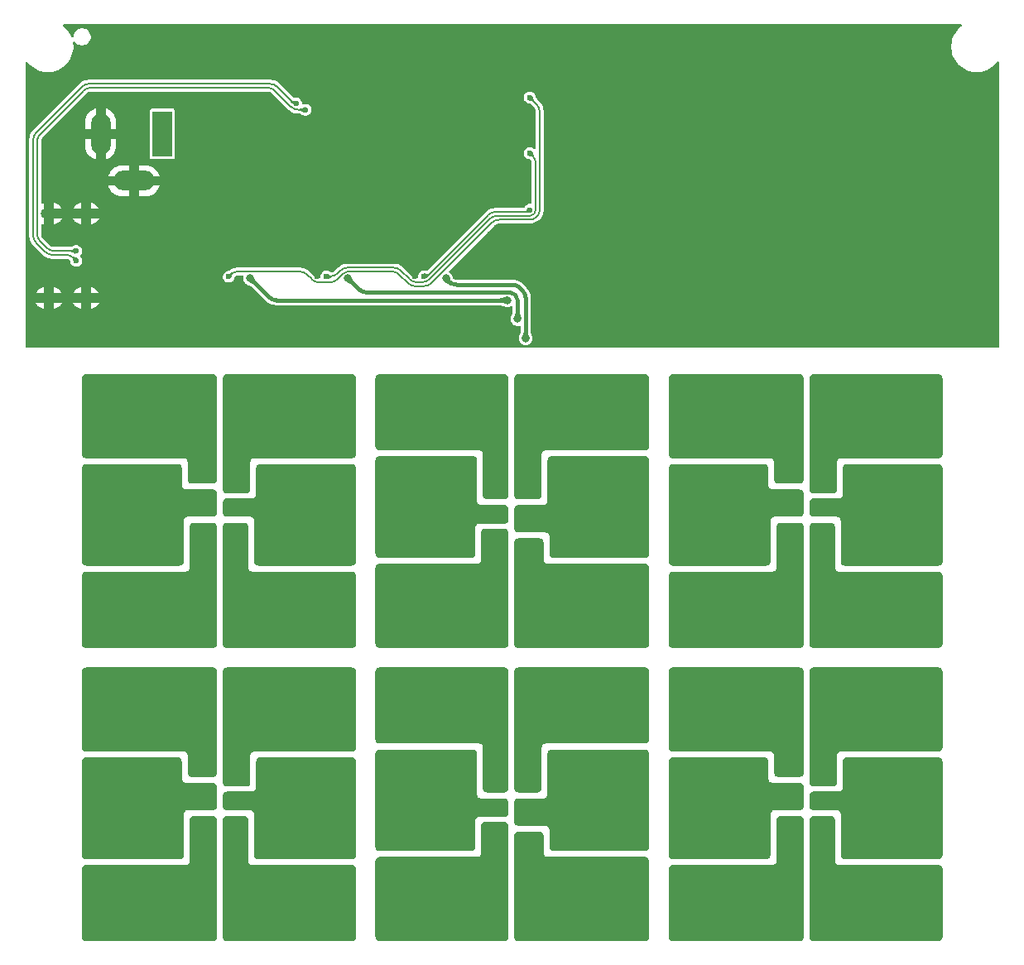
<source format=gbl>
G04 #@! TF.GenerationSoftware,KiCad,Pcbnew,9.0.1-rc2*
G04 #@! TF.CreationDate,2025-03-29T14:30:58-07:00*
G04 #@! TF.ProjectId,backlight,6261636b-6c69-4676-9874-2e6b69636164,rev?*
G04 #@! TF.SameCoordinates,Original*
G04 #@! TF.FileFunction,Copper,L2,Bot*
G04 #@! TF.FilePolarity,Positive*
%FSLAX46Y46*%
G04 Gerber Fmt 4.6, Leading zero omitted, Abs format (unit mm)*
G04 Created by KiCad (PCBNEW 9.0.1-rc2) date 2025-03-29 14:30:58*
%MOMM*%
%LPD*%
G01*
G04 APERTURE LIST*
G04 #@! TA.AperFunction,ComponentPad*
%ADD10O,4.200000X2.000000*%
G04 #@! TD*
G04 #@! TA.AperFunction,ComponentPad*
%ADD11O,2.000000X4.200000*%
G04 #@! TD*
G04 #@! TA.AperFunction,ComponentPad*
%ADD12R,2.000000X4.600000*%
G04 #@! TD*
G04 #@! TA.AperFunction,ComponentPad*
%ADD13O,1.700000X1.000000*%
G04 #@! TD*
G04 #@! TA.AperFunction,ViaPad*
%ADD14C,1.200000*%
G04 #@! TD*
G04 #@! TA.AperFunction,ViaPad*
%ADD15C,0.600000*%
G04 #@! TD*
G04 #@! TA.AperFunction,ViaPad*
%ADD16C,0.800000*%
G04 #@! TD*
G04 #@! TA.AperFunction,Conductor*
%ADD17C,0.200000*%
G04 #@! TD*
G04 #@! TA.AperFunction,Conductor*
%ADD18C,0.400000*%
G04 #@! TD*
G04 APERTURE END LIST*
D10*
X93300000Y-68225001D03*
D11*
X89900000Y-63425001D03*
D12*
X96200000Y-63425001D03*
D13*
X84600000Y-80220000D03*
X88400000Y-80220000D03*
X84600000Y-71580000D03*
X88400000Y-71580000D03*
D14*
X101000000Y-126000000D03*
X99000000Y-126000000D03*
X99000000Y-124000000D03*
X123000000Y-112000000D03*
X88800000Y-136800000D03*
D15*
X129700000Y-62300000D03*
X129700000Y-68000000D03*
X129700000Y-73700000D03*
X119640000Y-60312500D03*
X105100000Y-60700000D03*
X105100000Y-59400000D03*
X102400000Y-60700000D03*
X102400000Y-59400000D03*
X133800000Y-59700000D03*
X133800000Y-65400000D03*
X133800000Y-71200000D03*
D16*
X132534314Y-82365686D03*
X131500000Y-80450000D03*
X133368628Y-84331372D03*
X125200000Y-78200000D03*
X115200000Y-78200000D03*
X105200000Y-78200000D03*
D15*
X100418750Y-70587500D03*
X110425000Y-72575000D03*
X112050000Y-73325000D03*
X110425000Y-71575000D03*
X112050000Y-78012500D03*
X116437500Y-60312499D03*
X112050000Y-75612500D03*
X150762500Y-66690000D03*
X122043750Y-78000000D03*
X110425000Y-70575000D03*
X102043750Y-73337500D03*
X122043750Y-75600000D03*
X102043750Y-75625000D03*
X100418750Y-72587500D03*
X102043750Y-78025000D03*
X87675000Y-73150000D03*
X86375000Y-78625000D03*
X108925000Y-65362500D03*
X122043750Y-73312500D03*
X110425000Y-65362500D03*
X86375000Y-73150000D03*
X120418750Y-70562500D03*
X100418750Y-71587500D03*
X87675000Y-78625000D03*
X120418750Y-71562500D03*
X120418750Y-72562500D03*
X150762501Y-64190000D03*
D14*
X101000000Y-96000000D03*
X93000000Y-96000000D03*
X97000000Y-92000000D03*
X101000000Y-92000000D03*
X101000000Y-94000000D03*
X97000000Y-96000000D03*
X99000000Y-96000000D03*
X93000000Y-92000000D03*
X95000000Y-94000000D03*
X99000000Y-94000000D03*
X157000000Y-130500000D03*
X157000000Y-136500000D03*
X157000000Y-132500000D03*
X155000000Y-136500000D03*
X155000000Y-128500000D03*
X157000000Y-134500000D03*
X153000000Y-130500000D03*
X155000000Y-132500000D03*
X153000000Y-134500000D03*
X157000000Y-128500000D03*
X111000000Y-109000000D03*
X109000000Y-111000000D03*
X107000000Y-113000000D03*
X103000000Y-113000000D03*
X105000000Y-111000000D03*
X103000000Y-109000000D03*
X105000000Y-109000000D03*
X103000000Y-111000000D03*
X115200000Y-109000000D03*
X103000000Y-107500000D03*
X107000000Y-109000000D03*
X161000000Y-141000000D03*
X161000000Y-143000000D03*
X161000000Y-139000000D03*
X153000000Y-139000000D03*
X157000000Y-139000000D03*
X159000000Y-141000000D03*
X157000000Y-143000000D03*
X159000000Y-139000000D03*
X161000000Y-137000000D03*
X155000000Y-141000000D03*
X105000000Y-94000000D03*
X103000000Y-96000000D03*
X105000000Y-90000000D03*
X103000000Y-92000000D03*
X105000000Y-96000000D03*
X109000000Y-94000000D03*
X103000000Y-94000000D03*
X111000000Y-92000000D03*
X107000000Y-92000000D03*
X111000000Y-96000000D03*
X115200000Y-88800000D03*
X107000000Y-96000000D03*
X93000000Y-104500000D03*
X88800000Y-118800000D03*
X101000000Y-122000000D03*
X97000000Y-106500000D03*
X99000000Y-120000000D03*
X97000000Y-126000000D03*
X93000000Y-100500000D03*
X97000000Y-122000000D03*
X97000000Y-100500000D03*
X97000000Y-104500000D03*
X101000000Y-124000000D03*
X95000000Y-124000000D03*
X95000000Y-106500000D03*
X93000000Y-126000000D03*
X93000000Y-122000000D03*
X97000000Y-102500000D03*
X95000000Y-98500000D03*
X95000000Y-102500000D03*
X97000000Y-98500000D03*
X133000001Y-140000001D03*
X137000001Y-142000001D03*
X97000000Y-134500000D03*
X135000001Y-140000001D03*
X95000000Y-136500000D03*
X133000001Y-142000001D03*
X97000000Y-136500000D03*
X93000000Y-134500000D03*
X95000000Y-132500000D03*
X95000000Y-128500000D03*
X133000001Y-138000001D03*
X97000000Y-128500000D03*
X141000001Y-142000001D03*
X93000000Y-130500000D03*
X97000000Y-132500000D03*
X97000000Y-130500000D03*
X139000001Y-140000001D03*
X135000001Y-144000001D03*
X141000001Y-138000000D03*
X137000001Y-138000001D03*
X135000002Y-138000000D03*
X135000001Y-107999999D03*
X139000001Y-131500001D03*
X133000000Y-112000000D03*
X137000000Y-108000000D03*
X141000000Y-112000000D03*
X137000002Y-135500001D03*
X135000000Y-110000000D03*
X137000001Y-133500001D03*
X139000000Y-110000000D03*
X141000001Y-133500001D03*
X133000000Y-108000000D03*
X133000000Y-110000000D03*
X137000002Y-131500001D03*
X137000001Y-129500001D03*
X137000000Y-112000000D03*
X139000001Y-127500001D03*
X139000001Y-135500001D03*
X137000001Y-127500002D03*
X135000000Y-114000000D03*
X141000000Y-107999999D03*
X141000001Y-129500002D03*
X161000000Y-94000000D03*
X137000001Y-101500000D03*
X161000000Y-92000000D03*
X137000000Y-103500000D03*
X141000000Y-103500000D03*
X139000000Y-105500000D03*
X157000000Y-96000000D03*
X139000000Y-101500000D03*
X137000000Y-99500000D03*
X159000000Y-96000000D03*
X137000000Y-97500001D03*
X153000000Y-96000000D03*
X159000000Y-90000000D03*
X153000000Y-92000000D03*
X141000000Y-99500001D03*
X159000000Y-94000000D03*
X145200000Y-97200000D03*
X139000000Y-97500000D03*
X157000000Y-92000000D03*
X161000000Y-96000000D03*
X137000001Y-105500000D03*
X155000000Y-94000000D03*
X157000000Y-106500000D03*
X153000000Y-104500000D03*
X155000000Y-102500000D03*
X161000000Y-124000000D03*
X153000000Y-126000000D03*
X153000000Y-100500000D03*
X157000000Y-102500000D03*
X155000000Y-106500000D03*
X159000000Y-120000000D03*
X157000000Y-104500000D03*
X153000000Y-122000000D03*
X155000000Y-124000000D03*
X155000000Y-98500000D03*
X157000000Y-126000000D03*
X161000000Y-126000000D03*
X159000000Y-124000000D03*
X157000000Y-122000000D03*
X159000000Y-126000000D03*
X157000000Y-98500000D03*
X148800000Y-118800000D03*
X157000000Y-100500000D03*
X161000000Y-122000000D03*
X101000000Y-109000000D03*
X105000000Y-141000000D03*
X101000000Y-111000000D03*
X107000000Y-139000000D03*
X99000000Y-111000000D03*
X101000000Y-107500000D03*
X103000000Y-141000000D03*
X107000000Y-143000000D03*
X99000000Y-109000000D03*
X111000000Y-139000000D03*
X105000000Y-139000000D03*
X115200000Y-144600000D03*
X93000000Y-109000000D03*
X103000000Y-139000000D03*
X97000000Y-113000000D03*
X95000000Y-111000000D03*
X103000000Y-137500000D03*
X101000000Y-113000000D03*
X109000000Y-141000000D03*
X103000000Y-143000000D03*
X97000000Y-109000000D03*
X129000000Y-125000000D03*
X101000000Y-137500000D03*
X131000000Y-127000000D03*
X118800000Y-125000000D03*
X101000000Y-143000000D03*
X97000000Y-143000000D03*
X99000000Y-141000000D03*
X99000000Y-139000000D03*
X97000000Y-139000000D03*
X131000002Y-125000000D03*
X131000000Y-123000000D03*
X101000000Y-139000000D03*
X101000000Y-141000000D03*
X131000001Y-121000001D03*
X93000000Y-139000000D03*
X129000001Y-123000000D03*
X127000001Y-121000001D03*
X95000000Y-141000000D03*
X123000001Y-125000000D03*
X125000001Y-123000000D03*
X127000001Y-125000000D03*
X131000001Y-94999999D03*
X130999999Y-92999999D03*
X125000000Y-92999999D03*
X118800000Y-95000000D03*
X133000000Y-125000000D03*
X131000000Y-91000000D03*
X127000000Y-94999999D03*
X133000002Y-123000000D03*
X135000001Y-123000000D03*
X133000001Y-121000000D03*
X129000000Y-92999999D03*
X135000002Y-125000000D03*
X123000000Y-94999999D03*
X137000001Y-121000000D03*
X141000001Y-125000000D03*
X127000000Y-91000000D03*
X133000002Y-127000000D03*
X137000001Y-125000000D03*
X128999999Y-94999999D03*
X139000001Y-123000000D03*
X130999999Y-96999999D03*
X135000001Y-94999999D03*
X163000000Y-111000000D03*
X163000000Y-107500000D03*
X163000000Y-115400000D03*
X133000001Y-92999999D03*
X133000001Y-96999999D03*
X163000000Y-113000000D03*
X133000000Y-90999999D03*
X167000000Y-109000000D03*
X165000000Y-111000000D03*
X163000000Y-109000000D03*
X169000000Y-111000000D03*
X137000000Y-94999999D03*
X165000000Y-109000000D03*
X132999999Y-94999999D03*
X135000000Y-92999999D03*
X139000000Y-92999999D03*
X167000000Y-113000000D03*
X171000000Y-109000000D03*
X141000000Y-94999999D03*
X137000000Y-90999999D03*
X157000000Y-113000000D03*
X171000000Y-139000000D03*
X155000000Y-111000000D03*
X167000000Y-139000000D03*
X159000000Y-109000000D03*
X161000000Y-109000000D03*
X163000000Y-143000000D03*
X161000000Y-107500000D03*
X165000000Y-141000000D03*
X157000000Y-109000000D03*
X161000000Y-113000000D03*
X169000000Y-141000000D03*
X163000000Y-139000000D03*
X165000000Y-139000000D03*
X163000000Y-137000000D03*
X161000000Y-111000000D03*
X153000000Y-109000000D03*
X163000000Y-141000000D03*
X159000000Y-111000000D03*
X167000000Y-143000000D03*
X107000000Y-102500000D03*
X111000000Y-100500000D03*
X107000000Y-100500000D03*
X109000000Y-98500000D03*
X107000000Y-106500000D03*
X103000000Y-122000000D03*
X111000000Y-126000000D03*
X105000000Y-124000000D03*
X109000000Y-124000000D03*
X103000000Y-126000000D03*
X109000000Y-102500000D03*
X107000000Y-104500000D03*
X109000000Y-106500000D03*
X103000000Y-124000000D03*
X107000000Y-122000000D03*
X111000000Y-122000000D03*
X105000000Y-126000000D03*
X107000000Y-126000000D03*
X105000000Y-120000000D03*
X107000000Y-98500000D03*
X111000000Y-104500000D03*
D15*
X102993750Y-78037500D03*
X112993750Y-78000000D03*
X122993750Y-77987500D03*
D14*
X165000000Y-126000000D03*
X167000000Y-122000000D03*
X167000000Y-126000000D03*
X163000000Y-126000000D03*
X163000000Y-124000000D03*
X169000000Y-98500000D03*
X167000000Y-100500000D03*
X163000000Y-122000000D03*
X172400000Y-106800000D03*
X172400000Y-118800000D03*
X171000000Y-126000000D03*
X167000000Y-104500000D03*
X167000000Y-106500000D03*
X167000000Y-102500000D03*
X165000000Y-120000000D03*
X171000000Y-122000000D03*
X171000000Y-100500000D03*
X169000000Y-106500000D03*
X165000000Y-124000000D03*
X167000000Y-98500000D03*
X169000000Y-102500000D03*
X171000000Y-104500000D03*
X169000000Y-124000000D03*
X126999999Y-101500000D03*
X127000000Y-99500001D03*
X171000000Y-92000000D03*
X163000000Y-94000000D03*
X163000000Y-96000000D03*
X163000000Y-92000000D03*
X127000000Y-97500001D03*
X127000000Y-103500000D03*
X165000000Y-94000000D03*
X123000000Y-103500000D03*
X125000000Y-101500000D03*
X171000000Y-96000000D03*
X125000000Y-105500000D03*
X169000000Y-94000000D03*
X165000000Y-96000000D03*
X125000000Y-97500000D03*
X123000000Y-99500000D03*
X167000000Y-92000000D03*
X167000000Y-96000000D03*
X165000000Y-90000000D03*
X126999999Y-105500000D03*
X127000001Y-129500002D03*
X125000001Y-135500001D03*
X127000000Y-108000000D03*
X129000000Y-110000000D03*
X127000001Y-133500001D03*
X129000000Y-114000000D03*
X125000001Y-127500001D03*
X123000001Y-133500001D03*
X131000000Y-108000000D03*
X131000000Y-110000000D03*
X125000001Y-131500001D03*
X128999999Y-107999999D03*
X123000001Y-129500001D03*
X125000000Y-110000000D03*
X131000000Y-112000000D03*
X127000000Y-135500001D03*
X123000000Y-108000000D03*
X127000000Y-131500001D03*
X127000000Y-112000000D03*
X127000001Y-127500002D03*
X118800000Y-115200000D03*
X107000000Y-130500000D03*
X127000001Y-138000001D03*
X129000000Y-138000000D03*
X107000000Y-128500000D03*
X131000001Y-138000001D03*
X129000001Y-144000001D03*
X123000001Y-142000001D03*
X127000001Y-142000001D03*
X115200000Y-136800000D03*
X123000001Y-138000001D03*
X131000001Y-142000001D03*
X109000000Y-132500000D03*
X111000000Y-134500000D03*
X129000001Y-140000001D03*
X111000000Y-130500000D03*
X125000001Y-140000001D03*
X109000000Y-136500000D03*
X107000000Y-136500000D03*
X107000000Y-132500000D03*
X131000001Y-140000001D03*
X107000000Y-134500000D03*
X109000000Y-128500000D03*
X167000000Y-136500000D03*
X169000000Y-136500000D03*
X99000000Y-90000000D03*
X171000000Y-130500000D03*
X169000000Y-128500000D03*
X169000000Y-132500000D03*
X167000000Y-134500000D03*
X167000000Y-132500000D03*
X173400000Y-128000000D03*
X167000000Y-130500000D03*
X167000000Y-128500000D03*
X171000000Y-134500000D03*
D15*
X110875000Y-60962500D03*
X87400000Y-75400000D03*
X87400000Y-76400000D03*
X109900001Y-60312500D03*
D17*
X109578530Y-60228530D02*
G75*
G03*
X109781250Y-60312532I202770J202730D01*
G01*
X84215141Y-75482241D02*
G75*
G03*
X84984691Y-75801008I769559J769541D01*
G01*
X87100500Y-76100500D02*
G75*
G03*
X86377443Y-75800982I-723100J-723100D01*
G01*
X82999000Y-73815308D02*
G75*
G03*
X83317764Y-74584852I1088300J8D01*
G01*
X88733691Y-58300000D02*
G75*
G03*
X87964148Y-58618764I9J-1088300D01*
G01*
X107968758Y-58618758D02*
G75*
G03*
X107199208Y-58299992I-769558J-769542D01*
G01*
X83317758Y-63265141D02*
G75*
G03*
X82998991Y-64034691I769542J-769559D01*
G01*
X84381241Y-75081241D02*
G75*
G03*
X85150791Y-75400008I769559J769541D01*
G01*
X107738537Y-59019758D02*
G75*
G03*
X106968987Y-58701007I-769537J-769542D01*
G01*
X88899791Y-58701000D02*
G75*
G03*
X88130248Y-59019764I9J-1088300D01*
G01*
X83400000Y-73649208D02*
G75*
G03*
X83718764Y-74418752I1088300J8D01*
G01*
X109362520Y-60643741D02*
G75*
G03*
X110132070Y-60962523I769580J769541D01*
G01*
X83718758Y-63431241D02*
G75*
G03*
X83399991Y-64200791I769542J-769559D01*
G01*
D18*
X132768758Y-79168758D02*
G75*
G03*
X131999208Y-78849992I-769558J-769542D01*
G01*
X125531241Y-78531241D02*
G75*
G03*
X126300791Y-78850008I769559J769541D01*
G01*
X133049869Y-79449869D02*
G75*
G02*
X133368608Y-80219419I-769569J-769531D01*
G01*
D17*
X123376593Y-77887499D02*
G75*
G02*
X123135171Y-77987485I-241393J241399D01*
G01*
X133700000Y-71300000D02*
G75*
G02*
X133458578Y-71399991I-241400J241400D01*
G01*
X130314884Y-71400000D02*
G75*
G03*
X129545344Y-71718768I16J-1088300D01*
G01*
X123548950Y-78282241D02*
G75*
G02*
X122779401Y-78601002I-769550J769541D01*
G01*
X134100000Y-65700000D02*
G75*
G02*
X134400015Y-66424264I-724300J-724300D01*
G01*
X115656964Y-77098500D02*
G75*
G03*
X115655757Y-77098029I-1164J-1200D01*
G01*
X114141273Y-77700262D02*
G75*
G02*
X113417643Y-78000020I-723673J723662D01*
G01*
X134224971Y-71624971D02*
G75*
G02*
X133800001Y-71801000I-424971J424971D01*
G01*
X134401000Y-71200001D02*
G75*
G02*
X134224971Y-71624971I-601000J1D01*
G01*
X115194327Y-77098000D02*
G75*
G03*
X114424765Y-77416746I-27J-1088300D01*
G01*
X115656964Y-77098500D02*
G75*
G03*
X115658171Y-77099022I1236J1200D01*
G01*
X130480984Y-71801000D02*
G75*
G03*
X129711444Y-72119768I16J-1088300D01*
G01*
X134400000Y-70949349D02*
G75*
G03*
X134400476Y-70950580I1700J-51D01*
G01*
X134400500Y-70950557D02*
G75*
G02*
X134401027Y-70951763I-1200J-1243D01*
G01*
X121476048Y-78282241D02*
G75*
G03*
X122245598Y-78601003I769552J769541D01*
G01*
X120611565Y-77417758D02*
G75*
G03*
X119842015Y-77098987I-769565J-769542D01*
G01*
X114113893Y-78294741D02*
G75*
G02*
X113344344Y-78613532I-769593J769541D01*
G01*
X120445465Y-77818758D02*
G75*
G03*
X119675915Y-77499987I-769565J-769542D01*
G01*
X134508521Y-71908521D02*
G75*
G02*
X133800001Y-72202000I-708521J708521D01*
G01*
X121309948Y-78683241D02*
G75*
G03*
X122079498Y-79002003I769552J769541D01*
G01*
X103911319Y-77500000D02*
G75*
G03*
X103262484Y-77768734I-19J-917600D01*
G01*
X115200000Y-77499000D02*
G75*
G03*
X114704318Y-77704319I0J-701000D01*
G01*
X111006315Y-77818758D02*
G75*
G03*
X110236765Y-77500022I-769515J-769542D01*
G01*
X134801500Y-70784457D02*
G75*
G02*
X134802027Y-70785663I-1200J-1243D01*
G01*
X123725393Y-78683241D02*
G75*
G02*
X122955844Y-79002032I-769593J769541D01*
G01*
X130657427Y-72202000D02*
G75*
G03*
X129887865Y-72520746I-27J-1088300D01*
G01*
X115490864Y-77499500D02*
G75*
G03*
X115492071Y-77500022I1236J1200D01*
G01*
X115490864Y-77499500D02*
G75*
G03*
X115489657Y-77499029I-1164J-1200D01*
G01*
X134482241Y-60382241D02*
G75*
G02*
X134801008Y-61151791I-769541J-769559D01*
G01*
X111482298Y-78294741D02*
G75*
G03*
X112251848Y-78613468I769502J769541D01*
G01*
X134802000Y-71200001D02*
G75*
G02*
X134508521Y-71908521I-1002000J1D01*
G01*
X134801000Y-70783249D02*
G75*
G03*
X134801476Y-70784480I1700J-51D01*
G01*
D18*
X132551000Y-82037201D02*
G75*
G02*
X132542660Y-82057346I-28500J1D01*
G01*
X132316393Y-79883607D02*
G75*
G03*
X131750001Y-79648999I-566393J-566393D01*
G01*
X132542657Y-82057343D02*
G75*
G03*
X132534304Y-82077484I20143J-20157D01*
G01*
X116330241Y-79330241D02*
G75*
G03*
X117099791Y-79649008I769559J769541D01*
G01*
X132316393Y-79883607D02*
G75*
G02*
X132551001Y-80449998I-566393J-566393D01*
G01*
X107131241Y-80131241D02*
G75*
G03*
X107900791Y-80450008I769559J769541D01*
G01*
D17*
X134482241Y-60382241D02*
X133800000Y-59700000D01*
X134801000Y-61151791D02*
X134801000Y-70783249D01*
X134802000Y-70785664D02*
X134802000Y-71200001D01*
X133800001Y-72202000D02*
X130657427Y-72202000D01*
X123725393Y-78683241D02*
X129887877Y-72520758D01*
X122079498Y-79002000D02*
X122955844Y-79002000D01*
X120445465Y-77818758D02*
X121309948Y-78683241D01*
X119675915Y-77500000D02*
X115492071Y-77500000D01*
X115200000Y-77499000D02*
X115489656Y-77499000D01*
X113344344Y-78613500D02*
X112251848Y-78613500D01*
X114113893Y-78294741D02*
X114704317Y-77704318D01*
X111006315Y-77818758D02*
X111482298Y-78294741D01*
X103911319Y-77500000D02*
X110236765Y-77500000D01*
X103262500Y-77768750D02*
X102993750Y-78037500D01*
D18*
X105200000Y-78200000D02*
X107131241Y-80131241D01*
X131500000Y-80450000D02*
X107900791Y-80450000D01*
D17*
X84984691Y-75801000D02*
X86377443Y-75801000D01*
X87100500Y-76100500D02*
X87400000Y-76400000D01*
X88733691Y-58300000D02*
X107199208Y-58300000D01*
X87964141Y-58618757D02*
X83317758Y-63265141D01*
X109578530Y-60228530D02*
X107968758Y-58618758D01*
X82999000Y-73815308D02*
X82999000Y-64034691D01*
X109781250Y-60312500D02*
X109900001Y-60312500D01*
X84215141Y-75482241D02*
X83317758Y-74584858D01*
X110875000Y-60962500D02*
X110132070Y-60962500D01*
X107738537Y-59019758D02*
X109362520Y-60643741D01*
X106968987Y-58701000D02*
X88899791Y-58701000D01*
X88130241Y-59019757D02*
X83718758Y-63431241D01*
X84381241Y-75081241D02*
X83718758Y-74418758D01*
X85150791Y-75400000D02*
X87400000Y-75400000D01*
X83400000Y-73649208D02*
X83400000Y-64200791D01*
D18*
X131999208Y-78850000D02*
X126300791Y-78850000D01*
X132768758Y-79168758D02*
X133049869Y-79449869D01*
X125200000Y-78200000D02*
X125531241Y-78531241D01*
X133368628Y-84331372D02*
X133368628Y-80219419D01*
X116330241Y-79330241D02*
X115200000Y-78200000D01*
X132534314Y-82077484D02*
X132534314Y-82365686D01*
X132551000Y-82037201D02*
X132551000Y-80449998D01*
X131750001Y-79649000D02*
X117099791Y-79649000D01*
D17*
X133800000Y-65400000D02*
X134100000Y-65700000D01*
X134401000Y-71200001D02*
X134401000Y-70951764D01*
X133800001Y-71801000D02*
X130480984Y-71801000D01*
X123548950Y-78282241D02*
X129711434Y-72119758D01*
X115658171Y-77099000D02*
X119842015Y-77099000D01*
X121476048Y-78282241D02*
X120611565Y-77417758D01*
X115655756Y-77098000D02*
X115194327Y-77098000D01*
X113417643Y-78000000D02*
X112993750Y-78000000D01*
X114141273Y-77700262D02*
X114424777Y-77416758D01*
X134400000Y-66424264D02*
X134400000Y-70949349D01*
X122779401Y-78601000D02*
X122245598Y-78601000D01*
X133700000Y-71300000D02*
X133800000Y-71200000D01*
X133458578Y-71400000D02*
X130314884Y-71400000D01*
X123376593Y-77887499D02*
X129545334Y-71718758D01*
X122993750Y-77987500D02*
X123135171Y-77987500D01*
G04 #@! TA.AperFunction,Conductor*
G36*
X115609641Y-97201527D02*
G01*
X115704207Y-97216504D01*
X115741102Y-97228491D01*
X115817617Y-97267477D01*
X115819524Y-97268863D01*
X115820748Y-97269130D01*
X115849002Y-97290281D01*
X115909718Y-97350997D01*
X115932522Y-97382383D01*
X115971507Y-97458895D01*
X115983495Y-97495792D01*
X115998473Y-97590357D01*
X116000000Y-97609755D01*
X116000000Y-107190244D01*
X115998473Y-107209641D01*
X115998473Y-107209642D01*
X115983495Y-107304207D01*
X115971507Y-107341104D01*
X115932522Y-107417616D01*
X115909718Y-107449002D01*
X115849002Y-107509718D01*
X115817616Y-107532522D01*
X115741104Y-107571507D01*
X115704207Y-107583495D01*
X115624425Y-107596131D01*
X115609640Y-107598473D01*
X115590244Y-107600000D01*
X106009756Y-107600000D01*
X105990359Y-107598473D01*
X105971258Y-107595447D01*
X105895792Y-107583495D01*
X105858895Y-107571507D01*
X105782383Y-107532522D01*
X105750997Y-107509718D01*
X105690281Y-107449002D01*
X105667477Y-107417616D01*
X105628492Y-107341104D01*
X105616504Y-107304206D01*
X105601527Y-107209641D01*
X105600000Y-107190244D01*
X105600000Y-102999994D01*
X105580424Y-102876395D01*
X105580423Y-102876393D01*
X105523607Y-102764886D01*
X105523603Y-102764882D01*
X105523602Y-102764880D01*
X105435119Y-102676397D01*
X105435116Y-102676395D01*
X105435114Y-102676393D01*
X105323607Y-102619577D01*
X105323606Y-102619576D01*
X105323603Y-102619575D01*
X105323604Y-102619575D01*
X105200005Y-102600000D01*
X105200000Y-102600000D01*
X102809756Y-102600000D01*
X102790359Y-102598473D01*
X102771258Y-102595447D01*
X102695792Y-102583495D01*
X102658895Y-102571507D01*
X102582383Y-102532522D01*
X102550997Y-102509718D01*
X102490281Y-102449002D01*
X102467477Y-102417616D01*
X102428492Y-102341104D01*
X102416504Y-102304206D01*
X102401527Y-102209641D01*
X102400000Y-102190244D01*
X102400000Y-101109755D01*
X102401527Y-101090358D01*
X102416504Y-100995793D01*
X102428490Y-100958898D01*
X102467479Y-100882379D01*
X102490278Y-100851000D01*
X102551000Y-100790278D01*
X102582379Y-100767479D01*
X102658898Y-100728490D01*
X102695784Y-100716505D01*
X102790370Y-100701525D01*
X102809756Y-100700000D01*
X105400005Y-100700000D01*
X105523604Y-100680424D01*
X105523605Y-100680423D01*
X105523607Y-100680423D01*
X105635114Y-100623607D01*
X105723607Y-100535114D01*
X105780423Y-100423607D01*
X105780423Y-100423605D01*
X105780424Y-100423604D01*
X105800000Y-100300005D01*
X105800000Y-97609755D01*
X105801527Y-97590358D01*
X105816504Y-97495793D01*
X105816505Y-97495788D01*
X105828490Y-97458898D01*
X105867479Y-97382379D01*
X105890278Y-97351000D01*
X105951000Y-97290278D01*
X105982379Y-97267479D01*
X106058898Y-97228490D01*
X106095784Y-97216505D01*
X106190370Y-97201525D01*
X106209756Y-97200000D01*
X115590244Y-97200000D01*
X115609641Y-97201527D01*
G37*
G04 #@! TD.AperFunction*
G04 #@! TA.AperFunction,Conductor*
G36*
X157809641Y-97201527D02*
G01*
X157904207Y-97216504D01*
X157941102Y-97228491D01*
X158017617Y-97267477D01*
X158019524Y-97268863D01*
X158020748Y-97269130D01*
X158049002Y-97290281D01*
X158109718Y-97350997D01*
X158132522Y-97382383D01*
X158171507Y-97458895D01*
X158183495Y-97495792D01*
X158198473Y-97590357D01*
X158200000Y-97609755D01*
X158200000Y-99400005D01*
X158219575Y-99523604D01*
X158219577Y-99523607D01*
X158276393Y-99635114D01*
X158276395Y-99635116D01*
X158276397Y-99635119D01*
X158364880Y-99723602D01*
X158364882Y-99723603D01*
X158364886Y-99723607D01*
X158476393Y-99780423D01*
X158476394Y-99780423D01*
X158476396Y-99780424D01*
X158476395Y-99780424D01*
X158599995Y-99800000D01*
X158600000Y-99800000D01*
X161390244Y-99800000D01*
X161409641Y-99801527D01*
X161504207Y-99816504D01*
X161541102Y-99828491D01*
X161617617Y-99867477D01*
X161649002Y-99890281D01*
X161709718Y-99950997D01*
X161732522Y-99982383D01*
X161771507Y-100058895D01*
X161783495Y-100095792D01*
X161798473Y-100190357D01*
X161800000Y-100209755D01*
X161800000Y-102190244D01*
X161798473Y-102209642D01*
X161783495Y-102304207D01*
X161771507Y-102341104D01*
X161732522Y-102417616D01*
X161709718Y-102449002D01*
X161649002Y-102509718D01*
X161617616Y-102532522D01*
X161541104Y-102571507D01*
X161504207Y-102583495D01*
X161424425Y-102596131D01*
X161409640Y-102598473D01*
X161390244Y-102600000D01*
X158799995Y-102600000D01*
X158676395Y-102619575D01*
X158602055Y-102657454D01*
X158564886Y-102676393D01*
X158564885Y-102676394D01*
X158564880Y-102676397D01*
X158476397Y-102764880D01*
X158476394Y-102764885D01*
X158419575Y-102876395D01*
X158400000Y-102999994D01*
X158400000Y-107190244D01*
X158398473Y-107209641D01*
X158398473Y-107209642D01*
X158383495Y-107304207D01*
X158371507Y-107341104D01*
X158332522Y-107417616D01*
X158309718Y-107449002D01*
X158249002Y-107509718D01*
X158217616Y-107532522D01*
X158141104Y-107571507D01*
X158104207Y-107583495D01*
X158024425Y-107596131D01*
X158009640Y-107598473D01*
X157990244Y-107600000D01*
X148409756Y-107600000D01*
X148390359Y-107598473D01*
X148371258Y-107595447D01*
X148295792Y-107583495D01*
X148258895Y-107571507D01*
X148182383Y-107532522D01*
X148150997Y-107509718D01*
X148090281Y-107449002D01*
X148067477Y-107417616D01*
X148028492Y-107341104D01*
X148016504Y-107304206D01*
X148001527Y-107209641D01*
X148000000Y-107190244D01*
X148000000Y-97609755D01*
X148001527Y-97590358D01*
X148016504Y-97495793D01*
X148016505Y-97495788D01*
X148028490Y-97458898D01*
X148067479Y-97382379D01*
X148090278Y-97351000D01*
X148151000Y-97290278D01*
X148182379Y-97267479D01*
X148258898Y-97228490D01*
X148295784Y-97216505D01*
X148390370Y-97201525D01*
X148409756Y-97200000D01*
X157790244Y-97200000D01*
X157809641Y-97201527D01*
G37*
G04 #@! TD.AperFunction*
G04 #@! TA.AperFunction,Conductor*
G36*
X131209641Y-133801527D02*
G01*
X131304207Y-133816504D01*
X131341102Y-133828491D01*
X131417617Y-133867477D01*
X131419524Y-133868863D01*
X131420748Y-133869130D01*
X131449002Y-133890281D01*
X131509718Y-133950997D01*
X131532522Y-133982383D01*
X131571507Y-134058895D01*
X131583495Y-134095792D01*
X131598473Y-134190357D01*
X131600000Y-134209755D01*
X131600000Y-145590244D01*
X131598473Y-145609641D01*
X131583496Y-145704206D01*
X131571508Y-145741104D01*
X131532523Y-145817616D01*
X131509719Y-145849002D01*
X131449003Y-145909718D01*
X131417617Y-145932522D01*
X131341105Y-145971507D01*
X131304208Y-145983495D01*
X131224426Y-145996131D01*
X131209641Y-145998473D01*
X131190245Y-146000000D01*
X118409756Y-146000000D01*
X118390359Y-145998473D01*
X118295794Y-145983496D01*
X118258896Y-145971508D01*
X118182384Y-145932523D01*
X118150998Y-145909719D01*
X118090282Y-145849003D01*
X118067478Y-145817617D01*
X118067477Y-145817616D01*
X118028492Y-145741103D01*
X118016505Y-145704207D01*
X118001528Y-145609642D01*
X118000001Y-145590245D01*
X118000001Y-137809755D01*
X118001528Y-137790358D01*
X118016505Y-137695793D01*
X118028491Y-137658898D01*
X118067480Y-137582379D01*
X118090279Y-137551000D01*
X118151001Y-137490278D01*
X118182380Y-137467479D01*
X118258899Y-137428490D01*
X118295785Y-137416505D01*
X118390371Y-137401525D01*
X118409757Y-137400000D01*
X128400007Y-137400000D01*
X128523606Y-137380424D01*
X128523607Y-137380423D01*
X128523609Y-137380423D01*
X128635116Y-137323607D01*
X128723609Y-137235114D01*
X128780425Y-137123607D01*
X128780425Y-137123605D01*
X128780426Y-137123604D01*
X128800001Y-137000005D01*
X128800002Y-137000000D01*
X128800001Y-134209754D01*
X128801528Y-134190358D01*
X128816505Y-134095793D01*
X128816506Y-134095788D01*
X128828491Y-134058898D01*
X128867480Y-133982379D01*
X128890279Y-133951000D01*
X128951001Y-133890278D01*
X128982380Y-133867479D01*
X129058899Y-133828490D01*
X129095785Y-133816505D01*
X129190371Y-133801525D01*
X129209757Y-133800000D01*
X131190244Y-133800000D01*
X131209641Y-133801527D01*
G37*
G04 #@! TD.AperFunction*
G04 #@! TA.AperFunction,Conductor*
G36*
X164609641Y-103201527D02*
G01*
X164704207Y-103216504D01*
X164741102Y-103228491D01*
X164817617Y-103267477D01*
X164819524Y-103268863D01*
X164820748Y-103269130D01*
X164849002Y-103290281D01*
X164909718Y-103350997D01*
X164932522Y-103382383D01*
X164971507Y-103458895D01*
X164983495Y-103495792D01*
X164998473Y-103590357D01*
X165000000Y-103609755D01*
X165000000Y-107800005D01*
X165019575Y-107923604D01*
X165019577Y-107923607D01*
X165076393Y-108035114D01*
X165076395Y-108035116D01*
X165076397Y-108035119D01*
X165164880Y-108123602D01*
X165164882Y-108123603D01*
X165164886Y-108123607D01*
X165276393Y-108180423D01*
X165276394Y-108180423D01*
X165276396Y-108180424D01*
X165276395Y-108180424D01*
X165399995Y-108200000D01*
X165400000Y-108200000D01*
X175590244Y-108200000D01*
X175609641Y-108201527D01*
X175704207Y-108216504D01*
X175741102Y-108228491D01*
X175817617Y-108267477D01*
X175849002Y-108290281D01*
X175909718Y-108350997D01*
X175932522Y-108382383D01*
X175971507Y-108458895D01*
X175983495Y-108495792D01*
X175998473Y-108590357D01*
X176000000Y-108609755D01*
X176000000Y-115590244D01*
X175998473Y-115609641D01*
X175998473Y-115609642D01*
X175983495Y-115704207D01*
X175971507Y-115741104D01*
X175932522Y-115817616D01*
X175909718Y-115849002D01*
X175849002Y-115909718D01*
X175817616Y-115932522D01*
X175741104Y-115971507D01*
X175704207Y-115983495D01*
X175624425Y-115996131D01*
X175609640Y-115998473D01*
X175590244Y-116000000D01*
X162809756Y-116000000D01*
X162790359Y-115998473D01*
X162771258Y-115995447D01*
X162695792Y-115983495D01*
X162658895Y-115971507D01*
X162582383Y-115932522D01*
X162550997Y-115909718D01*
X162490281Y-115849002D01*
X162467477Y-115817616D01*
X162428492Y-115741104D01*
X162416504Y-115704206D01*
X162401527Y-115609641D01*
X162400000Y-115590244D01*
X162400000Y-103609755D01*
X162401527Y-103590358D01*
X162416504Y-103495793D01*
X162416505Y-103495788D01*
X162428490Y-103458898D01*
X162467479Y-103382379D01*
X162490278Y-103351000D01*
X162551000Y-103290278D01*
X162582379Y-103267479D01*
X162658898Y-103228490D01*
X162695784Y-103216505D01*
X162790370Y-103201525D01*
X162809756Y-103200000D01*
X164590244Y-103200000D01*
X164609641Y-103201527D01*
G37*
G04 #@! TD.AperFunction*
G04 #@! TA.AperFunction,Conductor*
G36*
X104609641Y-103201527D02*
G01*
X104704207Y-103216504D01*
X104741102Y-103228491D01*
X104817617Y-103267477D01*
X104819524Y-103268863D01*
X104820748Y-103269130D01*
X104849002Y-103290281D01*
X104909718Y-103350997D01*
X104932522Y-103382383D01*
X104971507Y-103458895D01*
X104983495Y-103495792D01*
X104998473Y-103590357D01*
X105000000Y-103609755D01*
X105000000Y-107800005D01*
X105019575Y-107923604D01*
X105019577Y-107923607D01*
X105076393Y-108035114D01*
X105076395Y-108035116D01*
X105076397Y-108035119D01*
X105164880Y-108123602D01*
X105164882Y-108123603D01*
X105164886Y-108123607D01*
X105276393Y-108180423D01*
X105276394Y-108180423D01*
X105276396Y-108180424D01*
X105276395Y-108180424D01*
X105399995Y-108200000D01*
X105400000Y-108200000D01*
X115590244Y-108200000D01*
X115609641Y-108201527D01*
X115704207Y-108216504D01*
X115741102Y-108228491D01*
X115817617Y-108267477D01*
X115849002Y-108290281D01*
X115909718Y-108350997D01*
X115932522Y-108382383D01*
X115971507Y-108458895D01*
X115983495Y-108495792D01*
X115998473Y-108590357D01*
X116000000Y-108609755D01*
X116000000Y-115590244D01*
X115998473Y-115609641D01*
X115998473Y-115609642D01*
X115983495Y-115704207D01*
X115971507Y-115741104D01*
X115932522Y-115817616D01*
X115909718Y-115849002D01*
X115849002Y-115909718D01*
X115817616Y-115932522D01*
X115741104Y-115971507D01*
X115704207Y-115983495D01*
X115624425Y-115996131D01*
X115609640Y-115998473D01*
X115590244Y-116000000D01*
X102809756Y-116000000D01*
X102790359Y-115998473D01*
X102771258Y-115995447D01*
X102695792Y-115983495D01*
X102658895Y-115971507D01*
X102582383Y-115932522D01*
X102550997Y-115909718D01*
X102490281Y-115849002D01*
X102467477Y-115817616D01*
X102428492Y-115741104D01*
X102416504Y-115704206D01*
X102401527Y-115609641D01*
X102400000Y-115590244D01*
X102400000Y-103609755D01*
X102401527Y-103590358D01*
X102416504Y-103495793D01*
X102416505Y-103495788D01*
X102428490Y-103458898D01*
X102467479Y-103382379D01*
X102490278Y-103351000D01*
X102551000Y-103290278D01*
X102582379Y-103267479D01*
X102658898Y-103228490D01*
X102695784Y-103216505D01*
X102790370Y-103201525D01*
X102809756Y-103200000D01*
X104590244Y-103200000D01*
X104609641Y-103201527D01*
G37*
G04 #@! TD.AperFunction*
G04 #@! TA.AperFunction,Conductor*
G36*
X134809642Y-134801527D02*
G01*
X134904208Y-134816504D01*
X134941103Y-134828491D01*
X135017618Y-134867477D01*
X135019525Y-134868863D01*
X135020749Y-134869130D01*
X135049003Y-134890281D01*
X135109720Y-134950998D01*
X135132524Y-134982385D01*
X135171507Y-135058895D01*
X135183495Y-135095791D01*
X135198473Y-135190359D01*
X135200000Y-135209757D01*
X135200000Y-136999999D01*
X135219576Y-137123604D01*
X135276390Y-137235110D01*
X135276391Y-137235111D01*
X135276393Y-137235114D01*
X135364886Y-137323607D01*
X135476393Y-137380423D01*
X135476394Y-137380423D01*
X135476396Y-137380424D01*
X135476395Y-137380424D01*
X135599995Y-137400000D01*
X135600000Y-137400000D01*
X145590245Y-137400000D01*
X145609642Y-137401527D01*
X145704208Y-137416504D01*
X145741103Y-137428491D01*
X145817618Y-137467477D01*
X145849003Y-137490281D01*
X145909719Y-137550997D01*
X145932523Y-137582383D01*
X145971508Y-137658895D01*
X145983496Y-137695792D01*
X145998474Y-137790357D01*
X146000001Y-137809755D01*
X146000001Y-145590245D01*
X145998474Y-145609641D01*
X145998474Y-145609643D01*
X145983496Y-145704208D01*
X145971508Y-145741105D01*
X145932523Y-145817617D01*
X145909719Y-145849003D01*
X145849003Y-145909719D01*
X145817617Y-145932523D01*
X145741105Y-145971508D01*
X145704207Y-145983496D01*
X145609642Y-145998473D01*
X145590245Y-146000000D01*
X132609756Y-146000000D01*
X132590361Y-145998473D01*
X132554206Y-145992747D01*
X132495793Y-145983495D01*
X132458896Y-145971507D01*
X132382384Y-145932522D01*
X132350998Y-145909718D01*
X132290282Y-145849002D01*
X132267478Y-145817616D01*
X132228493Y-145741104D01*
X132216505Y-145704206D01*
X132201528Y-145609641D01*
X132200001Y-145590244D01*
X132200001Y-135209755D01*
X132201528Y-135190358D01*
X132216505Y-135095793D01*
X132216506Y-135095791D01*
X132228491Y-135058898D01*
X132267480Y-134982379D01*
X132290279Y-134951000D01*
X132351001Y-134890278D01*
X132382380Y-134867479D01*
X132458899Y-134828490D01*
X132495785Y-134816505D01*
X132590371Y-134801525D01*
X132609757Y-134800000D01*
X134790245Y-134800000D01*
X134809642Y-134801527D01*
G37*
G04 #@! TD.AperFunction*
G04 #@! TA.AperFunction,Conductor*
G36*
X101409641Y-133201527D02*
G01*
X101504207Y-133216504D01*
X101541102Y-133228491D01*
X101617617Y-133267477D01*
X101619524Y-133268863D01*
X101620748Y-133269130D01*
X101649002Y-133290281D01*
X101709718Y-133350997D01*
X101732522Y-133382383D01*
X101771507Y-133458895D01*
X101783495Y-133495792D01*
X101798473Y-133590357D01*
X101800000Y-133609755D01*
X101800000Y-145590244D01*
X101798473Y-145609641D01*
X101798473Y-145609642D01*
X101783495Y-145704207D01*
X101771507Y-145741104D01*
X101732522Y-145817616D01*
X101709718Y-145849002D01*
X101649002Y-145909718D01*
X101617616Y-145932522D01*
X101541104Y-145971507D01*
X101504207Y-145983495D01*
X101424425Y-145996131D01*
X101409640Y-145998473D01*
X101390244Y-146000000D01*
X88409756Y-146000000D01*
X88390359Y-145998473D01*
X88371258Y-145995447D01*
X88295792Y-145983495D01*
X88258895Y-145971507D01*
X88182383Y-145932522D01*
X88150997Y-145909718D01*
X88090281Y-145849002D01*
X88067477Y-145817616D01*
X88028492Y-145741104D01*
X88016504Y-145704206D01*
X88001527Y-145609641D01*
X88000000Y-145590244D01*
X88000000Y-138609755D01*
X88001527Y-138590358D01*
X88016504Y-138495793D01*
X88028490Y-138458898D01*
X88067479Y-138382379D01*
X88090278Y-138351000D01*
X88151000Y-138290278D01*
X88182379Y-138267479D01*
X88258898Y-138228490D01*
X88295784Y-138216505D01*
X88390370Y-138201525D01*
X88409756Y-138200000D01*
X98600005Y-138200000D01*
X98723604Y-138180424D01*
X98723605Y-138180423D01*
X98723607Y-138180423D01*
X98835114Y-138123607D01*
X98923607Y-138035114D01*
X98980423Y-137923607D01*
X98980423Y-137923605D01*
X98980424Y-137923604D01*
X99000000Y-137800005D01*
X99000000Y-133609755D01*
X99001527Y-133590358D01*
X99016504Y-133495793D01*
X99016505Y-133495788D01*
X99028490Y-133458898D01*
X99067479Y-133382379D01*
X99090278Y-133351000D01*
X99151000Y-133290278D01*
X99182379Y-133267479D01*
X99258898Y-133228490D01*
X99295784Y-133216505D01*
X99390370Y-133201525D01*
X99409756Y-133200000D01*
X101390244Y-133200000D01*
X101409641Y-133201527D01*
G37*
G04 #@! TD.AperFunction*
G04 #@! TA.AperFunction,Conductor*
G36*
X131209640Y-88001526D02*
G01*
X131304206Y-88016503D01*
X131341101Y-88028490D01*
X131417616Y-88067476D01*
X131419523Y-88068862D01*
X131420747Y-88069129D01*
X131449001Y-88090280D01*
X131509717Y-88150996D01*
X131532521Y-88182382D01*
X131571506Y-88258894D01*
X131583494Y-88295791D01*
X131598472Y-88390356D01*
X131599999Y-88409754D01*
X131599999Y-100390244D01*
X131598472Y-100409641D01*
X131583495Y-100504206D01*
X131571507Y-100541104D01*
X131532522Y-100617616D01*
X131509718Y-100649002D01*
X131449002Y-100709718D01*
X131417616Y-100732522D01*
X131341104Y-100771507D01*
X131304207Y-100783495D01*
X131224425Y-100796131D01*
X131209640Y-100798473D01*
X131190244Y-100800000D01*
X129409756Y-100800000D01*
X129390359Y-100798473D01*
X129371258Y-100795447D01*
X129295792Y-100783495D01*
X129258895Y-100771507D01*
X129182383Y-100732522D01*
X129150997Y-100709718D01*
X129090281Y-100649002D01*
X129067477Y-100617616D01*
X129028492Y-100541104D01*
X129016504Y-100504206D01*
X129001527Y-100409641D01*
X129000000Y-100390244D01*
X129000000Y-96199993D01*
X128980424Y-96076394D01*
X128980423Y-96076392D01*
X128923607Y-95964885D01*
X128923603Y-95964881D01*
X128923602Y-95964879D01*
X128835119Y-95876396D01*
X128835116Y-95876394D01*
X128835114Y-95876392D01*
X128723607Y-95819576D01*
X128723606Y-95819575D01*
X128723603Y-95819574D01*
X128723604Y-95819574D01*
X128600005Y-95799999D01*
X128600000Y-95799999D01*
X118409755Y-95799999D01*
X118390358Y-95798472D01*
X118371257Y-95795446D01*
X118295791Y-95783494D01*
X118258894Y-95771506D01*
X118182382Y-95732521D01*
X118150996Y-95709717D01*
X118090280Y-95649001D01*
X118067476Y-95617615D01*
X118028491Y-95541103D01*
X118016503Y-95504205D01*
X118001526Y-95409640D01*
X117999999Y-95390243D01*
X117999999Y-88409754D01*
X118001526Y-88390357D01*
X118016503Y-88295792D01*
X118016504Y-88295787D01*
X118028489Y-88258897D01*
X118067478Y-88182378D01*
X118090277Y-88150999D01*
X118150999Y-88090277D01*
X118182378Y-88067478D01*
X118258897Y-88028489D01*
X118295783Y-88016504D01*
X118390369Y-88001524D01*
X118409755Y-87999999D01*
X131190243Y-87999999D01*
X131209640Y-88001526D01*
G37*
G04 #@! TD.AperFunction*
G04 #@! TA.AperFunction,Conductor*
G36*
X134809641Y-104801526D02*
G01*
X134904207Y-104816503D01*
X134941102Y-104828490D01*
X135017617Y-104867476D01*
X135019524Y-104868862D01*
X135020748Y-104869129D01*
X135049002Y-104890280D01*
X135109719Y-104950997D01*
X135132523Y-104982384D01*
X135171506Y-105058894D01*
X135183494Y-105095790D01*
X135198472Y-105190358D01*
X135199999Y-105209756D01*
X135199999Y-106999998D01*
X135219575Y-107123603D01*
X135276389Y-107235109D01*
X135276390Y-107235110D01*
X135276392Y-107235113D01*
X135364885Y-107323606D01*
X135476392Y-107380422D01*
X135476393Y-107380422D01*
X135476395Y-107380423D01*
X135476394Y-107380423D01*
X135599994Y-107399999D01*
X135599999Y-107399999D01*
X145590244Y-107399999D01*
X145609641Y-107401526D01*
X145704207Y-107416503D01*
X145741102Y-107428490D01*
X145817617Y-107467476D01*
X145849002Y-107490280D01*
X145909718Y-107550996D01*
X145932522Y-107582382D01*
X145971507Y-107658894D01*
X145983495Y-107695791D01*
X145998473Y-107790356D01*
X146000000Y-107809754D01*
X146000000Y-115590244D01*
X145998473Y-115609640D01*
X145998473Y-115609642D01*
X145983495Y-115704207D01*
X145971507Y-115741104D01*
X145932522Y-115817616D01*
X145909718Y-115849002D01*
X145849002Y-115909718D01*
X145817616Y-115932522D01*
X145741104Y-115971507D01*
X145704206Y-115983495D01*
X145609641Y-115998472D01*
X145590244Y-115999999D01*
X132609755Y-115999999D01*
X132590360Y-115998472D01*
X132554205Y-115992746D01*
X132495792Y-115983494D01*
X132458895Y-115971506D01*
X132382383Y-115932521D01*
X132350997Y-115909717D01*
X132290281Y-115849001D01*
X132267477Y-115817615D01*
X132228492Y-115741103D01*
X132216504Y-115704205D01*
X132201527Y-115609640D01*
X132200000Y-115590243D01*
X132200000Y-105209754D01*
X132201527Y-105190357D01*
X132216504Y-105095792D01*
X132216505Y-105095790D01*
X132228490Y-105058897D01*
X132267479Y-104982378D01*
X132290278Y-104950999D01*
X132351000Y-104890277D01*
X132382379Y-104867478D01*
X132458898Y-104828489D01*
X132495784Y-104816504D01*
X132590370Y-104801524D01*
X132609756Y-104799999D01*
X134790244Y-104799999D01*
X134809641Y-104801526D01*
G37*
G04 #@! TD.AperFunction*
G04 #@! TA.AperFunction,Conductor*
G36*
X131209640Y-103801526D02*
G01*
X131304206Y-103816503D01*
X131341101Y-103828490D01*
X131417616Y-103867476D01*
X131419523Y-103868862D01*
X131420747Y-103869129D01*
X131449001Y-103890280D01*
X131509717Y-103950996D01*
X131532521Y-103982382D01*
X131571506Y-104058894D01*
X131583494Y-104095791D01*
X131598472Y-104190356D01*
X131599999Y-104209754D01*
X131599999Y-115590243D01*
X131598472Y-115609640D01*
X131583495Y-115704205D01*
X131571507Y-115741103D01*
X131532522Y-115817615D01*
X131509718Y-115849001D01*
X131449002Y-115909717D01*
X131417616Y-115932521D01*
X131341104Y-115971506D01*
X131304207Y-115983494D01*
X131224425Y-115996130D01*
X131209640Y-115998472D01*
X131190244Y-115999999D01*
X118409755Y-115999999D01*
X118390358Y-115998472D01*
X118295793Y-115983495D01*
X118258895Y-115971507D01*
X118182383Y-115932522D01*
X118150997Y-115909718D01*
X118090281Y-115849002D01*
X118067477Y-115817616D01*
X118067476Y-115817615D01*
X118028491Y-115741102D01*
X118016504Y-115704206D01*
X118001527Y-115609641D01*
X118000000Y-115590244D01*
X118000000Y-107809754D01*
X118001527Y-107790357D01*
X118016504Y-107695792D01*
X118028490Y-107658897D01*
X118067479Y-107582378D01*
X118090278Y-107550999D01*
X118151000Y-107490277D01*
X118182379Y-107467478D01*
X118258898Y-107428489D01*
X118295784Y-107416504D01*
X118390370Y-107401524D01*
X118409756Y-107399999D01*
X128400006Y-107399999D01*
X128523605Y-107380423D01*
X128523606Y-107380422D01*
X128523608Y-107380422D01*
X128635115Y-107323606D01*
X128723608Y-107235113D01*
X128780424Y-107123606D01*
X128780424Y-107123604D01*
X128780425Y-107123603D01*
X128800000Y-107000004D01*
X128800001Y-106999999D01*
X128800000Y-104209753D01*
X128801527Y-104190357D01*
X128816504Y-104095792D01*
X128816505Y-104095787D01*
X128828490Y-104058897D01*
X128867479Y-103982378D01*
X128890278Y-103950999D01*
X128951000Y-103890277D01*
X128982379Y-103867478D01*
X129058898Y-103828489D01*
X129095784Y-103816504D01*
X129190370Y-103801524D01*
X129209756Y-103799999D01*
X131190243Y-103799999D01*
X131209640Y-103801526D01*
G37*
G04 #@! TD.AperFunction*
G04 #@! TA.AperFunction,Conductor*
G36*
X175609641Y-97201527D02*
G01*
X175704207Y-97216504D01*
X175741102Y-97228491D01*
X175817617Y-97267477D01*
X175819524Y-97268863D01*
X175820748Y-97269130D01*
X175849002Y-97290281D01*
X175909718Y-97350997D01*
X175932522Y-97382383D01*
X175971507Y-97458895D01*
X175983495Y-97495792D01*
X175998473Y-97590357D01*
X176000000Y-97609755D01*
X176000000Y-107190244D01*
X175998473Y-107209641D01*
X175998473Y-107209642D01*
X175983495Y-107304207D01*
X175971507Y-107341104D01*
X175932522Y-107417616D01*
X175909718Y-107449002D01*
X175849002Y-107509718D01*
X175817616Y-107532522D01*
X175741104Y-107571507D01*
X175704207Y-107583495D01*
X175624425Y-107596131D01*
X175609640Y-107598473D01*
X175590244Y-107600000D01*
X166009756Y-107600000D01*
X165990359Y-107598473D01*
X165971258Y-107595447D01*
X165895792Y-107583495D01*
X165858895Y-107571507D01*
X165782383Y-107532522D01*
X165750997Y-107509718D01*
X165690281Y-107449002D01*
X165667477Y-107417616D01*
X165628492Y-107341104D01*
X165616504Y-107304206D01*
X165601527Y-107209641D01*
X165600000Y-107190244D01*
X165600000Y-102999994D01*
X165580424Y-102876395D01*
X165580423Y-102876393D01*
X165523607Y-102764886D01*
X165523603Y-102764882D01*
X165523602Y-102764880D01*
X165435119Y-102676397D01*
X165435116Y-102676395D01*
X165435114Y-102676393D01*
X165323607Y-102619577D01*
X165323606Y-102619576D01*
X165323603Y-102619575D01*
X165323604Y-102619575D01*
X165200005Y-102600000D01*
X165200000Y-102600000D01*
X162809756Y-102600000D01*
X162790359Y-102598473D01*
X162771258Y-102595447D01*
X162695792Y-102583495D01*
X162658895Y-102571507D01*
X162582383Y-102532522D01*
X162550997Y-102509718D01*
X162490281Y-102449002D01*
X162467477Y-102417616D01*
X162428492Y-102341104D01*
X162416504Y-102304206D01*
X162401527Y-102209641D01*
X162400000Y-102190244D01*
X162400000Y-101109755D01*
X162401527Y-101090358D01*
X162416504Y-100995793D01*
X162428490Y-100958898D01*
X162467479Y-100882379D01*
X162490278Y-100851000D01*
X162551000Y-100790278D01*
X162582379Y-100767479D01*
X162658898Y-100728490D01*
X162695784Y-100716505D01*
X162790370Y-100701525D01*
X162809756Y-100700000D01*
X165400005Y-100700000D01*
X165523604Y-100680424D01*
X165523605Y-100680423D01*
X165523607Y-100680423D01*
X165635114Y-100623607D01*
X165723607Y-100535114D01*
X165780423Y-100423607D01*
X165780423Y-100423605D01*
X165780424Y-100423604D01*
X165800000Y-100300005D01*
X165800000Y-97609755D01*
X165801527Y-97590358D01*
X165816504Y-97495793D01*
X165816505Y-97495788D01*
X165828490Y-97458898D01*
X165867479Y-97382379D01*
X165890278Y-97351000D01*
X165951000Y-97290278D01*
X165982379Y-97267479D01*
X166058898Y-97228490D01*
X166095784Y-97216505D01*
X166190370Y-97201525D01*
X166209756Y-97200000D01*
X175590244Y-97200000D01*
X175609641Y-97201527D01*
G37*
G04 #@! TD.AperFunction*
G04 #@! TA.AperFunction,Conductor*
G36*
X164609641Y-133201527D02*
G01*
X164704207Y-133216504D01*
X164741102Y-133228491D01*
X164817617Y-133267477D01*
X164819524Y-133268863D01*
X164820748Y-133269130D01*
X164849002Y-133290281D01*
X164909718Y-133350997D01*
X164932522Y-133382383D01*
X164971507Y-133458895D01*
X164983495Y-133495792D01*
X164998473Y-133590357D01*
X165000000Y-133609755D01*
X165000000Y-137800005D01*
X165019575Y-137923604D01*
X165019577Y-137923607D01*
X165076393Y-138035114D01*
X165076395Y-138035116D01*
X165076397Y-138035119D01*
X165164880Y-138123602D01*
X165164882Y-138123603D01*
X165164886Y-138123607D01*
X165276393Y-138180423D01*
X165276394Y-138180423D01*
X165276396Y-138180424D01*
X165276395Y-138180424D01*
X165399995Y-138200000D01*
X165400000Y-138200000D01*
X175590244Y-138200000D01*
X175609641Y-138201527D01*
X175704207Y-138216504D01*
X175741102Y-138228491D01*
X175817617Y-138267477D01*
X175849002Y-138290281D01*
X175909718Y-138350997D01*
X175932522Y-138382383D01*
X175971507Y-138458895D01*
X175983495Y-138495792D01*
X175998473Y-138590357D01*
X176000000Y-138609755D01*
X176000000Y-145590244D01*
X175998473Y-145609641D01*
X175998473Y-145609642D01*
X175983495Y-145704207D01*
X175971507Y-145741104D01*
X175932522Y-145817616D01*
X175909718Y-145849002D01*
X175849002Y-145909718D01*
X175817616Y-145932522D01*
X175741104Y-145971507D01*
X175704207Y-145983495D01*
X175624425Y-145996131D01*
X175609640Y-145998473D01*
X175590244Y-146000000D01*
X162809756Y-146000000D01*
X162790359Y-145998473D01*
X162771258Y-145995447D01*
X162695792Y-145983495D01*
X162658895Y-145971507D01*
X162582383Y-145932522D01*
X162550997Y-145909718D01*
X162490281Y-145849002D01*
X162467477Y-145817616D01*
X162428492Y-145741104D01*
X162416504Y-145704206D01*
X162401527Y-145609641D01*
X162400000Y-145590244D01*
X162400000Y-133609755D01*
X162401527Y-133590358D01*
X162416504Y-133495793D01*
X162416505Y-133495788D01*
X162428490Y-133458898D01*
X162467479Y-133382379D01*
X162490278Y-133351000D01*
X162551000Y-133290278D01*
X162582379Y-133267479D01*
X162658898Y-133228490D01*
X162695784Y-133216505D01*
X162790370Y-133201525D01*
X162809756Y-133200000D01*
X164590244Y-133200000D01*
X164609641Y-133201527D01*
G37*
G04 #@! TD.AperFunction*
G04 #@! TA.AperFunction,Conductor*
G36*
X128009642Y-126401527D02*
G01*
X128104208Y-126416504D01*
X128141103Y-126428491D01*
X128217618Y-126467477D01*
X128219525Y-126468863D01*
X128220749Y-126469130D01*
X128249003Y-126490281D01*
X128309719Y-126550997D01*
X128332523Y-126582383D01*
X128371508Y-126658895D01*
X128383496Y-126695792D01*
X128398474Y-126790357D01*
X128400001Y-126809755D01*
X128400001Y-131000006D01*
X128419576Y-131123605D01*
X128419578Y-131123608D01*
X128476394Y-131235115D01*
X128476396Y-131235117D01*
X128476398Y-131235120D01*
X128564881Y-131323603D01*
X128564883Y-131323604D01*
X128564887Y-131323608D01*
X128676394Y-131380424D01*
X128676395Y-131380424D01*
X128676397Y-131380425D01*
X128676396Y-131380425D01*
X128799995Y-131400000D01*
X128800001Y-131400001D01*
X131190245Y-131400000D01*
X131209642Y-131401527D01*
X131304208Y-131416504D01*
X131341103Y-131428491D01*
X131417618Y-131467477D01*
X131449003Y-131490281D01*
X131509719Y-131550997D01*
X131532523Y-131582383D01*
X131571508Y-131658895D01*
X131583496Y-131695792D01*
X131598474Y-131790357D01*
X131600001Y-131809755D01*
X131600001Y-132890244D01*
X131598474Y-132909642D01*
X131583496Y-133004207D01*
X131571508Y-133041104D01*
X131532523Y-133117616D01*
X131509719Y-133149002D01*
X131449003Y-133209718D01*
X131417617Y-133232522D01*
X131341105Y-133271507D01*
X131304208Y-133283495D01*
X131224426Y-133296131D01*
X131209641Y-133298473D01*
X131190245Y-133300000D01*
X128599996Y-133300000D01*
X128476396Y-133319575D01*
X128402056Y-133357454D01*
X128364887Y-133376393D01*
X128364886Y-133376394D01*
X128364881Y-133376397D01*
X128276398Y-133464880D01*
X128276395Y-133464885D01*
X128219576Y-133576395D01*
X128200001Y-133699994D01*
X128200001Y-136390244D01*
X128198474Y-136409641D01*
X128183497Y-136504206D01*
X128171509Y-136541104D01*
X128132524Y-136617616D01*
X128109720Y-136649002D01*
X128049004Y-136709718D01*
X128017618Y-136732522D01*
X127941106Y-136771507D01*
X127904209Y-136783495D01*
X127824427Y-136796131D01*
X127809642Y-136798473D01*
X127790246Y-136800000D01*
X118409757Y-136800000D01*
X118390360Y-136798473D01*
X118371259Y-136795447D01*
X118295793Y-136783495D01*
X118258896Y-136771507D01*
X118182384Y-136732522D01*
X118150998Y-136709718D01*
X118090282Y-136649002D01*
X118067478Y-136617616D01*
X118028493Y-136541104D01*
X118016505Y-136504207D01*
X118016505Y-136504206D01*
X118001525Y-136409628D01*
X118000000Y-136390256D01*
X118000000Y-126809754D01*
X118001527Y-126790358D01*
X118016504Y-126695793D01*
X118016505Y-126695788D01*
X118028490Y-126658898D01*
X118067479Y-126582379D01*
X118090278Y-126551000D01*
X118151000Y-126490278D01*
X118182379Y-126467479D01*
X118258898Y-126428490D01*
X118295784Y-126416505D01*
X118390370Y-126401525D01*
X118409756Y-126400000D01*
X127990245Y-126400000D01*
X128009642Y-126401527D01*
G37*
G04 #@! TD.AperFunction*
G04 #@! TA.AperFunction,Conductor*
G36*
X157809641Y-127201527D02*
G01*
X157904207Y-127216504D01*
X157941102Y-127228491D01*
X158017617Y-127267477D01*
X158019524Y-127268863D01*
X158020748Y-127269130D01*
X158049002Y-127290281D01*
X158109718Y-127350997D01*
X158132522Y-127382383D01*
X158171507Y-127458895D01*
X158183495Y-127495792D01*
X158198473Y-127590357D01*
X158200000Y-127609755D01*
X158200000Y-129400005D01*
X158219575Y-129523604D01*
X158219577Y-129523607D01*
X158276393Y-129635114D01*
X158276395Y-129635116D01*
X158276397Y-129635119D01*
X158364880Y-129723602D01*
X158364882Y-129723603D01*
X158364886Y-129723607D01*
X158476393Y-129780423D01*
X158476394Y-129780423D01*
X158476396Y-129780424D01*
X158476395Y-129780424D01*
X158599995Y-129800000D01*
X158600000Y-129800000D01*
X161390244Y-129800000D01*
X161409641Y-129801527D01*
X161504207Y-129816504D01*
X161541102Y-129828491D01*
X161617617Y-129867477D01*
X161649002Y-129890281D01*
X161709718Y-129950997D01*
X161732522Y-129982383D01*
X161771507Y-130058895D01*
X161783495Y-130095792D01*
X161798473Y-130190357D01*
X161800000Y-130209755D01*
X161800000Y-132190244D01*
X161798473Y-132209642D01*
X161783495Y-132304207D01*
X161771507Y-132341104D01*
X161732522Y-132417616D01*
X161709718Y-132449002D01*
X161649002Y-132509718D01*
X161617616Y-132532522D01*
X161541104Y-132571507D01*
X161504207Y-132583495D01*
X161424425Y-132596131D01*
X161409640Y-132598473D01*
X161390244Y-132600000D01*
X158799995Y-132600000D01*
X158676395Y-132619575D01*
X158602055Y-132657454D01*
X158564886Y-132676393D01*
X158564885Y-132676394D01*
X158564880Y-132676397D01*
X158476397Y-132764880D01*
X158476394Y-132764885D01*
X158419575Y-132876395D01*
X158400000Y-132999994D01*
X158400000Y-137190244D01*
X158398473Y-137209641D01*
X158398473Y-137209642D01*
X158383495Y-137304207D01*
X158371507Y-137341104D01*
X158332522Y-137417616D01*
X158309718Y-137449002D01*
X158249002Y-137509718D01*
X158217616Y-137532522D01*
X158141104Y-137571507D01*
X158104207Y-137583495D01*
X158024425Y-137596131D01*
X158009640Y-137598473D01*
X157990244Y-137600000D01*
X148409756Y-137600000D01*
X148390359Y-137598473D01*
X148371258Y-137595447D01*
X148295792Y-137583495D01*
X148258895Y-137571507D01*
X148182383Y-137532522D01*
X148150997Y-137509718D01*
X148090281Y-137449002D01*
X148067477Y-137417616D01*
X148028492Y-137341104D01*
X148016504Y-137304206D01*
X148001527Y-137209641D01*
X148000000Y-137190244D01*
X148000000Y-127609755D01*
X148001527Y-127590358D01*
X148016504Y-127495793D01*
X148016505Y-127495788D01*
X148028490Y-127458898D01*
X148067479Y-127382379D01*
X148090278Y-127351000D01*
X148151000Y-127290278D01*
X148182379Y-127267479D01*
X148258898Y-127228490D01*
X148295784Y-127216505D01*
X148390370Y-127201525D01*
X148409756Y-127200000D01*
X157790244Y-127200000D01*
X157809641Y-127201527D01*
G37*
G04 #@! TD.AperFunction*
G04 #@! TA.AperFunction,Conductor*
G36*
X145609642Y-96401526D02*
G01*
X145704208Y-96416503D01*
X145741103Y-96428490D01*
X145817618Y-96467476D01*
X145819525Y-96468862D01*
X145820749Y-96469129D01*
X145849003Y-96490280D01*
X145909719Y-96550996D01*
X145932523Y-96582382D01*
X145971508Y-96658894D01*
X145983496Y-96695792D01*
X145998473Y-96790357D01*
X146000000Y-96809754D01*
X146000000Y-106390243D01*
X145998473Y-106409639D01*
X145998473Y-106409641D01*
X145983495Y-106504206D01*
X145971507Y-106541103D01*
X145932522Y-106617615D01*
X145909718Y-106649001D01*
X145849002Y-106709717D01*
X145817616Y-106732521D01*
X145741104Y-106771506D01*
X145704207Y-106783494D01*
X145624425Y-106796130D01*
X145609640Y-106798472D01*
X145590244Y-106799999D01*
X136209755Y-106799999D01*
X136190358Y-106798472D01*
X136171257Y-106795446D01*
X136095791Y-106783494D01*
X136058894Y-106771506D01*
X135982382Y-106732521D01*
X135950996Y-106709717D01*
X135890279Y-106649000D01*
X135867475Y-106617613D01*
X135828492Y-106541103D01*
X135816504Y-106504207D01*
X135801526Y-106409639D01*
X135799999Y-106390241D01*
X135800000Y-104600000D01*
X135788368Y-104526566D01*
X135780423Y-104476395D01*
X135723609Y-104364889D01*
X135723608Y-104364888D01*
X135723607Y-104364886D01*
X135635114Y-104276393D01*
X135523607Y-104219577D01*
X135523606Y-104219576D01*
X135523603Y-104219575D01*
X135523604Y-104219575D01*
X135400003Y-104199999D01*
X134000000Y-104199999D01*
X132609755Y-104199999D01*
X132590360Y-104198472D01*
X132554205Y-104192746D01*
X132495792Y-104183494D01*
X132458895Y-104171506D01*
X132382383Y-104132521D01*
X132350997Y-104109717D01*
X132290281Y-104049001D01*
X132267477Y-104017615D01*
X132228492Y-103941103D01*
X132216504Y-103904205D01*
X132201527Y-103809640D01*
X132200000Y-103790243D01*
X132200000Y-101809754D01*
X132201527Y-101790357D01*
X132216504Y-101695792D01*
X132228490Y-101658897D01*
X132267479Y-101582378D01*
X132290278Y-101550999D01*
X132351000Y-101490277D01*
X132382379Y-101467478D01*
X132458898Y-101428489D01*
X132495784Y-101416504D01*
X132590370Y-101401524D01*
X132609756Y-101399999D01*
X135200005Y-101399999D01*
X135323604Y-101380423D01*
X135323605Y-101380422D01*
X135323607Y-101380422D01*
X135435114Y-101323606D01*
X135523607Y-101235113D01*
X135580423Y-101123606D01*
X135580423Y-101123604D01*
X135580424Y-101123603D01*
X135600000Y-101000004D01*
X135600000Y-96809754D01*
X135601527Y-96790357D01*
X135616504Y-96695792D01*
X135628490Y-96658897D01*
X135667479Y-96582378D01*
X135690278Y-96550999D01*
X135751000Y-96490277D01*
X135782379Y-96467478D01*
X135858898Y-96428489D01*
X135895784Y-96416504D01*
X135990370Y-96401524D01*
X136009756Y-96399999D01*
X145590245Y-96399999D01*
X145609642Y-96401526D01*
G37*
G04 #@! TD.AperFunction*
G04 #@! TA.AperFunction,Conductor*
G36*
X161409641Y-103201527D02*
G01*
X161504207Y-103216504D01*
X161541102Y-103228491D01*
X161617617Y-103267477D01*
X161619524Y-103268863D01*
X161620748Y-103269130D01*
X161649002Y-103290281D01*
X161709718Y-103350997D01*
X161732522Y-103382383D01*
X161771507Y-103458895D01*
X161783495Y-103495792D01*
X161798473Y-103590357D01*
X161800000Y-103609755D01*
X161800000Y-115590244D01*
X161798473Y-115609641D01*
X161798473Y-115609642D01*
X161783495Y-115704207D01*
X161771507Y-115741104D01*
X161732522Y-115817616D01*
X161709718Y-115849002D01*
X161649002Y-115909718D01*
X161617616Y-115932522D01*
X161541104Y-115971507D01*
X161504207Y-115983495D01*
X161424425Y-115996131D01*
X161409640Y-115998473D01*
X161390244Y-116000000D01*
X148409756Y-116000000D01*
X148390359Y-115998473D01*
X148371258Y-115995447D01*
X148295792Y-115983495D01*
X148258895Y-115971507D01*
X148182383Y-115932522D01*
X148150997Y-115909718D01*
X148090281Y-115849002D01*
X148067477Y-115817616D01*
X148028492Y-115741104D01*
X148016504Y-115704206D01*
X148001527Y-115609641D01*
X148000000Y-115590244D01*
X148000000Y-108609755D01*
X148001527Y-108590358D01*
X148016504Y-108495793D01*
X148028490Y-108458898D01*
X148067479Y-108382379D01*
X148090278Y-108351000D01*
X148151000Y-108290278D01*
X148182379Y-108267479D01*
X148258898Y-108228490D01*
X148295784Y-108216505D01*
X148390370Y-108201525D01*
X148409756Y-108200000D01*
X158600005Y-108200000D01*
X158723604Y-108180424D01*
X158723605Y-108180423D01*
X158723607Y-108180423D01*
X158835114Y-108123607D01*
X158923607Y-108035114D01*
X158980423Y-107923607D01*
X158980423Y-107923605D01*
X158980424Y-107923604D01*
X159000000Y-107800005D01*
X159000000Y-103609755D01*
X159001527Y-103590358D01*
X159016504Y-103495793D01*
X159016505Y-103495788D01*
X159028490Y-103458898D01*
X159067479Y-103382379D01*
X159090278Y-103351000D01*
X159151000Y-103290278D01*
X159182379Y-103267479D01*
X159258898Y-103228490D01*
X159295784Y-103216505D01*
X159390370Y-103201525D01*
X159409756Y-103200000D01*
X161390244Y-103200000D01*
X161409641Y-103201527D01*
G37*
G04 #@! TD.AperFunction*
G04 #@! TA.AperFunction,Conductor*
G36*
X145609643Y-126401527D02*
G01*
X145704209Y-126416504D01*
X145741104Y-126428491D01*
X145817619Y-126467477D01*
X145819526Y-126468863D01*
X145820750Y-126469130D01*
X145849004Y-126490281D01*
X145909720Y-126550997D01*
X145932524Y-126582383D01*
X145971509Y-126658895D01*
X145983497Y-126695793D01*
X145998474Y-126790358D01*
X146000001Y-126809755D01*
X146000001Y-136390244D01*
X145998474Y-136409640D01*
X145998474Y-136409642D01*
X145983496Y-136504207D01*
X145971508Y-136541104D01*
X145932523Y-136617616D01*
X145909719Y-136649002D01*
X145849003Y-136709718D01*
X145817617Y-136732522D01*
X145741105Y-136771507D01*
X145704208Y-136783495D01*
X145624426Y-136796131D01*
X145609641Y-136798473D01*
X145590245Y-136800000D01*
X136209756Y-136800000D01*
X136190359Y-136798473D01*
X136171258Y-136795447D01*
X136095792Y-136783495D01*
X136058895Y-136771507D01*
X135982383Y-136732522D01*
X135950997Y-136709718D01*
X135890280Y-136649001D01*
X135867476Y-136617614D01*
X135828493Y-136541104D01*
X135816505Y-136504208D01*
X135801527Y-136409640D01*
X135800000Y-136390242D01*
X135800001Y-134600001D01*
X135788369Y-134526567D01*
X135780424Y-134476396D01*
X135723610Y-134364890D01*
X135723609Y-134364889D01*
X135723608Y-134364887D01*
X135635115Y-134276394D01*
X135523608Y-134219578D01*
X135523607Y-134219577D01*
X135523604Y-134219576D01*
X135523605Y-134219576D01*
X135400004Y-134200000D01*
X134000001Y-134200000D01*
X132609756Y-134200000D01*
X132590361Y-134198473D01*
X132554206Y-134192747D01*
X132495793Y-134183495D01*
X132458896Y-134171507D01*
X132382384Y-134132522D01*
X132350998Y-134109718D01*
X132290282Y-134049002D01*
X132267478Y-134017616D01*
X132228493Y-133941104D01*
X132216505Y-133904206D01*
X132201528Y-133809641D01*
X132200001Y-133790244D01*
X132200001Y-131809755D01*
X132201528Y-131790358D01*
X132216505Y-131695793D01*
X132228491Y-131658898D01*
X132267480Y-131582379D01*
X132290279Y-131551000D01*
X132351001Y-131490278D01*
X132382380Y-131467479D01*
X132458899Y-131428490D01*
X132495785Y-131416505D01*
X132590371Y-131401525D01*
X132609757Y-131400000D01*
X135200006Y-131400000D01*
X135323605Y-131380424D01*
X135323606Y-131380423D01*
X135323608Y-131380423D01*
X135435115Y-131323607D01*
X135523608Y-131235114D01*
X135580424Y-131123607D01*
X135580424Y-131123605D01*
X135580425Y-131123604D01*
X135600001Y-131000005D01*
X135600001Y-126809755D01*
X135601528Y-126790358D01*
X135616505Y-126695793D01*
X135628491Y-126658898D01*
X135667480Y-126582379D01*
X135690279Y-126551000D01*
X135751001Y-126490278D01*
X135782380Y-126467479D01*
X135858899Y-126428490D01*
X135895785Y-126416505D01*
X135990371Y-126401525D01*
X136009757Y-126400000D01*
X145590246Y-126400000D01*
X145609643Y-126401527D01*
G37*
G04 #@! TD.AperFunction*
G04 #@! TA.AperFunction,Conductor*
G36*
X175609641Y-127201527D02*
G01*
X175704207Y-127216504D01*
X175741102Y-127228491D01*
X175817617Y-127267477D01*
X175819524Y-127268863D01*
X175820748Y-127269130D01*
X175849002Y-127290281D01*
X175909718Y-127350997D01*
X175932522Y-127382383D01*
X175971507Y-127458895D01*
X175983495Y-127495792D01*
X175998473Y-127590357D01*
X176000000Y-127609755D01*
X176000000Y-137190244D01*
X175998473Y-137209641D01*
X175998473Y-137209642D01*
X175983495Y-137304207D01*
X175971507Y-137341104D01*
X175932522Y-137417616D01*
X175909718Y-137449002D01*
X175849002Y-137509718D01*
X175817616Y-137532522D01*
X175741104Y-137571507D01*
X175704207Y-137583495D01*
X175624425Y-137596131D01*
X175609640Y-137598473D01*
X175590244Y-137600000D01*
X166009756Y-137600000D01*
X165990359Y-137598473D01*
X165971258Y-137595447D01*
X165895792Y-137583495D01*
X165858895Y-137571507D01*
X165782383Y-137532522D01*
X165750997Y-137509718D01*
X165690281Y-137449002D01*
X165667477Y-137417616D01*
X165628492Y-137341104D01*
X165616504Y-137304206D01*
X165601527Y-137209641D01*
X165600000Y-137190244D01*
X165600000Y-132999994D01*
X165580424Y-132876395D01*
X165580423Y-132876393D01*
X165523607Y-132764886D01*
X165523603Y-132764882D01*
X165523602Y-132764880D01*
X165435119Y-132676397D01*
X165435116Y-132676395D01*
X165435114Y-132676393D01*
X165323607Y-132619577D01*
X165323606Y-132619576D01*
X165323603Y-132619575D01*
X165323604Y-132619575D01*
X165200005Y-132600000D01*
X165200000Y-132600000D01*
X162809756Y-132600000D01*
X162790359Y-132598473D01*
X162771258Y-132595447D01*
X162695792Y-132583495D01*
X162658895Y-132571507D01*
X162582383Y-132532522D01*
X162550997Y-132509718D01*
X162490281Y-132449002D01*
X162467477Y-132417616D01*
X162428492Y-132341104D01*
X162416504Y-132304206D01*
X162401527Y-132209641D01*
X162400000Y-132190244D01*
X162400000Y-131109755D01*
X162401527Y-131090358D01*
X162416504Y-130995793D01*
X162428490Y-130958898D01*
X162467479Y-130882379D01*
X162490278Y-130851000D01*
X162551000Y-130790278D01*
X162582379Y-130767479D01*
X162658898Y-130728490D01*
X162695784Y-130716505D01*
X162790370Y-130701525D01*
X162809756Y-130700000D01*
X165400005Y-130700000D01*
X165523604Y-130680424D01*
X165523605Y-130680423D01*
X165523607Y-130680423D01*
X165635114Y-130623607D01*
X165723607Y-130535114D01*
X165780423Y-130423607D01*
X165780423Y-130423605D01*
X165780424Y-130423604D01*
X165800000Y-130300005D01*
X165800000Y-127609755D01*
X165801527Y-127590358D01*
X165816504Y-127495793D01*
X165816505Y-127495788D01*
X165828490Y-127458898D01*
X165867479Y-127382379D01*
X165890278Y-127351000D01*
X165951000Y-127290278D01*
X165982379Y-127267479D01*
X166058898Y-127228490D01*
X166095784Y-127216505D01*
X166190370Y-127201525D01*
X166209756Y-127200000D01*
X175590244Y-127200000D01*
X175609641Y-127201527D01*
G37*
G04 #@! TD.AperFunction*
G04 #@! TA.AperFunction,Conductor*
G36*
X101409641Y-103201527D02*
G01*
X101504207Y-103216504D01*
X101541102Y-103228491D01*
X101617617Y-103267477D01*
X101619524Y-103268863D01*
X101620748Y-103269130D01*
X101649002Y-103290281D01*
X101709718Y-103350997D01*
X101732522Y-103382383D01*
X101771507Y-103458895D01*
X101783495Y-103495792D01*
X101798473Y-103590357D01*
X101800000Y-103609755D01*
X101800000Y-115590244D01*
X101798473Y-115609641D01*
X101798473Y-115609642D01*
X101783495Y-115704207D01*
X101771507Y-115741104D01*
X101732522Y-115817616D01*
X101709718Y-115849002D01*
X101649002Y-115909718D01*
X101617616Y-115932522D01*
X101541104Y-115971507D01*
X101504207Y-115983495D01*
X101424425Y-115996131D01*
X101409640Y-115998473D01*
X101390244Y-116000000D01*
X88409756Y-116000000D01*
X88390359Y-115998473D01*
X88371258Y-115995447D01*
X88295792Y-115983495D01*
X88258895Y-115971507D01*
X88182383Y-115932522D01*
X88150997Y-115909718D01*
X88090281Y-115849002D01*
X88067477Y-115817616D01*
X88028492Y-115741104D01*
X88016504Y-115704206D01*
X88001527Y-115609641D01*
X88000000Y-115590244D01*
X88000000Y-108609755D01*
X88001527Y-108590358D01*
X88016504Y-108495793D01*
X88028490Y-108458898D01*
X88067479Y-108382379D01*
X88090278Y-108351000D01*
X88151000Y-108290278D01*
X88182379Y-108267479D01*
X88258898Y-108228490D01*
X88295784Y-108216505D01*
X88390370Y-108201525D01*
X88409756Y-108200000D01*
X98600005Y-108200000D01*
X98723604Y-108180424D01*
X98723605Y-108180423D01*
X98723607Y-108180423D01*
X98835114Y-108123607D01*
X98923607Y-108035114D01*
X98980423Y-107923607D01*
X98980423Y-107923605D01*
X98980424Y-107923604D01*
X99000000Y-107800005D01*
X99000000Y-103609755D01*
X99001527Y-103590358D01*
X99016504Y-103495793D01*
X99016505Y-103495788D01*
X99028490Y-103458898D01*
X99067479Y-103382379D01*
X99090278Y-103351000D01*
X99151000Y-103290278D01*
X99182379Y-103267479D01*
X99258898Y-103228490D01*
X99295784Y-103216505D01*
X99390370Y-103201525D01*
X99409756Y-103200000D01*
X101390244Y-103200000D01*
X101409641Y-103201527D01*
G37*
G04 #@! TD.AperFunction*
G04 #@! TA.AperFunction,Conductor*
G36*
X145609642Y-88001526D02*
G01*
X145704208Y-88016503D01*
X145741103Y-88028490D01*
X145817618Y-88067476D01*
X145819525Y-88068862D01*
X145820749Y-88069129D01*
X145849003Y-88090280D01*
X145909719Y-88150996D01*
X145932523Y-88182382D01*
X145971508Y-88258894D01*
X145983496Y-88295791D01*
X145998474Y-88390356D01*
X146000001Y-88409754D01*
X146000001Y-95390243D01*
X145998474Y-95409641D01*
X145983496Y-95504206D01*
X145971508Y-95541103D01*
X145932523Y-95617615D01*
X145909719Y-95649001D01*
X145849003Y-95709717D01*
X145817617Y-95732521D01*
X145741105Y-95771506D01*
X145704208Y-95783494D01*
X145624426Y-95796130D01*
X145609641Y-95798472D01*
X145590245Y-95799999D01*
X135399995Y-95799999D01*
X135276395Y-95819574D01*
X135202055Y-95857453D01*
X135164886Y-95876392D01*
X135164885Y-95876393D01*
X135164880Y-95876396D01*
X135076397Y-95964879D01*
X135076394Y-95964884D01*
X135019575Y-96076394D01*
X135000000Y-96199993D01*
X135000000Y-100390244D01*
X134998473Y-100409641D01*
X134998473Y-100409642D01*
X134983495Y-100504207D01*
X134971507Y-100541104D01*
X134932522Y-100617616D01*
X134909718Y-100649002D01*
X134849002Y-100709718D01*
X134817616Y-100732522D01*
X134741104Y-100771507D01*
X134704207Y-100783495D01*
X134624425Y-100796131D01*
X134609640Y-100798473D01*
X134590244Y-100800000D01*
X132609756Y-100800000D01*
X132590359Y-100798473D01*
X132571258Y-100795447D01*
X132495792Y-100783495D01*
X132458895Y-100771507D01*
X132382383Y-100732522D01*
X132350997Y-100709718D01*
X132290281Y-100649002D01*
X132267477Y-100617616D01*
X132228492Y-100541104D01*
X132216504Y-100504206D01*
X132201527Y-100409641D01*
X132200000Y-100390244D01*
X132200000Y-98200000D01*
X132200001Y-94399999D01*
X132199999Y-88409754D01*
X132201526Y-88390357D01*
X132216503Y-88295792D01*
X132216504Y-88295787D01*
X132228489Y-88258897D01*
X132267478Y-88182378D01*
X132290277Y-88150999D01*
X132350999Y-88090277D01*
X132382378Y-88067478D01*
X132458897Y-88028489D01*
X132495783Y-88016504D01*
X132590369Y-88001524D01*
X132609755Y-87999999D01*
X145590245Y-87999999D01*
X145609642Y-88001526D01*
G37*
G04 #@! TD.AperFunction*
G04 #@! TA.AperFunction,Conductor*
G36*
X97809641Y-97201527D02*
G01*
X97904207Y-97216504D01*
X97941102Y-97228491D01*
X98017617Y-97267477D01*
X98019524Y-97268863D01*
X98020748Y-97269130D01*
X98049002Y-97290281D01*
X98109718Y-97350997D01*
X98132522Y-97382383D01*
X98171507Y-97458895D01*
X98183495Y-97495792D01*
X98198473Y-97590357D01*
X98200000Y-97609755D01*
X98200000Y-99400005D01*
X98219575Y-99523604D01*
X98219577Y-99523607D01*
X98276393Y-99635114D01*
X98276395Y-99635116D01*
X98276397Y-99635119D01*
X98364880Y-99723602D01*
X98364882Y-99723603D01*
X98364886Y-99723607D01*
X98476393Y-99780423D01*
X98476394Y-99780423D01*
X98476396Y-99780424D01*
X98476395Y-99780424D01*
X98599995Y-99800000D01*
X98600000Y-99800000D01*
X101390244Y-99800000D01*
X101409641Y-99801527D01*
X101504207Y-99816504D01*
X101541102Y-99828491D01*
X101617617Y-99867477D01*
X101649002Y-99890281D01*
X101709718Y-99950997D01*
X101732522Y-99982383D01*
X101771507Y-100058895D01*
X101783495Y-100095792D01*
X101798473Y-100190357D01*
X101800000Y-100209755D01*
X101800000Y-102190244D01*
X101798473Y-102209642D01*
X101783495Y-102304207D01*
X101771507Y-102341104D01*
X101732522Y-102417616D01*
X101709718Y-102449002D01*
X101649002Y-102509718D01*
X101617616Y-102532522D01*
X101541104Y-102571507D01*
X101504207Y-102583495D01*
X101424425Y-102596131D01*
X101409640Y-102598473D01*
X101390244Y-102600000D01*
X98799995Y-102600000D01*
X98676395Y-102619575D01*
X98602055Y-102657454D01*
X98564886Y-102676393D01*
X98564885Y-102676394D01*
X98564880Y-102676397D01*
X98476397Y-102764880D01*
X98476394Y-102764885D01*
X98419575Y-102876395D01*
X98400000Y-102999994D01*
X98400000Y-107190244D01*
X98398473Y-107209641D01*
X98398473Y-107209642D01*
X98383495Y-107304207D01*
X98371507Y-107341104D01*
X98332522Y-107417616D01*
X98309718Y-107449002D01*
X98249002Y-107509718D01*
X98217616Y-107532522D01*
X98141104Y-107571507D01*
X98104207Y-107583495D01*
X98024425Y-107596131D01*
X98009640Y-107598473D01*
X97990244Y-107600000D01*
X88409756Y-107600000D01*
X88390359Y-107598473D01*
X88371258Y-107595447D01*
X88295792Y-107583495D01*
X88258895Y-107571507D01*
X88182383Y-107532522D01*
X88150997Y-107509718D01*
X88090281Y-107449002D01*
X88067477Y-107417616D01*
X88028492Y-107341104D01*
X88016504Y-107304206D01*
X88001527Y-107209641D01*
X88000000Y-107190244D01*
X88000000Y-97609755D01*
X88001527Y-97590358D01*
X88016504Y-97495793D01*
X88016505Y-97495788D01*
X88028490Y-97458898D01*
X88067479Y-97382379D01*
X88090278Y-97351000D01*
X88151000Y-97290278D01*
X88182379Y-97267479D01*
X88258898Y-97228490D01*
X88295784Y-97216505D01*
X88390370Y-97201525D01*
X88409756Y-97200000D01*
X97790244Y-97200000D01*
X97809641Y-97201527D01*
G37*
G04 #@! TD.AperFunction*
G04 #@! TA.AperFunction,Conductor*
G36*
X161409641Y-133201527D02*
G01*
X161504207Y-133216504D01*
X161541102Y-133228491D01*
X161617617Y-133267477D01*
X161619524Y-133268863D01*
X161620748Y-133269130D01*
X161649002Y-133290281D01*
X161709718Y-133350997D01*
X161732522Y-133382383D01*
X161771507Y-133458895D01*
X161783495Y-133495792D01*
X161798473Y-133590357D01*
X161800000Y-133609755D01*
X161800000Y-145590244D01*
X161798473Y-145609641D01*
X161798473Y-145609642D01*
X161783495Y-145704207D01*
X161771507Y-145741104D01*
X161732522Y-145817616D01*
X161709718Y-145849002D01*
X161649002Y-145909718D01*
X161617616Y-145932522D01*
X161541104Y-145971507D01*
X161504207Y-145983495D01*
X161424425Y-145996131D01*
X161409640Y-145998473D01*
X161390244Y-146000000D01*
X148409756Y-146000000D01*
X148390359Y-145998473D01*
X148371258Y-145995447D01*
X148295792Y-145983495D01*
X148258895Y-145971507D01*
X148182383Y-145932522D01*
X148150997Y-145909718D01*
X148090281Y-145849002D01*
X148067477Y-145817616D01*
X148028492Y-145741104D01*
X148016504Y-145704206D01*
X148001527Y-145609641D01*
X148000000Y-145590244D01*
X148000000Y-138609755D01*
X148001527Y-138590358D01*
X148016504Y-138495793D01*
X148028490Y-138458898D01*
X148067479Y-138382379D01*
X148090278Y-138351000D01*
X148151000Y-138290278D01*
X148182379Y-138267479D01*
X148258898Y-138228490D01*
X148295784Y-138216505D01*
X148390370Y-138201525D01*
X148409756Y-138200000D01*
X158600005Y-138200000D01*
X158723604Y-138180424D01*
X158723605Y-138180423D01*
X158723607Y-138180423D01*
X158835114Y-138123607D01*
X158923607Y-138035114D01*
X158980423Y-137923607D01*
X158980423Y-137923605D01*
X158980424Y-137923604D01*
X159000000Y-137800005D01*
X159000000Y-133609755D01*
X159001527Y-133590358D01*
X159016504Y-133495793D01*
X159016505Y-133495788D01*
X159028490Y-133458898D01*
X159067479Y-133382379D01*
X159090278Y-133351000D01*
X159151000Y-133290278D01*
X159182379Y-133267479D01*
X159258898Y-133228490D01*
X159295784Y-133216505D01*
X159390370Y-133201525D01*
X159409756Y-133200000D01*
X161390244Y-133200000D01*
X161409641Y-133201527D01*
G37*
G04 #@! TD.AperFunction*
G04 #@! TA.AperFunction,Conductor*
G36*
X97809641Y-127201527D02*
G01*
X97904207Y-127216504D01*
X97941102Y-127228491D01*
X98017617Y-127267477D01*
X98019524Y-127268863D01*
X98020748Y-127269130D01*
X98049002Y-127290281D01*
X98109718Y-127350997D01*
X98132522Y-127382383D01*
X98171507Y-127458895D01*
X98183495Y-127495792D01*
X98198473Y-127590357D01*
X98200000Y-127609755D01*
X98200000Y-129400005D01*
X98219575Y-129523604D01*
X98219577Y-129523607D01*
X98276393Y-129635114D01*
X98276395Y-129635116D01*
X98276397Y-129635119D01*
X98364880Y-129723602D01*
X98364882Y-129723603D01*
X98364886Y-129723607D01*
X98476393Y-129780423D01*
X98476394Y-129780423D01*
X98476396Y-129780424D01*
X98476395Y-129780424D01*
X98599995Y-129800000D01*
X98600000Y-129800000D01*
X101390244Y-129800000D01*
X101409641Y-129801527D01*
X101504207Y-129816504D01*
X101541102Y-129828491D01*
X101617617Y-129867477D01*
X101649002Y-129890281D01*
X101709718Y-129950997D01*
X101732522Y-129982383D01*
X101771507Y-130058895D01*
X101783495Y-130095792D01*
X101798473Y-130190357D01*
X101800000Y-130209755D01*
X101800000Y-132190244D01*
X101798473Y-132209642D01*
X101783495Y-132304207D01*
X101771507Y-132341104D01*
X101732522Y-132417616D01*
X101709718Y-132449002D01*
X101649002Y-132509718D01*
X101617616Y-132532522D01*
X101541104Y-132571507D01*
X101504207Y-132583495D01*
X101424425Y-132596131D01*
X101409640Y-132598473D01*
X101390244Y-132600000D01*
X98799995Y-132600000D01*
X98676395Y-132619575D01*
X98602055Y-132657454D01*
X98564886Y-132676393D01*
X98564885Y-132676394D01*
X98564880Y-132676397D01*
X98476397Y-132764880D01*
X98476394Y-132764885D01*
X98419575Y-132876395D01*
X98400000Y-132999994D01*
X98400000Y-137190244D01*
X98398473Y-137209641D01*
X98398473Y-137209642D01*
X98383495Y-137304207D01*
X98371507Y-137341104D01*
X98332522Y-137417616D01*
X98309718Y-137449002D01*
X98249002Y-137509718D01*
X98217616Y-137532522D01*
X98141104Y-137571507D01*
X98104207Y-137583495D01*
X98024425Y-137596131D01*
X98009640Y-137598473D01*
X97990244Y-137600000D01*
X88409756Y-137600000D01*
X88390359Y-137598473D01*
X88371258Y-137595447D01*
X88295792Y-137583495D01*
X88258895Y-137571507D01*
X88182383Y-137532522D01*
X88150997Y-137509718D01*
X88090281Y-137449002D01*
X88067477Y-137417616D01*
X88028492Y-137341104D01*
X88016504Y-137304206D01*
X88001527Y-137209641D01*
X88000000Y-137190244D01*
X88000000Y-127609755D01*
X88001527Y-127590358D01*
X88016504Y-127495793D01*
X88016505Y-127495788D01*
X88028490Y-127458898D01*
X88067479Y-127382379D01*
X88090278Y-127351000D01*
X88151000Y-127290278D01*
X88182379Y-127267479D01*
X88258898Y-127228490D01*
X88295784Y-127216505D01*
X88390370Y-127201525D01*
X88409756Y-127200000D01*
X97790244Y-127200000D01*
X97809641Y-127201527D01*
G37*
G04 #@! TD.AperFunction*
G04 #@! TA.AperFunction,Conductor*
G36*
X161409641Y-88001527D02*
G01*
X161504207Y-88016504D01*
X161541102Y-88028491D01*
X161617617Y-88067477D01*
X161619524Y-88068863D01*
X161620748Y-88069130D01*
X161649002Y-88090281D01*
X161709718Y-88150997D01*
X161732522Y-88182383D01*
X161771507Y-88258895D01*
X161783495Y-88295792D01*
X161798473Y-88390357D01*
X161800000Y-88409755D01*
X161800000Y-98790244D01*
X161798473Y-98809641D01*
X161798473Y-98809642D01*
X161783495Y-98904207D01*
X161771507Y-98941104D01*
X161732522Y-99017616D01*
X161709718Y-99049002D01*
X161649002Y-99109718D01*
X161617616Y-99132522D01*
X161541104Y-99171507D01*
X161504207Y-99183495D01*
X161424425Y-99196131D01*
X161409640Y-99198473D01*
X161390244Y-99200000D01*
X159209756Y-99200000D01*
X159190359Y-99198473D01*
X159171258Y-99195447D01*
X159095792Y-99183495D01*
X159058895Y-99171507D01*
X158982383Y-99132522D01*
X158950997Y-99109718D01*
X158890281Y-99049002D01*
X158867477Y-99017616D01*
X158828492Y-98941104D01*
X158816504Y-98904206D01*
X158801527Y-98809641D01*
X158800000Y-98790244D01*
X158800000Y-96999994D01*
X158780424Y-96876395D01*
X158780423Y-96876393D01*
X158723607Y-96764886D01*
X158723603Y-96764882D01*
X158723602Y-96764880D01*
X158635119Y-96676397D01*
X158635116Y-96676395D01*
X158635114Y-96676393D01*
X158523607Y-96619577D01*
X158523606Y-96619576D01*
X158523603Y-96619575D01*
X158523604Y-96619575D01*
X158400005Y-96600000D01*
X158400000Y-96600000D01*
X148409756Y-96600000D01*
X148390359Y-96598473D01*
X148371258Y-96595447D01*
X148295792Y-96583495D01*
X148258895Y-96571507D01*
X148182383Y-96532522D01*
X148150997Y-96509718D01*
X148090281Y-96449002D01*
X148067477Y-96417616D01*
X148028492Y-96341104D01*
X148016504Y-96304206D01*
X148001527Y-96209641D01*
X148000000Y-96190244D01*
X148000000Y-88409755D01*
X148001527Y-88390358D01*
X148016504Y-88295793D01*
X148016505Y-88295788D01*
X148028490Y-88258898D01*
X148067479Y-88182379D01*
X148090278Y-88151000D01*
X148151000Y-88090278D01*
X148182379Y-88067479D01*
X148258898Y-88028490D01*
X148295784Y-88016505D01*
X148390370Y-88001525D01*
X148409756Y-88000000D01*
X161390244Y-88000000D01*
X161409641Y-88001527D01*
G37*
G04 #@! TD.AperFunction*
G04 #@! TA.AperFunction,Conductor*
G36*
X128009641Y-96401526D02*
G01*
X128104207Y-96416503D01*
X128141102Y-96428490D01*
X128217617Y-96467476D01*
X128219524Y-96468862D01*
X128220748Y-96469129D01*
X128249002Y-96490280D01*
X128309718Y-96550996D01*
X128332522Y-96582382D01*
X128371507Y-96658894D01*
X128383495Y-96695791D01*
X128398473Y-96790356D01*
X128400000Y-96809754D01*
X128400000Y-101000005D01*
X128419575Y-101123604D01*
X128419577Y-101123607D01*
X128476393Y-101235114D01*
X128476395Y-101235116D01*
X128476397Y-101235119D01*
X128564880Y-101323602D01*
X128564882Y-101323603D01*
X128564886Y-101323607D01*
X128676393Y-101380423D01*
X128676394Y-101380423D01*
X128676396Y-101380424D01*
X128676395Y-101380424D01*
X128799994Y-101399999D01*
X128800000Y-101400000D01*
X131190244Y-101399999D01*
X131209641Y-101401526D01*
X131304207Y-101416503D01*
X131341102Y-101428490D01*
X131417617Y-101467476D01*
X131449002Y-101490280D01*
X131509718Y-101550996D01*
X131532522Y-101582382D01*
X131571507Y-101658894D01*
X131583495Y-101695791D01*
X131598473Y-101790356D01*
X131600000Y-101809754D01*
X131600000Y-102890243D01*
X131598473Y-102909641D01*
X131583495Y-103004206D01*
X131571507Y-103041103D01*
X131532522Y-103117615D01*
X131509718Y-103149001D01*
X131449002Y-103209717D01*
X131417616Y-103232521D01*
X131341104Y-103271506D01*
X131304207Y-103283494D01*
X131224425Y-103296130D01*
X131209640Y-103298472D01*
X131190244Y-103299999D01*
X128599995Y-103299999D01*
X128476395Y-103319574D01*
X128402055Y-103357453D01*
X128364886Y-103376392D01*
X128364885Y-103376393D01*
X128364880Y-103376396D01*
X128276397Y-103464879D01*
X128276394Y-103464884D01*
X128219575Y-103576394D01*
X128200000Y-103699993D01*
X128200000Y-106390243D01*
X128198473Y-106409640D01*
X128183496Y-106504205D01*
X128171508Y-106541103D01*
X128132523Y-106617615D01*
X128109719Y-106649001D01*
X128049003Y-106709717D01*
X128017617Y-106732521D01*
X127941105Y-106771506D01*
X127904208Y-106783494D01*
X127824426Y-106796130D01*
X127809641Y-106798472D01*
X127790245Y-106799999D01*
X118409756Y-106799999D01*
X118390359Y-106798472D01*
X118371258Y-106795446D01*
X118295792Y-106783494D01*
X118258895Y-106771506D01*
X118182383Y-106732521D01*
X118150997Y-106709717D01*
X118090281Y-106649001D01*
X118067477Y-106617615D01*
X118028492Y-106541103D01*
X118016504Y-106504206D01*
X118016504Y-106504205D01*
X118001524Y-106409627D01*
X117999999Y-106390255D01*
X117999999Y-96809753D01*
X118001526Y-96790357D01*
X118016503Y-96695792D01*
X118016504Y-96695787D01*
X118028489Y-96658897D01*
X118067478Y-96582378D01*
X118090277Y-96550999D01*
X118150999Y-96490277D01*
X118182378Y-96467478D01*
X118258897Y-96428489D01*
X118295783Y-96416504D01*
X118390369Y-96401524D01*
X118409755Y-96399999D01*
X127990244Y-96399999D01*
X128009641Y-96401526D01*
G37*
G04 #@! TD.AperFunction*
G04 #@! TA.AperFunction,Conductor*
G36*
X145609643Y-118001527D02*
G01*
X145704209Y-118016504D01*
X145741104Y-118028491D01*
X145817619Y-118067477D01*
X145819526Y-118068863D01*
X145820750Y-118069130D01*
X145849004Y-118090281D01*
X145909720Y-118150997D01*
X145932524Y-118182383D01*
X145971509Y-118258895D01*
X145983497Y-118295792D01*
X145998475Y-118390357D01*
X146000002Y-118409755D01*
X146000002Y-125390244D01*
X145998475Y-125409642D01*
X145983497Y-125504207D01*
X145971509Y-125541104D01*
X145932524Y-125617616D01*
X145909720Y-125649002D01*
X145849004Y-125709718D01*
X145817618Y-125732522D01*
X145741106Y-125771507D01*
X145704209Y-125783495D01*
X145624427Y-125796131D01*
X145609642Y-125798473D01*
X145590246Y-125800000D01*
X135399996Y-125800000D01*
X135276396Y-125819575D01*
X135202056Y-125857454D01*
X135164887Y-125876393D01*
X135164886Y-125876394D01*
X135164881Y-125876397D01*
X135076398Y-125964880D01*
X135076395Y-125964885D01*
X135019576Y-126076395D01*
X135000001Y-126199994D01*
X135000001Y-130390245D01*
X134998474Y-130409642D01*
X134998474Y-130409643D01*
X134983496Y-130504208D01*
X134971508Y-130541105D01*
X134932523Y-130617617D01*
X134909719Y-130649003D01*
X134849003Y-130709719D01*
X134817617Y-130732523D01*
X134741105Y-130771508D01*
X134704208Y-130783496D01*
X134624426Y-130796132D01*
X134609641Y-130798474D01*
X134590245Y-130800001D01*
X132609757Y-130800001D01*
X132590360Y-130798474D01*
X132571259Y-130795448D01*
X132495793Y-130783496D01*
X132458896Y-130771508D01*
X132382384Y-130732523D01*
X132350998Y-130709719D01*
X132290282Y-130649003D01*
X132267478Y-130617617D01*
X132228493Y-130541105D01*
X132216505Y-130504207D01*
X132201528Y-130409642D01*
X132200001Y-130390245D01*
X132200001Y-128200001D01*
X132200002Y-124400000D01*
X132200000Y-118409755D01*
X132201527Y-118390358D01*
X132216504Y-118295793D01*
X132216505Y-118295788D01*
X132228490Y-118258898D01*
X132267479Y-118182379D01*
X132290278Y-118151000D01*
X132351000Y-118090278D01*
X132382379Y-118067479D01*
X132458898Y-118028490D01*
X132495784Y-118016505D01*
X132590370Y-118001525D01*
X132609756Y-118000000D01*
X145590246Y-118000000D01*
X145609643Y-118001527D01*
G37*
G04 #@! TD.AperFunction*
G04 #@! TA.AperFunction,Conductor*
G36*
X104609641Y-133201527D02*
G01*
X104704207Y-133216504D01*
X104741102Y-133228491D01*
X104817617Y-133267477D01*
X104819524Y-133268863D01*
X104820748Y-133269130D01*
X104849002Y-133290281D01*
X104909718Y-133350997D01*
X104932522Y-133382383D01*
X104971507Y-133458895D01*
X104983495Y-133495792D01*
X104998473Y-133590357D01*
X105000000Y-133609755D01*
X105000000Y-137800005D01*
X105019575Y-137923604D01*
X105019577Y-137923607D01*
X105076393Y-138035114D01*
X105076395Y-138035116D01*
X105076397Y-138035119D01*
X105164880Y-138123602D01*
X105164882Y-138123603D01*
X105164886Y-138123607D01*
X105276393Y-138180423D01*
X105276394Y-138180423D01*
X105276396Y-138180424D01*
X105276395Y-138180424D01*
X105399995Y-138200000D01*
X105400000Y-138200000D01*
X115590244Y-138200000D01*
X115609641Y-138201527D01*
X115704207Y-138216504D01*
X115741102Y-138228491D01*
X115817617Y-138267477D01*
X115849002Y-138290281D01*
X115909718Y-138350997D01*
X115932522Y-138382383D01*
X115971507Y-138458895D01*
X115983495Y-138495792D01*
X115998473Y-138590357D01*
X116000000Y-138609755D01*
X116000000Y-145590244D01*
X115998473Y-145609641D01*
X115998473Y-145609642D01*
X115983495Y-145704207D01*
X115971507Y-145741104D01*
X115932522Y-145817616D01*
X115909718Y-145849002D01*
X115849002Y-145909718D01*
X115817616Y-145932522D01*
X115741104Y-145971507D01*
X115704207Y-145983495D01*
X115624425Y-145996131D01*
X115609640Y-145998473D01*
X115590244Y-146000000D01*
X102809756Y-146000000D01*
X102790359Y-145998473D01*
X102771258Y-145995447D01*
X102695792Y-145983495D01*
X102658895Y-145971507D01*
X102582383Y-145932522D01*
X102550997Y-145909718D01*
X102490281Y-145849002D01*
X102467477Y-145817616D01*
X102428492Y-145741104D01*
X102416504Y-145704206D01*
X102401527Y-145609641D01*
X102400000Y-145590244D01*
X102400000Y-133609755D01*
X102401527Y-133590358D01*
X102416504Y-133495793D01*
X102416505Y-133495788D01*
X102428490Y-133458898D01*
X102467479Y-133382379D01*
X102490278Y-133351000D01*
X102551000Y-133290278D01*
X102582379Y-133267479D01*
X102658898Y-133228490D01*
X102695784Y-133216505D01*
X102790370Y-133201525D01*
X102809756Y-133200000D01*
X104590244Y-133200000D01*
X104609641Y-133201527D01*
G37*
G04 #@! TD.AperFunction*
G04 #@! TA.AperFunction,Conductor*
G36*
X101409641Y-88001527D02*
G01*
X101504207Y-88016504D01*
X101541102Y-88028491D01*
X101617617Y-88067477D01*
X101619524Y-88068863D01*
X101620748Y-88069130D01*
X101649002Y-88090281D01*
X101709718Y-88150997D01*
X101732522Y-88182383D01*
X101771507Y-88258895D01*
X101783495Y-88295792D01*
X101798473Y-88390357D01*
X101800000Y-88409755D01*
X101800000Y-98790244D01*
X101798473Y-98809641D01*
X101798473Y-98809642D01*
X101783495Y-98904207D01*
X101771507Y-98941104D01*
X101732522Y-99017616D01*
X101709718Y-99049002D01*
X101649002Y-99109718D01*
X101617616Y-99132522D01*
X101541104Y-99171507D01*
X101504207Y-99183495D01*
X101424425Y-99196131D01*
X101409640Y-99198473D01*
X101390244Y-99200000D01*
X99209756Y-99200000D01*
X99190359Y-99198473D01*
X99171258Y-99195447D01*
X99095792Y-99183495D01*
X99058895Y-99171507D01*
X98982383Y-99132522D01*
X98950997Y-99109718D01*
X98890281Y-99049002D01*
X98867477Y-99017616D01*
X98828492Y-98941104D01*
X98816504Y-98904206D01*
X98801527Y-98809641D01*
X98800000Y-98790244D01*
X98800000Y-96999994D01*
X98780424Y-96876395D01*
X98780423Y-96876393D01*
X98723607Y-96764886D01*
X98723603Y-96764882D01*
X98723602Y-96764880D01*
X98635119Y-96676397D01*
X98635116Y-96676395D01*
X98635114Y-96676393D01*
X98523607Y-96619577D01*
X98523606Y-96619576D01*
X98523603Y-96619575D01*
X98523604Y-96619575D01*
X98400005Y-96600000D01*
X98400000Y-96600000D01*
X88409756Y-96600000D01*
X88390359Y-96598473D01*
X88371258Y-96595447D01*
X88295792Y-96583495D01*
X88258895Y-96571507D01*
X88182383Y-96532522D01*
X88150997Y-96509718D01*
X88090281Y-96449002D01*
X88067477Y-96417616D01*
X88028492Y-96341104D01*
X88016504Y-96304206D01*
X88001527Y-96209641D01*
X88000000Y-96190244D01*
X88000000Y-88409755D01*
X88001527Y-88390358D01*
X88016504Y-88295793D01*
X88016505Y-88295788D01*
X88028490Y-88258898D01*
X88067479Y-88182379D01*
X88090278Y-88151000D01*
X88151000Y-88090278D01*
X88182379Y-88067479D01*
X88258898Y-88028490D01*
X88295784Y-88016505D01*
X88390370Y-88001525D01*
X88409756Y-88000000D01*
X101390244Y-88000000D01*
X101409641Y-88001527D01*
G37*
G04 #@! TD.AperFunction*
G04 #@! TA.AperFunction,Conductor*
G36*
X131209641Y-118001527D02*
G01*
X131304207Y-118016504D01*
X131341102Y-118028491D01*
X131417617Y-118067477D01*
X131419524Y-118068863D01*
X131420748Y-118069130D01*
X131449002Y-118090281D01*
X131509718Y-118150997D01*
X131532522Y-118182383D01*
X131571507Y-118258895D01*
X131583495Y-118295792D01*
X131598473Y-118390357D01*
X131600000Y-118409755D01*
X131600000Y-130390245D01*
X131598473Y-130409642D01*
X131583496Y-130504207D01*
X131571508Y-130541105D01*
X131532523Y-130617617D01*
X131509719Y-130649003D01*
X131449003Y-130709719D01*
X131417617Y-130732523D01*
X131341105Y-130771508D01*
X131304208Y-130783496D01*
X131224426Y-130796132D01*
X131209641Y-130798474D01*
X131190245Y-130800001D01*
X129409757Y-130800001D01*
X129390360Y-130798474D01*
X129371259Y-130795448D01*
X129295793Y-130783496D01*
X129258896Y-130771508D01*
X129182384Y-130732523D01*
X129150998Y-130709719D01*
X129090282Y-130649003D01*
X129067478Y-130617617D01*
X129028493Y-130541105D01*
X129016505Y-130504207D01*
X129001528Y-130409642D01*
X129000001Y-130390245D01*
X129000001Y-126199994D01*
X128980425Y-126076395D01*
X128980424Y-126076393D01*
X128923608Y-125964886D01*
X128923604Y-125964882D01*
X128923603Y-125964880D01*
X128835120Y-125876397D01*
X128835117Y-125876395D01*
X128835115Y-125876393D01*
X128723608Y-125819577D01*
X128723607Y-125819576D01*
X128723604Y-125819575D01*
X128723605Y-125819575D01*
X128600006Y-125800000D01*
X128600001Y-125800000D01*
X118409756Y-125800000D01*
X118390359Y-125798473D01*
X118371258Y-125795447D01*
X118295792Y-125783495D01*
X118258895Y-125771507D01*
X118182383Y-125732522D01*
X118150997Y-125709718D01*
X118090281Y-125649002D01*
X118067477Y-125617616D01*
X118028492Y-125541104D01*
X118016504Y-125504206D01*
X118001527Y-125409641D01*
X118000000Y-125390244D01*
X118000000Y-118409755D01*
X118001527Y-118390358D01*
X118016504Y-118295793D01*
X118016505Y-118295788D01*
X118028490Y-118258898D01*
X118067479Y-118182379D01*
X118090278Y-118151000D01*
X118151000Y-118090278D01*
X118182379Y-118067479D01*
X118258898Y-118028490D01*
X118295784Y-118016505D01*
X118390370Y-118001525D01*
X118409756Y-118000000D01*
X131190244Y-118000000D01*
X131209641Y-118001527D01*
G37*
G04 #@! TD.AperFunction*
G04 #@! TA.AperFunction,Conductor*
G36*
X175609641Y-118001527D02*
G01*
X175704207Y-118016504D01*
X175741102Y-118028491D01*
X175817617Y-118067477D01*
X175819524Y-118068863D01*
X175820748Y-118069130D01*
X175849002Y-118090281D01*
X175909718Y-118150997D01*
X175932522Y-118182383D01*
X175971507Y-118258895D01*
X175983495Y-118295792D01*
X175998473Y-118390357D01*
X176000000Y-118409755D01*
X176000000Y-126190244D01*
X175998473Y-126209642D01*
X175983495Y-126304207D01*
X175971507Y-126341104D01*
X175932522Y-126417616D01*
X175909718Y-126449002D01*
X175849002Y-126509718D01*
X175817616Y-126532522D01*
X175741104Y-126571507D01*
X175704207Y-126583495D01*
X175624425Y-126596131D01*
X175609640Y-126598473D01*
X175590244Y-126600000D01*
X165599995Y-126600000D01*
X165476395Y-126619575D01*
X165402055Y-126657454D01*
X165364886Y-126676393D01*
X165364885Y-126676394D01*
X165364880Y-126676397D01*
X165276397Y-126764880D01*
X165276394Y-126764885D01*
X165219575Y-126876395D01*
X165200000Y-126999994D01*
X165200000Y-129790244D01*
X165198473Y-129809641D01*
X165198473Y-129809642D01*
X165183495Y-129904207D01*
X165171507Y-129941104D01*
X165132522Y-130017616D01*
X165109718Y-130049002D01*
X165049002Y-130109718D01*
X165017616Y-130132522D01*
X164941104Y-130171507D01*
X164904207Y-130183495D01*
X164824425Y-130196131D01*
X164809640Y-130198473D01*
X164790244Y-130200000D01*
X162809756Y-130200000D01*
X162790359Y-130198473D01*
X162771258Y-130195447D01*
X162695792Y-130183495D01*
X162658895Y-130171507D01*
X162582383Y-130132522D01*
X162550997Y-130109718D01*
X162490281Y-130049002D01*
X162467477Y-130017616D01*
X162428492Y-129941104D01*
X162416504Y-129904206D01*
X162401527Y-129809641D01*
X162400000Y-129790244D01*
X162400000Y-118409755D01*
X162401527Y-118390358D01*
X162416504Y-118295793D01*
X162416505Y-118295788D01*
X162428490Y-118258898D01*
X162467479Y-118182379D01*
X162490278Y-118151000D01*
X162551000Y-118090278D01*
X162582379Y-118067479D01*
X162658898Y-118028490D01*
X162695784Y-118016505D01*
X162790370Y-118001525D01*
X162809756Y-118000000D01*
X175590244Y-118000000D01*
X175609641Y-118001527D01*
G37*
G04 #@! TD.AperFunction*
G04 #@! TA.AperFunction,Conductor*
G36*
X115609641Y-118001527D02*
G01*
X115704207Y-118016504D01*
X115741102Y-118028491D01*
X115817617Y-118067477D01*
X115819524Y-118068863D01*
X115820748Y-118069130D01*
X115849002Y-118090281D01*
X115909718Y-118150997D01*
X115932522Y-118182383D01*
X115971507Y-118258895D01*
X115983495Y-118295792D01*
X115998473Y-118390357D01*
X116000000Y-118409755D01*
X116000000Y-126190244D01*
X115998473Y-126209642D01*
X115983495Y-126304207D01*
X115971507Y-126341104D01*
X115932522Y-126417616D01*
X115909718Y-126449002D01*
X115849002Y-126509718D01*
X115817616Y-126532522D01*
X115741104Y-126571507D01*
X115704207Y-126583495D01*
X115624425Y-126596131D01*
X115609640Y-126598473D01*
X115590244Y-126600000D01*
X105599995Y-126600000D01*
X105476395Y-126619575D01*
X105402055Y-126657454D01*
X105364886Y-126676393D01*
X105364885Y-126676394D01*
X105364880Y-126676397D01*
X105276397Y-126764880D01*
X105276394Y-126764885D01*
X105219575Y-126876395D01*
X105200000Y-126999994D01*
X105200000Y-129790244D01*
X105198473Y-129809641D01*
X105198473Y-129809642D01*
X105183495Y-129904207D01*
X105171507Y-129941104D01*
X105132522Y-130017616D01*
X105109718Y-130049002D01*
X105049002Y-130109718D01*
X105017616Y-130132522D01*
X104941104Y-130171507D01*
X104904207Y-130183495D01*
X104824425Y-130196131D01*
X104809640Y-130198473D01*
X104790244Y-130200000D01*
X102809756Y-130200000D01*
X102790359Y-130198473D01*
X102771258Y-130195447D01*
X102695792Y-130183495D01*
X102658895Y-130171507D01*
X102582383Y-130132522D01*
X102550997Y-130109718D01*
X102490281Y-130049002D01*
X102467477Y-130017616D01*
X102428492Y-129941104D01*
X102416504Y-129904206D01*
X102401527Y-129809641D01*
X102400000Y-129790244D01*
X102400000Y-118409755D01*
X102401527Y-118390358D01*
X102416504Y-118295793D01*
X102416505Y-118295788D01*
X102428490Y-118258898D01*
X102467479Y-118182379D01*
X102490278Y-118151000D01*
X102551000Y-118090278D01*
X102582379Y-118067479D01*
X102658898Y-118028490D01*
X102695784Y-118016505D01*
X102790370Y-118001525D01*
X102809756Y-118000000D01*
X115590244Y-118000000D01*
X115609641Y-118001527D01*
G37*
G04 #@! TD.AperFunction*
G04 #@! TA.AperFunction,Conductor*
G36*
X175609641Y-88001527D02*
G01*
X175704207Y-88016504D01*
X175741102Y-88028491D01*
X175817617Y-88067477D01*
X175819524Y-88068863D01*
X175820748Y-88069130D01*
X175849002Y-88090281D01*
X175909718Y-88150997D01*
X175932522Y-88182383D01*
X175971507Y-88258895D01*
X175983495Y-88295792D01*
X175998473Y-88390357D01*
X176000000Y-88409755D01*
X176000000Y-96190244D01*
X175998473Y-96209642D01*
X175983495Y-96304207D01*
X175971507Y-96341104D01*
X175932522Y-96417616D01*
X175909718Y-96449002D01*
X175849002Y-96509718D01*
X175817616Y-96532522D01*
X175741104Y-96571507D01*
X175704207Y-96583495D01*
X175624425Y-96596131D01*
X175609640Y-96598473D01*
X175590244Y-96600000D01*
X165599995Y-96600000D01*
X165476395Y-96619575D01*
X165402055Y-96657454D01*
X165364886Y-96676393D01*
X165364885Y-96676394D01*
X165364880Y-96676397D01*
X165276397Y-96764880D01*
X165276394Y-96764885D01*
X165219575Y-96876395D01*
X165200000Y-96999994D01*
X165200000Y-99790244D01*
X165198473Y-99809641D01*
X165198473Y-99809642D01*
X165183495Y-99904207D01*
X165171507Y-99941104D01*
X165132522Y-100017616D01*
X165109718Y-100049002D01*
X165049002Y-100109718D01*
X165017616Y-100132522D01*
X164941104Y-100171507D01*
X164904207Y-100183495D01*
X164824425Y-100196131D01*
X164809640Y-100198473D01*
X164790244Y-100200000D01*
X162809756Y-100200000D01*
X162790359Y-100198473D01*
X162771258Y-100195447D01*
X162695792Y-100183495D01*
X162658895Y-100171507D01*
X162582383Y-100132522D01*
X162550997Y-100109718D01*
X162490281Y-100049002D01*
X162467477Y-100017616D01*
X162428492Y-99941104D01*
X162416504Y-99904206D01*
X162401527Y-99809641D01*
X162400000Y-99790244D01*
X162400000Y-88409755D01*
X162401527Y-88390358D01*
X162416504Y-88295793D01*
X162416505Y-88295788D01*
X162428490Y-88258898D01*
X162467479Y-88182379D01*
X162490278Y-88151000D01*
X162551000Y-88090278D01*
X162582379Y-88067479D01*
X162658898Y-88028490D01*
X162695784Y-88016505D01*
X162790370Y-88001525D01*
X162809756Y-88000000D01*
X175590244Y-88000000D01*
X175609641Y-88001527D01*
G37*
G04 #@! TD.AperFunction*
G04 #@! TA.AperFunction,Conductor*
G36*
X101409641Y-118001527D02*
G01*
X101504207Y-118016504D01*
X101541102Y-118028491D01*
X101617617Y-118067477D01*
X101619524Y-118068863D01*
X101620748Y-118069130D01*
X101649002Y-118090281D01*
X101709718Y-118150997D01*
X101732522Y-118182383D01*
X101771507Y-118258895D01*
X101783495Y-118295792D01*
X101798473Y-118390357D01*
X101800000Y-118409755D01*
X101800000Y-128790244D01*
X101798473Y-128809641D01*
X101798473Y-128809642D01*
X101783495Y-128904207D01*
X101771507Y-128941104D01*
X101732522Y-129017616D01*
X101709718Y-129049002D01*
X101649002Y-129109718D01*
X101617616Y-129132522D01*
X101541104Y-129171507D01*
X101504207Y-129183495D01*
X101424425Y-129196131D01*
X101409640Y-129198473D01*
X101390244Y-129200000D01*
X99209756Y-129200000D01*
X99190359Y-129198473D01*
X99171258Y-129195447D01*
X99095792Y-129183495D01*
X99058895Y-129171507D01*
X98982383Y-129132522D01*
X98950997Y-129109718D01*
X98890281Y-129049002D01*
X98867477Y-129017616D01*
X98828492Y-128941104D01*
X98816504Y-128904206D01*
X98801527Y-128809641D01*
X98800000Y-128790244D01*
X98800000Y-126999994D01*
X98780424Y-126876395D01*
X98780423Y-126876393D01*
X98723607Y-126764886D01*
X98723603Y-126764882D01*
X98723602Y-126764880D01*
X98635119Y-126676397D01*
X98635116Y-126676395D01*
X98635114Y-126676393D01*
X98523607Y-126619577D01*
X98523606Y-126619576D01*
X98523603Y-126619575D01*
X98523604Y-126619575D01*
X98400005Y-126600000D01*
X98400000Y-126600000D01*
X88409756Y-126600000D01*
X88390359Y-126598473D01*
X88371258Y-126595447D01*
X88295792Y-126583495D01*
X88258895Y-126571507D01*
X88182383Y-126532522D01*
X88150997Y-126509718D01*
X88090281Y-126449002D01*
X88067477Y-126417616D01*
X88028492Y-126341104D01*
X88016504Y-126304206D01*
X88001527Y-126209641D01*
X88000000Y-126190244D01*
X88000000Y-118409755D01*
X88001527Y-118390358D01*
X88016504Y-118295793D01*
X88016505Y-118295788D01*
X88028490Y-118258898D01*
X88067479Y-118182379D01*
X88090278Y-118151000D01*
X88151000Y-118090278D01*
X88182379Y-118067479D01*
X88258898Y-118028490D01*
X88295784Y-118016505D01*
X88390370Y-118001525D01*
X88409756Y-118000000D01*
X101390244Y-118000000D01*
X101409641Y-118001527D01*
G37*
G04 #@! TD.AperFunction*
G04 #@! TA.AperFunction,Conductor*
G36*
X115609641Y-127201527D02*
G01*
X115704207Y-127216504D01*
X115741102Y-127228491D01*
X115817617Y-127267477D01*
X115819524Y-127268863D01*
X115820748Y-127269130D01*
X115849002Y-127290281D01*
X115909718Y-127350997D01*
X115932522Y-127382383D01*
X115971507Y-127458895D01*
X115983495Y-127495792D01*
X115998473Y-127590357D01*
X116000000Y-127609755D01*
X116000000Y-137190244D01*
X115998473Y-137209641D01*
X115998473Y-137209642D01*
X115983495Y-137304207D01*
X115971507Y-137341104D01*
X115932522Y-137417616D01*
X115909718Y-137449002D01*
X115849002Y-137509718D01*
X115817616Y-137532522D01*
X115741104Y-137571507D01*
X115704207Y-137583495D01*
X115624425Y-137596131D01*
X115609640Y-137598473D01*
X115590244Y-137600000D01*
X106009756Y-137600000D01*
X105990359Y-137598473D01*
X105971258Y-137595447D01*
X105895792Y-137583495D01*
X105858895Y-137571507D01*
X105782383Y-137532522D01*
X105750997Y-137509718D01*
X105690281Y-137449002D01*
X105667477Y-137417616D01*
X105628492Y-137341104D01*
X105616504Y-137304206D01*
X105601527Y-137209641D01*
X105600000Y-137190244D01*
X105600000Y-132999994D01*
X105580424Y-132876395D01*
X105580423Y-132876393D01*
X105523607Y-132764886D01*
X105523603Y-132764882D01*
X105523602Y-132764880D01*
X105435119Y-132676397D01*
X105435116Y-132676395D01*
X105435114Y-132676393D01*
X105323607Y-132619577D01*
X105323606Y-132619576D01*
X105323603Y-132619575D01*
X105323604Y-132619575D01*
X105200005Y-132600000D01*
X105200000Y-132600000D01*
X102809756Y-132600000D01*
X102790359Y-132598473D01*
X102771258Y-132595447D01*
X102695792Y-132583495D01*
X102658895Y-132571507D01*
X102582383Y-132532522D01*
X102550997Y-132509718D01*
X102490281Y-132449002D01*
X102467477Y-132417616D01*
X102428492Y-132341104D01*
X102416504Y-132304206D01*
X102401527Y-132209641D01*
X102400000Y-132190244D01*
X102400000Y-131109755D01*
X102401527Y-131090358D01*
X102416504Y-130995793D01*
X102428490Y-130958898D01*
X102467479Y-130882379D01*
X102490278Y-130851000D01*
X102551000Y-130790278D01*
X102582379Y-130767479D01*
X102658898Y-130728490D01*
X102695784Y-130716505D01*
X102790370Y-130701525D01*
X102809756Y-130700000D01*
X105400005Y-130700000D01*
X105523604Y-130680424D01*
X105523605Y-130680423D01*
X105523607Y-130680423D01*
X105635114Y-130623607D01*
X105723607Y-130535114D01*
X105780423Y-130423607D01*
X105780423Y-130423605D01*
X105780424Y-130423604D01*
X105800000Y-130300005D01*
X105800000Y-127609755D01*
X105801527Y-127590358D01*
X105816504Y-127495793D01*
X105816505Y-127495788D01*
X105828490Y-127458898D01*
X105867479Y-127382379D01*
X105890278Y-127351000D01*
X105951000Y-127290278D01*
X105982379Y-127267479D01*
X106058898Y-127228490D01*
X106095784Y-127216505D01*
X106190370Y-127201525D01*
X106209756Y-127200000D01*
X115590244Y-127200000D01*
X115609641Y-127201527D01*
G37*
G04 #@! TD.AperFunction*
G04 #@! TA.AperFunction,Conductor*
G36*
X161409641Y-118001527D02*
G01*
X161504207Y-118016504D01*
X161541102Y-118028491D01*
X161617617Y-118067477D01*
X161619524Y-118068863D01*
X161620748Y-118069130D01*
X161649002Y-118090281D01*
X161709718Y-118150997D01*
X161732522Y-118182383D01*
X161771507Y-118258895D01*
X161783495Y-118295792D01*
X161798473Y-118390357D01*
X161800000Y-118409755D01*
X161800000Y-128790244D01*
X161798473Y-128809641D01*
X161798473Y-128809642D01*
X161783495Y-128904207D01*
X161771507Y-128941104D01*
X161732522Y-129017616D01*
X161709718Y-129049002D01*
X161649002Y-129109718D01*
X161617616Y-129132522D01*
X161541104Y-129171507D01*
X161504207Y-129183495D01*
X161424425Y-129196131D01*
X161409640Y-129198473D01*
X161390244Y-129200000D01*
X159209756Y-129200000D01*
X159190359Y-129198473D01*
X159171258Y-129195447D01*
X159095792Y-129183495D01*
X159058895Y-129171507D01*
X158982383Y-129132522D01*
X158950997Y-129109718D01*
X158890281Y-129049002D01*
X158867477Y-129017616D01*
X158828492Y-128941104D01*
X158816504Y-128904206D01*
X158801527Y-128809641D01*
X158800000Y-128790244D01*
X158800000Y-126999994D01*
X158780424Y-126876395D01*
X158780423Y-126876393D01*
X158723607Y-126764886D01*
X158723603Y-126764882D01*
X158723602Y-126764880D01*
X158635119Y-126676397D01*
X158635116Y-126676395D01*
X158635114Y-126676393D01*
X158523607Y-126619577D01*
X158523606Y-126619576D01*
X158523603Y-126619575D01*
X158523604Y-126619575D01*
X158400005Y-126600000D01*
X158400000Y-126600000D01*
X148409756Y-126600000D01*
X148390359Y-126598473D01*
X148371258Y-126595447D01*
X148295792Y-126583495D01*
X148258895Y-126571507D01*
X148182383Y-126532522D01*
X148150997Y-126509718D01*
X148090281Y-126449002D01*
X148067477Y-126417616D01*
X148028492Y-126341104D01*
X148016504Y-126304206D01*
X148001527Y-126209641D01*
X148000000Y-126190244D01*
X148000000Y-118409755D01*
X148001527Y-118390358D01*
X148016504Y-118295793D01*
X148016505Y-118295788D01*
X148028490Y-118258898D01*
X148067479Y-118182379D01*
X148090278Y-118151000D01*
X148151000Y-118090278D01*
X148182379Y-118067479D01*
X148258898Y-118028490D01*
X148295784Y-118016505D01*
X148390370Y-118001525D01*
X148409756Y-118000000D01*
X161390244Y-118000000D01*
X161409641Y-118001527D01*
G37*
G04 #@! TD.AperFunction*
G04 #@! TA.AperFunction,Conductor*
G36*
X177925270Y-52220185D02*
G01*
X177971025Y-52272989D01*
X177980969Y-52342147D01*
X177951944Y-52405703D01*
X177935544Y-52421447D01*
X177764435Y-52557901D01*
X177557901Y-52764435D01*
X177375791Y-52992795D01*
X177220393Y-53240109D01*
X177093665Y-53503261D01*
X176997197Y-53778953D01*
X176997196Y-53778955D01*
X176932202Y-54063714D01*
X176932199Y-54063728D01*
X176899500Y-54353952D01*
X176899500Y-54646047D01*
X176932199Y-54936271D01*
X176932202Y-54936285D01*
X176997196Y-55221044D01*
X176997197Y-55221046D01*
X177093665Y-55496738D01*
X177220393Y-55759890D01*
X177220395Y-55759893D01*
X177375792Y-56007206D01*
X177557902Y-56235565D01*
X177764435Y-56442098D01*
X177992794Y-56624208D01*
X178240107Y-56779605D01*
X178503263Y-56906335D01*
X178778955Y-57002803D01*
X179063714Y-57067798D01*
X179063723Y-57067799D01*
X179063728Y-57067800D01*
X179257210Y-57089599D01*
X179353953Y-57100499D01*
X179353956Y-57100500D01*
X179353959Y-57100500D01*
X179646044Y-57100500D01*
X179646045Y-57100499D01*
X179794371Y-57083787D01*
X179936271Y-57067800D01*
X179936274Y-57067799D01*
X179936286Y-57067798D01*
X180221045Y-57002803D01*
X180496737Y-56906335D01*
X180759893Y-56779605D01*
X181007206Y-56624208D01*
X181235565Y-56442098D01*
X181442098Y-56235565D01*
X181534953Y-56119129D01*
X181578553Y-56064456D01*
X181635741Y-56024315D01*
X181705553Y-56021465D01*
X181765823Y-56056810D01*
X181797416Y-56119129D01*
X181799500Y-56141768D01*
X181799500Y-85162497D01*
X181789899Y-85195192D01*
X181780762Y-85228040D01*
X181780074Y-85228653D01*
X181779815Y-85229536D01*
X181754080Y-85251834D01*
X181728617Y-85274544D01*
X181727460Y-85274901D01*
X181727011Y-85275291D01*
X181694898Y-85284969D01*
X181609640Y-85298473D01*
X181590244Y-85300000D01*
X82409756Y-85300000D01*
X82390359Y-85298473D01*
X82305101Y-85284969D01*
X82241968Y-85255041D01*
X82205036Y-85195730D01*
X82200500Y-85162497D01*
X82200500Y-80720000D01*
X83270203Y-80720000D01*
X83309194Y-80796521D01*
X83410967Y-80936602D01*
X83533397Y-81059032D01*
X83673475Y-81160804D01*
X83827744Y-81239408D01*
X83992414Y-81292913D01*
X84100000Y-81309953D01*
X84100000Y-81309952D01*
X85100000Y-81309952D01*
X85207584Y-81292913D01*
X85207587Y-81292913D01*
X85372255Y-81239408D01*
X85526524Y-81160804D01*
X85666602Y-81059032D01*
X85789032Y-80936602D01*
X85890805Y-80796521D01*
X85929796Y-80720000D01*
X87070203Y-80720000D01*
X87109194Y-80796521D01*
X87210967Y-80936602D01*
X87333397Y-81059032D01*
X87473475Y-81160804D01*
X87627744Y-81239408D01*
X87792414Y-81292913D01*
X87900000Y-81309953D01*
X87900000Y-81309952D01*
X88900000Y-81309952D01*
X89007584Y-81292913D01*
X89007587Y-81292913D01*
X89172255Y-81239408D01*
X89326524Y-81160804D01*
X89466602Y-81059032D01*
X89589032Y-80936602D01*
X89690805Y-80796521D01*
X89729796Y-80720000D01*
X88900000Y-80720000D01*
X88900000Y-81309952D01*
X87900000Y-81309952D01*
X87900000Y-80720000D01*
X87070203Y-80720000D01*
X85929796Y-80720000D01*
X85100000Y-80720000D01*
X85100000Y-81309952D01*
X84100000Y-81309952D01*
X84100000Y-80720000D01*
X83270203Y-80720000D01*
X82200500Y-80720000D01*
X82200500Y-80170272D01*
X84000000Y-80170272D01*
X84000000Y-80269728D01*
X84038060Y-80361614D01*
X84108386Y-80431940D01*
X84200272Y-80470000D01*
X84999728Y-80470000D01*
X85091614Y-80431940D01*
X85161940Y-80361614D01*
X85200000Y-80269728D01*
X85200000Y-80170272D01*
X87800000Y-80170272D01*
X87800000Y-80269728D01*
X87838060Y-80361614D01*
X87908386Y-80431940D01*
X88000272Y-80470000D01*
X88799728Y-80470000D01*
X88891614Y-80431940D01*
X88961940Y-80361614D01*
X89000000Y-80269728D01*
X89000000Y-80170272D01*
X88961940Y-80078386D01*
X88891614Y-80008060D01*
X88799728Y-79970000D01*
X88000272Y-79970000D01*
X87908386Y-80008060D01*
X87838060Y-80078386D01*
X87800000Y-80170272D01*
X85200000Y-80170272D01*
X85161940Y-80078386D01*
X85091614Y-80008060D01*
X84999728Y-79970000D01*
X84200272Y-79970000D01*
X84108386Y-80008060D01*
X84038060Y-80078386D01*
X84000000Y-80170272D01*
X82200500Y-80170272D01*
X82200500Y-79719999D01*
X83270203Y-79719999D01*
X83270204Y-79720000D01*
X84100000Y-79720000D01*
X85100000Y-79720000D01*
X85929796Y-79720000D01*
X85929796Y-79719999D01*
X87070203Y-79719999D01*
X87070204Y-79720000D01*
X87900000Y-79720000D01*
X88900000Y-79720000D01*
X89729796Y-79720000D01*
X89729796Y-79719999D01*
X89690805Y-79643478D01*
X89589032Y-79503397D01*
X89466602Y-79380967D01*
X89326524Y-79279195D01*
X89172257Y-79200591D01*
X89007584Y-79147085D01*
X88900000Y-79130045D01*
X88900000Y-79720000D01*
X87900000Y-79720000D01*
X87900000Y-79130045D01*
X87792415Y-79147085D01*
X87627742Y-79200591D01*
X87473475Y-79279195D01*
X87333397Y-79380967D01*
X87210967Y-79503397D01*
X87109194Y-79643478D01*
X87070203Y-79719999D01*
X85929796Y-79719999D01*
X85890805Y-79643478D01*
X85789032Y-79503397D01*
X85666602Y-79380967D01*
X85526524Y-79279195D01*
X85372257Y-79200591D01*
X85207584Y-79147085D01*
X85100000Y-79130045D01*
X85100000Y-79720000D01*
X84100000Y-79720000D01*
X84100000Y-79130045D01*
X83992415Y-79147085D01*
X83827742Y-79200591D01*
X83673475Y-79279195D01*
X83533397Y-79380967D01*
X83410967Y-79503397D01*
X83309194Y-79643478D01*
X83270203Y-79719999D01*
X82200500Y-79719999D01*
X82200500Y-77958443D01*
X102393250Y-77958443D01*
X102393250Y-78116557D01*
X102419333Y-78213898D01*
X102434173Y-78269283D01*
X102434176Y-78269290D01*
X102513225Y-78406209D01*
X102513229Y-78406214D01*
X102513230Y-78406216D01*
X102625034Y-78518020D01*
X102625036Y-78518021D01*
X102625040Y-78518024D01*
X102728800Y-78577929D01*
X102761966Y-78597077D01*
X102914693Y-78638000D01*
X102914695Y-78638000D01*
X103072805Y-78638000D01*
X103072807Y-78638000D01*
X103225534Y-78597077D01*
X103362466Y-78518020D01*
X103474270Y-78406216D01*
X103553327Y-78269284D01*
X103594250Y-78116557D01*
X103594250Y-78114730D01*
X103595101Y-78100228D01*
X103599729Y-78060928D01*
X103627119Y-77996651D01*
X103664424Y-77966072D01*
X103702671Y-77945631D01*
X103725114Y-77936334D01*
X103798762Y-77913996D01*
X103822583Y-77909259D01*
X103889212Y-77902699D01*
X103905484Y-77901097D01*
X103917631Y-77900500D01*
X103968894Y-77900501D01*
X103968897Y-77900500D01*
X104394256Y-77900500D01*
X104461295Y-77920185D01*
X104507050Y-77972989D01*
X104516994Y-78042147D01*
X104515873Y-78048691D01*
X104499500Y-78131002D01*
X104499500Y-78131007D01*
X104499500Y-78268993D01*
X104499500Y-78268995D01*
X104499499Y-78268995D01*
X104526418Y-78404322D01*
X104526421Y-78404332D01*
X104579221Y-78531804D01*
X104579228Y-78531817D01*
X104655885Y-78646541D01*
X104655888Y-78646545D01*
X104753455Y-78744112D01*
X104753458Y-78744114D01*
X104810894Y-78782492D01*
X104821668Y-78790571D01*
X104838811Y-78804946D01*
X104838812Y-78804947D01*
X105009974Y-78901359D01*
X105009994Y-78901370D01*
X105028138Y-78910805D01*
X105029558Y-78911484D01*
X105029577Y-78911493D01*
X105048376Y-78919712D01*
X105048504Y-78919768D01*
X105163783Y-78965589D01*
X105164611Y-78965913D01*
X105166796Y-78966768D01*
X105224481Y-78988971D01*
X105235326Y-78993752D01*
X105261567Y-79006853D01*
X105267066Y-79009598D01*
X105282309Y-79018621D01*
X105292227Y-79025496D01*
X105292231Y-79025498D01*
X105292232Y-79025500D01*
X105292233Y-79025500D01*
X105311643Y-79038952D01*
X105315588Y-79041687D01*
X105320187Y-79044874D01*
X105332733Y-79054828D01*
X105390744Y-79107299D01*
X105405646Y-79120777D01*
X105412254Y-79124842D01*
X105434961Y-79142775D01*
X106730738Y-80438551D01*
X106777330Y-80485144D01*
X106777330Y-80485143D01*
X106823927Y-80531740D01*
X106823945Y-80531750D01*
X106835919Y-80543723D01*
X106850968Y-80558772D01*
X106850976Y-80558779D01*
X107016198Y-80685561D01*
X107016202Y-80685564D01*
X107016207Y-80685567D01*
X107016215Y-80685572D01*
X107196556Y-80789695D01*
X107196560Y-80789696D01*
X107196569Y-80789702D01*
X107388987Y-80869406D01*
X107590161Y-80923312D01*
X107796651Y-80950499D01*
X107824899Y-80950499D01*
X107834896Y-80950499D01*
X107834899Y-80950500D01*
X107900787Y-80950500D01*
X107966679Y-80950501D01*
X107966683Y-80950500D01*
X130669735Y-80950500D01*
X130678900Y-80950839D01*
X130688289Y-80951534D01*
X130706451Y-80955703D01*
X130791172Y-80959160D01*
X130793223Y-80959312D01*
X130793722Y-80959499D01*
X130801693Y-80960233D01*
X130834802Y-80964990D01*
X130855322Y-80969746D01*
X130934892Y-80995478D01*
X130948020Y-81000563D01*
X130978688Y-81014496D01*
X130981942Y-81015952D01*
X130982210Y-81016070D01*
X130985955Y-81017689D01*
X131083359Y-81059032D01*
X131113742Y-81071928D01*
X131132936Y-81079321D01*
X131132952Y-81079327D01*
X131134445Y-81079845D01*
X131154220Y-81085964D01*
X131329524Y-81133762D01*
X131339354Y-81136267D01*
X131340121Y-81136449D01*
X131340128Y-81136450D01*
X131340143Y-81136454D01*
X131349360Y-81138363D01*
X131357271Y-81140003D01*
X131364525Y-81139936D01*
X131389851Y-81142313D01*
X131431007Y-81150500D01*
X131568995Y-81150500D01*
X131660041Y-81132389D01*
X131704328Y-81123580D01*
X131811179Y-81079321D01*
X131831804Y-81070778D01*
X131831804Y-81070777D01*
X131831811Y-81070775D01*
X131857608Y-81053537D01*
X131924284Y-81032659D01*
X131991664Y-81051142D01*
X132038356Y-81103120D01*
X132050500Y-81156639D01*
X132050500Y-81534825D01*
X132050126Y-81544450D01*
X132049402Y-81553743D01*
X132045300Y-81571442D01*
X132041937Y-81649625D01*
X132041770Y-81651772D01*
X132041563Y-81652315D01*
X132040772Y-81660542D01*
X132036728Y-81687501D01*
X132031535Y-81708919D01*
X132008269Y-81777546D01*
X132001899Y-81792874D01*
X131983361Y-81830212D01*
X131981340Y-81834357D01*
X131981313Y-81834413D01*
X131979974Y-81837252D01*
X131919977Y-81966226D01*
X131910662Y-81988517D01*
X131910029Y-81990219D01*
X131902513Y-82013141D01*
X131851636Y-82191842D01*
X131848610Y-82203316D01*
X131848386Y-82204239D01*
X131844449Y-82222984D01*
X131844449Y-82222987D01*
X131844509Y-82229556D01*
X131842131Y-82254877D01*
X131833814Y-82296688D01*
X131833814Y-82296693D01*
X131833814Y-82434679D01*
X131833814Y-82434681D01*
X131833813Y-82434681D01*
X131860732Y-82570008D01*
X131860735Y-82570018D01*
X131913535Y-82697490D01*
X131913542Y-82697503D01*
X131990199Y-82812227D01*
X131990202Y-82812231D01*
X132087768Y-82909797D01*
X132087772Y-82909800D01*
X132202496Y-82986457D01*
X132202509Y-82986464D01*
X132329981Y-83039264D01*
X132329986Y-83039266D01*
X132329990Y-83039266D01*
X132329991Y-83039267D01*
X132465318Y-83066186D01*
X132465321Y-83066186D01*
X132603309Y-83066186D01*
X132719936Y-83042987D01*
X132789528Y-83049214D01*
X132844705Y-83092077D01*
X132867950Y-83157966D01*
X132868128Y-83164604D01*
X132868128Y-83501103D01*
X132867789Y-83510270D01*
X132867093Y-83519657D01*
X132862924Y-83537824D01*
X132859466Y-83622537D01*
X132859313Y-83624607D01*
X132859124Y-83625107D01*
X132858392Y-83633072D01*
X132853635Y-83666177D01*
X132848881Y-83686691D01*
X132823152Y-83766254D01*
X132818066Y-83779384D01*
X132804083Y-83810166D01*
X132801029Y-83817116D01*
X132746710Y-83945085D01*
X132739320Y-83964262D01*
X132738799Y-83965762D01*
X132732662Y-83985588D01*
X132684852Y-84160942D01*
X132682291Y-84171009D01*
X132682105Y-84171799D01*
X132678623Y-84188641D01*
X132678690Y-84195908D01*
X132676313Y-84221223D01*
X132668128Y-84262377D01*
X132668128Y-84262379D01*
X132668128Y-84400365D01*
X132668128Y-84400367D01*
X132668127Y-84400367D01*
X132695046Y-84535694D01*
X132695049Y-84535704D01*
X132747849Y-84663176D01*
X132747856Y-84663189D01*
X132824513Y-84777913D01*
X132824516Y-84777917D01*
X132922082Y-84875483D01*
X132922086Y-84875486D01*
X133036810Y-84952143D01*
X133036823Y-84952150D01*
X133164295Y-85004950D01*
X133164300Y-85004952D01*
X133164304Y-85004952D01*
X133164305Y-85004953D01*
X133299632Y-85031872D01*
X133299635Y-85031872D01*
X133437623Y-85031872D01*
X133528669Y-85013761D01*
X133572956Y-85004952D01*
X133700439Y-84952147D01*
X133815170Y-84875486D01*
X133912742Y-84777914D01*
X133989403Y-84663183D01*
X134042208Y-84535700D01*
X134069128Y-84400365D01*
X134069128Y-84262379D01*
X134055648Y-84194616D01*
X134053744Y-84181292D01*
X134051787Y-84159007D01*
X133998922Y-83969772D01*
X133992696Y-83950080D01*
X133992171Y-83948596D01*
X133984699Y-83929533D01*
X133936242Y-83817142D01*
X133935611Y-83815678D01*
X133935563Y-83815568D01*
X133934229Y-83812519D01*
X133909197Y-83756158D01*
X133904911Y-83745115D01*
X133893674Y-83711475D01*
X133889274Y-83694301D01*
X133881059Y-83648974D01*
X133879227Y-83633072D01*
X133878913Y-83626811D01*
X133874301Y-83534865D01*
X133872503Y-83527323D01*
X133869128Y-83498586D01*
X133869128Y-80145438D01*
X133869109Y-80145153D01*
X133869110Y-80115293D01*
X133841929Y-79908804D01*
X133788029Y-79707629D01*
X133708331Y-79515211D01*
X133604200Y-79334842D01*
X133604197Y-79334838D01*
X133604193Y-79334831D01*
X133477424Y-79169615D01*
X133477414Y-79169603D01*
X133463894Y-79156083D01*
X133450372Y-79142560D01*
X133450369Y-79142555D01*
X133393378Y-79085564D01*
X133393377Y-79085562D01*
X133351827Y-79044011D01*
X133351808Y-79043994D01*
X133070619Y-78762805D01*
X133070525Y-78762722D01*
X133049027Y-78741224D01*
X133019503Y-78718569D01*
X132883797Y-78614435D01*
X132703429Y-78510298D01*
X132511012Y-78430594D01*
X132309837Y-78376687D01*
X132309834Y-78376686D01*
X132309832Y-78376686D01*
X132103342Y-78349500D01*
X132065102Y-78349500D01*
X132065100Y-78349500D01*
X131999212Y-78349500D01*
X131933320Y-78349499D01*
X131933316Y-78349500D01*
X126306889Y-78349500D01*
X126294734Y-78348903D01*
X126198274Y-78339402D01*
X126174432Y-78334659D01*
X126087539Y-78308299D01*
X126065088Y-78299000D01*
X125998868Y-78263603D01*
X125949028Y-78214643D01*
X125936869Y-78183626D01*
X125936863Y-78183628D01*
X125936850Y-78183578D01*
X125936837Y-78183544D01*
X125936719Y-78183060D01*
X125904213Y-78054975D01*
X125898198Y-78034347D01*
X125897875Y-78033370D01*
X125897676Y-78032766D01*
X125890131Y-78012380D01*
X125860813Y-77941079D01*
X125852487Y-77922600D01*
X125851804Y-77921208D01*
X125842288Y-77903350D01*
X125803548Y-77836110D01*
X125803525Y-77836071D01*
X125798495Y-77827656D01*
X125798099Y-77827017D01*
X125788796Y-77812893D01*
X125783514Y-77807711D01*
X125767254Y-77788090D01*
X125744114Y-77753458D01*
X125744112Y-77753455D01*
X125646544Y-77655887D01*
X125620696Y-77638616D01*
X125575907Y-77608689D01*
X125531103Y-77555078D01*
X125522396Y-77485754D01*
X125552550Y-77422726D01*
X125557099Y-77417926D01*
X130150711Y-72824316D01*
X130166783Y-72808244D01*
X130175765Y-72800104D01*
X130265859Y-72726168D01*
X130286062Y-72712668D01*
X130383443Y-72660620D01*
X130405887Y-72651323D01*
X130511551Y-72619274D01*
X130535391Y-72614533D01*
X130651529Y-72603097D01*
X130663677Y-72602500D01*
X130715000Y-72602501D01*
X130715003Y-72602500D01*
X133742418Y-72602500D01*
X133800001Y-72602500D01*
X133891926Y-72602500D01*
X134074202Y-72578502D01*
X134251787Y-72530919D01*
X134421641Y-72460562D01*
X134580859Y-72368638D01*
X134726717Y-72256718D01*
X134791717Y-72191717D01*
X134814875Y-72168559D01*
X134856718Y-72126717D01*
X134968638Y-71980859D01*
X135060562Y-71821641D01*
X135130919Y-71651787D01*
X135178502Y-71474202D01*
X135202500Y-71291926D01*
X135202500Y-71200001D01*
X135202500Y-71142418D01*
X135202500Y-71142417D01*
X135202500Y-70851539D01*
X135202503Y-70850654D01*
X135202589Y-70838595D01*
X135203629Y-70834755D01*
X135202871Y-70798996D01*
X135202884Y-70797276D01*
X135203047Y-70796732D01*
X135203378Y-70787073D01*
X135205546Y-70762958D01*
X135205454Y-70762496D01*
X135203215Y-70744123D01*
X135202994Y-70739405D01*
X135203046Y-70737701D01*
X135202886Y-70737091D01*
X135202800Y-70735230D01*
X135202697Y-70734442D01*
X135202414Y-70732120D01*
X135202279Y-70730921D01*
X135201500Y-70717047D01*
X135201500Y-61203159D01*
X135201508Y-61203128D01*
X135201507Y-61114726D01*
X135201507Y-61054206D01*
X135199841Y-61041556D01*
X135176031Y-60860714D01*
X135176031Y-60860711D01*
X135125517Y-60672198D01*
X135050829Y-60491891D01*
X134953245Y-60322875D01*
X134947462Y-60315339D01*
X134834441Y-60168049D01*
X134834433Y-60168040D01*
X134533166Y-59866773D01*
X134524231Y-59856819D01*
X134519041Y-59850368D01*
X134511410Y-59837754D01*
X134485997Y-59809293D01*
X134484012Y-59806826D01*
X134481532Y-59800825D01*
X134464725Y-59773173D01*
X134457015Y-59752898D01*
X134451634Y-59734633D01*
X134449220Y-59723289D01*
X134448615Y-59720446D01*
X134447129Y-59713826D01*
X134447018Y-59713356D01*
X134445625Y-59707699D01*
X134417557Y-59598228D01*
X134410820Y-59575619D01*
X134410238Y-59573910D01*
X134401776Y-59551888D01*
X134374502Y-59488351D01*
X134374498Y-59488343D01*
X134374491Y-59488326D01*
X134366363Y-59470928D01*
X134366362Y-59470926D01*
X134366355Y-59470911D01*
X134365688Y-59469593D01*
X134356409Y-59452613D01*
X134319006Y-59389045D01*
X134314630Y-59381839D01*
X134314295Y-59381304D01*
X134305981Y-59368726D01*
X134305976Y-59368721D01*
X134301848Y-59363707D01*
X134302453Y-59363208D01*
X134288660Y-59345384D01*
X134287670Y-59343669D01*
X134280520Y-59331284D01*
X134168716Y-59219480D01*
X134168713Y-59219478D01*
X134168709Y-59219475D01*
X134031790Y-59140426D01*
X134031786Y-59140424D01*
X134031784Y-59140423D01*
X133879057Y-59099500D01*
X133720943Y-59099500D01*
X133568216Y-59140423D01*
X133568209Y-59140426D01*
X133431290Y-59219475D01*
X133431282Y-59219481D01*
X133319481Y-59331282D01*
X133319475Y-59331290D01*
X133240426Y-59468209D01*
X133240423Y-59468216D01*
X133199500Y-59620943D01*
X133199500Y-59779057D01*
X133223004Y-59866773D01*
X133240423Y-59931783D01*
X133240426Y-59931790D01*
X133319475Y-60068709D01*
X133319479Y-60068714D01*
X133319480Y-60068716D01*
X133431284Y-60180520D01*
X133431285Y-60180521D01*
X133431287Y-60180522D01*
X133460499Y-60197387D01*
X133480183Y-60211480D01*
X133488348Y-60218628D01*
X133488347Y-60218628D01*
X133488351Y-60218630D01*
X133488353Y-60218632D01*
X133548991Y-60254513D01*
X133554860Y-60257752D01*
X133564977Y-60263337D01*
X133564994Y-60263345D01*
X133565009Y-60263354D01*
X133566265Y-60263999D01*
X133566282Y-60264007D01*
X133583059Y-60271988D01*
X133644342Y-60298882D01*
X133644349Y-60298885D01*
X133666946Y-60307749D01*
X133668692Y-60308355D01*
X133691681Y-60315334D01*
X133691691Y-60315336D01*
X133691699Y-60315339D01*
X133762015Y-60333699D01*
X133806410Y-60345291D01*
X133811332Y-60346532D01*
X133811751Y-60346634D01*
X133817761Y-60348033D01*
X133842196Y-60353460D01*
X133849755Y-60355140D01*
X133861146Y-60360612D01*
X133870186Y-60361574D01*
X133894949Y-60376852D01*
X133900560Y-60379548D01*
X133902350Y-60380987D01*
X133941160Y-60414623D01*
X133952718Y-60421481D01*
X133959574Y-60426993D01*
X133961395Y-60429610D01*
X133969560Y-60435953D01*
X134194740Y-60661133D01*
X134202911Y-60670148D01*
X134276837Y-60760225D01*
X134290341Y-60780434D01*
X134339710Y-60872794D01*
X134342392Y-60877810D01*
X134351694Y-60900268D01*
X134383745Y-61005920D01*
X134388488Y-61029762D01*
X134399903Y-61145651D01*
X134400500Y-61157806D01*
X134400500Y-64851902D01*
X134380815Y-64918941D01*
X134328011Y-64964696D01*
X134258853Y-64974640D01*
X134195297Y-64945615D01*
X134188819Y-64939583D01*
X134168717Y-64919481D01*
X134168709Y-64919475D01*
X134031790Y-64840426D01*
X134031786Y-64840424D01*
X134031784Y-64840423D01*
X133879057Y-64799500D01*
X133720943Y-64799500D01*
X133568216Y-64840423D01*
X133568209Y-64840426D01*
X133431290Y-64919475D01*
X133431282Y-64919481D01*
X133319481Y-65031282D01*
X133319475Y-65031290D01*
X133240426Y-65168209D01*
X133240423Y-65168216D01*
X133199500Y-65320943D01*
X133199500Y-65479057D01*
X133223154Y-65567333D01*
X133240423Y-65631783D01*
X133240426Y-65631790D01*
X133319475Y-65768709D01*
X133319479Y-65768714D01*
X133319480Y-65768716D01*
X133431284Y-65880520D01*
X133431286Y-65880521D01*
X133431290Y-65880524D01*
X133568209Y-65959573D01*
X133568216Y-65959577D01*
X133720943Y-66000500D01*
X133722547Y-66000500D01*
X133737142Y-66001362D01*
X133751518Y-66003065D01*
X133792321Y-66007903D01*
X133856576Y-66035340D01*
X133873578Y-66052377D01*
X133886633Y-66068285D01*
X133900136Y-66088493D01*
X133946267Y-66174795D01*
X133955570Y-66197253D01*
X133983979Y-66290900D01*
X133988721Y-66314738D01*
X133998902Y-66418064D01*
X133999500Y-66430223D01*
X133999500Y-70475500D01*
X133979815Y-70542539D01*
X133927011Y-70588294D01*
X133875500Y-70599500D01*
X133720943Y-70599500D01*
X133568216Y-70640423D01*
X133568209Y-70640426D01*
X133431283Y-70719479D01*
X133412174Y-70738588D01*
X133408018Y-70742556D01*
X133344630Y-70800322D01*
X133314098Y-70832503D01*
X133311965Y-70835107D01*
X133286420Y-70871364D01*
X133286411Y-70871378D01*
X133245549Y-70939373D01*
X133194144Y-70986695D01*
X133139265Y-70999500D01*
X130366254Y-70999500D01*
X130366206Y-70999486D01*
X130217296Y-70999487D01*
X130023807Y-71024964D01*
X130023791Y-71024967D01*
X129835293Y-71075477D01*
X129835289Y-71075479D01*
X129654988Y-71150165D01*
X129654971Y-71150173D01*
X129485979Y-71247744D01*
X129485970Y-71247750D01*
X129331136Y-71366561D01*
X129331133Y-71366563D01*
X129331133Y-71366564D01*
X129299421Y-71398278D01*
X123319407Y-77378290D01*
X123258084Y-77411775D01*
X123195624Y-77409237D01*
X123165109Y-77399950D01*
X123165087Y-77399944D01*
X123145226Y-77394977D01*
X123135258Y-77392484D01*
X123135253Y-77392483D01*
X123132964Y-77392031D01*
X123132946Y-77392028D01*
X123102428Y-77387594D01*
X123039767Y-77381701D01*
X123010240Y-77380360D01*
X123010181Y-77380359D01*
X123007979Y-77380366D01*
X123007951Y-77380366D01*
X123007943Y-77380367D01*
X122978362Y-77381895D01*
X122978355Y-77381895D01*
X122978349Y-77381896D01*
X122978331Y-77381897D01*
X122935913Y-77386157D01*
X122927528Y-77387000D01*
X122914693Y-77387000D01*
X122905263Y-77389526D01*
X122903216Y-77389781D01*
X122902143Y-77389940D01*
X122898478Y-77390614D01*
X122898470Y-77390615D01*
X122881247Y-77393783D01*
X122881238Y-77393785D01*
X122875305Y-77396304D01*
X122858961Y-77401931D01*
X122761968Y-77427922D01*
X122761959Y-77427926D01*
X122625040Y-77506975D01*
X122625032Y-77506981D01*
X122513231Y-77618782D01*
X122513225Y-77618790D01*
X122434176Y-77755709D01*
X122434173Y-77755716D01*
X122393250Y-77908443D01*
X122393250Y-78074684D01*
X122390188Y-78074684D01*
X122389792Y-78077218D01*
X122392227Y-78094147D01*
X122384519Y-78111024D01*
X122381660Y-78129355D01*
X122370306Y-78142145D01*
X122363202Y-78157703D01*
X122347594Y-78167733D01*
X122335278Y-78181609D01*
X122318511Y-78186423D01*
X122304424Y-78195477D01*
X122269489Y-78200500D01*
X122251692Y-78200500D01*
X122239538Y-78199903D01*
X122229537Y-78198918D01*
X122123566Y-78188480D01*
X122099726Y-78183738D01*
X122055104Y-78170202D01*
X121994067Y-78151686D01*
X121971616Y-78142386D01*
X121971165Y-78142145D01*
X121874245Y-78090339D01*
X121854034Y-78076835D01*
X121763929Y-78002886D01*
X121754914Y-77994715D01*
X121747855Y-77987656D01*
X121718529Y-77958329D01*
X121718526Y-77958327D01*
X120857478Y-77097278D01*
X120857477Y-77097277D01*
X120851864Y-77091664D01*
X120851724Y-77091541D01*
X120825763Y-77065580D01*
X120825762Y-77065579D01*
X120825757Y-77065574D01*
X120825753Y-77065571D01*
X120825751Y-77065569D01*
X120670931Y-76946767D01*
X120670924Y-76946762D01*
X120556197Y-76880524D01*
X120501911Y-76849181D01*
X120501906Y-76849179D01*
X120501898Y-76849174D01*
X120321603Y-76774491D01*
X120133097Y-76723978D01*
X120133098Y-76723978D01*
X119939601Y-76698501D01*
X119902352Y-76698501D01*
X119902334Y-76698500D01*
X119894742Y-76698500D01*
X115724205Y-76698500D01*
X115710629Y-76697755D01*
X115708601Y-76697531D01*
X115708483Y-76697500D01*
X115708314Y-76697500D01*
X115701550Y-76696755D01*
X115700963Y-76696510D01*
X115700423Y-76696439D01*
X115700442Y-76696292D01*
X115699957Y-76696090D01*
X115691782Y-76695383D01*
X115659161Y-76697232D01*
X115655239Y-76697392D01*
X115652473Y-76697461D01*
X115649381Y-76697500D01*
X115134119Y-76697500D01*
X115133874Y-76697515D01*
X115096755Y-76697515D01*
X114903261Y-76722985D01*
X114903259Y-76722985D01*
X114903255Y-76722986D01*
X114714755Y-76773490D01*
X114714749Y-76773492D01*
X114534446Y-76848171D01*
X114534430Y-76848179D01*
X114365432Y-76945746D01*
X114365415Y-76945757D01*
X114210598Y-77064548D01*
X114210584Y-77064559D01*
X114178865Y-77096277D01*
X114178864Y-77096278D01*
X113862383Y-77412758D01*
X113853368Y-77420930D01*
X113826905Y-77442648D01*
X113783920Y-77477926D01*
X113773125Y-77486785D01*
X113752914Y-77500289D01*
X113666761Y-77546341D01*
X113644309Y-77555642D01*
X113574023Y-77576965D01*
X113550837Y-77584000D01*
X113527001Y-77588742D01*
X113507014Y-77590712D01*
X113438367Y-77577698D01*
X113418065Y-77564675D01*
X113374971Y-77530689D01*
X113374957Y-77530678D01*
X113368840Y-77525854D01*
X113362466Y-77519480D01*
X113355512Y-77515465D01*
X113350227Y-77511458D01*
X113349505Y-77510932D01*
X113334043Y-77500377D01*
X113334039Y-77500374D01*
X113326613Y-77497378D01*
X113311021Y-77489777D01*
X113225538Y-77440425D01*
X113225536Y-77440424D01*
X113225534Y-77440423D01*
X113072807Y-77399500D01*
X112914693Y-77399500D01*
X112761966Y-77440423D01*
X112761959Y-77440426D01*
X112625040Y-77519475D01*
X112625032Y-77519481D01*
X112513231Y-77631282D01*
X112513225Y-77631290D01*
X112434176Y-77768209D01*
X112434173Y-77768216D01*
X112393250Y-77920943D01*
X112393250Y-78087184D01*
X112390187Y-78087184D01*
X112389792Y-78089713D01*
X112392227Y-78106646D01*
X112384521Y-78123518D01*
X112381664Y-78141846D01*
X112370308Y-78154640D01*
X112363202Y-78170202D01*
X112347596Y-78180230D01*
X112335285Y-78194103D01*
X112318518Y-78198918D01*
X112304424Y-78207976D01*
X112269489Y-78212999D01*
X112257913Y-78212999D01*
X112245764Y-78212402D01*
X112129800Y-78200985D01*
X112105958Y-78196244D01*
X112000299Y-78164197D01*
X111977841Y-78154895D01*
X111880469Y-78102853D01*
X111860256Y-78089349D01*
X111770420Y-78015627D01*
X111761401Y-78007452D01*
X111326670Y-77572720D01*
X111326630Y-77572647D01*
X111220523Y-77466545D01*
X111220518Y-77466540D01*
X111065684Y-77347737D01*
X111055083Y-77341617D01*
X111000091Y-77309869D01*
X110896659Y-77250155D01*
X110896649Y-77250151D01*
X110716357Y-77175476D01*
X110716354Y-77175475D01*
X110716349Y-77175473D01*
X110527832Y-77124966D01*
X110334335Y-77099497D01*
X110334329Y-77099497D01*
X110236752Y-77099500D01*
X103850978Y-77099500D01*
X103850643Y-77099521D01*
X103824938Y-77099521D01*
X103744117Y-77110159D01*
X103653639Y-77122068D01*
X103653638Y-77122068D01*
X103653637Y-77122069D01*
X103570190Y-77144426D01*
X103486743Y-77166783D01*
X103486732Y-77166787D01*
X103327121Y-77232895D01*
X103327110Y-77232900D01*
X103177488Y-77319279D01*
X103177477Y-77319286D01*
X103162893Y-77330476D01*
X103150353Y-77338934D01*
X103141392Y-77344212D01*
X103136971Y-77345857D01*
X103052718Y-77396451D01*
X103052179Y-77396769D01*
X103051502Y-77396939D01*
X103025934Y-77408376D01*
X102981897Y-77422019D01*
X102969326Y-77425204D01*
X102931169Y-77432772D01*
X102930815Y-77432841D01*
X102926219Y-77433738D01*
X102926040Y-77433774D01*
X102888084Y-77441195D01*
X102881108Y-77442644D01*
X102881093Y-77442648D01*
X102867598Y-77448373D01*
X102851275Y-77453991D01*
X102761970Y-77477921D01*
X102761959Y-77477926D01*
X102625040Y-77556975D01*
X102625032Y-77556981D01*
X102513231Y-77668782D01*
X102513225Y-77668790D01*
X102434176Y-77805709D01*
X102434173Y-77805716D01*
X102393250Y-77958443D01*
X82200500Y-77958443D01*
X82200500Y-73763970D01*
X82598491Y-73763970D01*
X82598492Y-73912892D01*
X82623968Y-74106380D01*
X82623969Y-74106386D01*
X82674481Y-74294899D01*
X82674487Y-74294916D01*
X82749165Y-74475196D01*
X82749170Y-74475208D01*
X82826133Y-74608509D01*
X82846752Y-74644221D01*
X82846756Y-74644227D01*
X82965560Y-74799054D01*
X82997278Y-74830771D01*
X82997279Y-74830772D01*
X83975295Y-75808789D01*
X83975386Y-75808868D01*
X84000946Y-75834428D01*
X84000947Y-75834429D01*
X84155779Y-75953239D01*
X84324794Y-76050822D01*
X84505101Y-76125509D01*
X84505104Y-76125509D01*
X84505107Y-76125511D01*
X84693609Y-76176022D01*
X84693610Y-76176022D01*
X84693613Y-76176023D01*
X84887106Y-76201499D01*
X84921962Y-76201499D01*
X84921974Y-76201500D01*
X84931964Y-76201500D01*
X84984688Y-76201500D01*
X85042271Y-76201500D01*
X86371337Y-76201500D01*
X86383475Y-76202096D01*
X86486644Y-76212260D01*
X86510458Y-76216998D01*
X86603805Y-76245318D01*
X86626239Y-76254611D01*
X86712256Y-76300589D01*
X86732463Y-76314091D01*
X86747701Y-76326597D01*
X86787035Y-76384340D01*
X86792183Y-76407931D01*
X86798585Y-76462240D01*
X86798595Y-76462319D01*
X86799500Y-76469996D01*
X86799500Y-76479057D01*
X86801586Y-76486842D01*
X86802503Y-76493505D01*
X86802603Y-76494138D01*
X86802642Y-76494385D01*
X86806097Y-76512689D01*
X86806099Y-76512693D01*
X86809220Y-76520035D01*
X86814879Y-76536453D01*
X86840424Y-76631786D01*
X86840426Y-76631790D01*
X86919475Y-76768709D01*
X86919479Y-76768714D01*
X86919480Y-76768716D01*
X87031284Y-76880520D01*
X87031286Y-76880521D01*
X87031290Y-76880524D01*
X87146023Y-76946764D01*
X87168216Y-76959577D01*
X87320943Y-77000500D01*
X87320945Y-77000500D01*
X87479055Y-77000500D01*
X87479057Y-77000500D01*
X87631784Y-76959577D01*
X87768716Y-76880520D01*
X87880520Y-76768716D01*
X87959577Y-76631784D01*
X88000500Y-76479057D01*
X88000500Y-76320943D01*
X87959577Y-76168216D01*
X87959573Y-76168209D01*
X87880524Y-76031290D01*
X87880518Y-76031282D01*
X87836917Y-75987681D01*
X87803432Y-75926358D01*
X87808416Y-75856666D01*
X87836917Y-75812319D01*
X87846515Y-75802721D01*
X87880520Y-75768716D01*
X87959577Y-75631784D01*
X88000500Y-75479057D01*
X88000500Y-75320943D01*
X87959577Y-75168216D01*
X87959573Y-75168209D01*
X87880524Y-75031290D01*
X87880518Y-75031282D01*
X87768717Y-74919481D01*
X87768709Y-74919475D01*
X87631790Y-74840426D01*
X87631786Y-74840424D01*
X87631784Y-74840423D01*
X87479057Y-74799500D01*
X87320943Y-74799500D01*
X87288356Y-74808231D01*
X87264485Y-74812182D01*
X87253649Y-74812901D01*
X87253636Y-74812903D01*
X87185364Y-74830414D01*
X87167583Y-74835553D01*
X87166283Y-74835972D01*
X87148952Y-74842137D01*
X87086591Y-74866458D01*
X87064506Y-74876090D01*
X87062860Y-74876886D01*
X87041513Y-74888282D01*
X86939098Y-74948287D01*
X86933815Y-74951454D01*
X86933565Y-74951607D01*
X86929289Y-74954280D01*
X86929234Y-74954314D01*
X86929218Y-74954325D01*
X86901559Y-74971929D01*
X86889637Y-74976112D01*
X86882567Y-74981824D01*
X86854248Y-74988532D01*
X86848379Y-74990592D01*
X86846093Y-74990840D01*
X86794864Y-74994500D01*
X86781838Y-74997823D01*
X86773093Y-74998774D01*
X86769955Y-74998211D01*
X86759696Y-74999500D01*
X85156888Y-74999500D01*
X85144734Y-74998903D01*
X85130759Y-74997526D01*
X85028761Y-74987479D01*
X85004922Y-74982737D01*
X84987757Y-74977530D01*
X84899266Y-74950686D01*
X84876814Y-74941385D01*
X84779441Y-74889336D01*
X84759230Y-74875831D01*
X84669091Y-74801854D01*
X84660076Y-74793683D01*
X84006255Y-74139862D01*
X83998091Y-74130856D01*
X83924155Y-74040766D01*
X83910655Y-74020561D01*
X83858607Y-73923187D01*
X83849305Y-73900730D01*
X83817252Y-73795071D01*
X83812512Y-73771242D01*
X83801097Y-73655346D01*
X83800500Y-73643192D01*
X83800500Y-72761228D01*
X83820185Y-72694189D01*
X83872989Y-72648434D01*
X83942147Y-72638490D01*
X83962819Y-72643297D01*
X83992416Y-72652914D01*
X84100000Y-72669953D01*
X84100000Y-72669952D01*
X85100000Y-72669952D01*
X85207584Y-72652913D01*
X85207587Y-72652913D01*
X85372255Y-72599408D01*
X85526524Y-72520804D01*
X85666602Y-72419032D01*
X85789032Y-72296602D01*
X85890805Y-72156521D01*
X85929796Y-72080000D01*
X87070203Y-72080000D01*
X87109194Y-72156521D01*
X87210967Y-72296602D01*
X87333397Y-72419032D01*
X87473475Y-72520804D01*
X87627744Y-72599408D01*
X87792414Y-72652913D01*
X87900000Y-72669953D01*
X87900000Y-72669952D01*
X88900000Y-72669952D01*
X89007584Y-72652913D01*
X89007587Y-72652913D01*
X89172255Y-72599408D01*
X89326524Y-72520804D01*
X89466602Y-72419032D01*
X89589032Y-72296602D01*
X89690805Y-72156521D01*
X89729796Y-72080000D01*
X88900000Y-72080000D01*
X88900000Y-72669952D01*
X87900000Y-72669952D01*
X87900000Y-72080000D01*
X87070203Y-72080000D01*
X85929796Y-72080000D01*
X85100000Y-72080000D01*
X85100000Y-72669952D01*
X84100000Y-72669952D01*
X84100000Y-71783554D01*
X84108386Y-71791940D01*
X84200272Y-71830000D01*
X84999728Y-71830000D01*
X85091614Y-71791940D01*
X85161940Y-71721614D01*
X85200000Y-71629728D01*
X85200000Y-71530272D01*
X87800000Y-71530272D01*
X87800000Y-71629728D01*
X87838060Y-71721614D01*
X87908386Y-71791940D01*
X88000272Y-71830000D01*
X88799728Y-71830000D01*
X88891614Y-71791940D01*
X88961940Y-71721614D01*
X89000000Y-71629728D01*
X89000000Y-71530272D01*
X88961940Y-71438386D01*
X88891614Y-71368060D01*
X88799728Y-71330000D01*
X88000272Y-71330000D01*
X87908386Y-71368060D01*
X87838060Y-71438386D01*
X87800000Y-71530272D01*
X85200000Y-71530272D01*
X85161940Y-71438386D01*
X85091614Y-71368060D01*
X84999728Y-71330000D01*
X84200272Y-71330000D01*
X84108386Y-71368060D01*
X84100000Y-71376446D01*
X84100000Y-71080000D01*
X85100000Y-71080000D01*
X85929796Y-71080000D01*
X85929796Y-71079999D01*
X87070203Y-71079999D01*
X87070204Y-71080000D01*
X87900000Y-71080000D01*
X88900000Y-71080000D01*
X89729796Y-71080000D01*
X89729796Y-71079999D01*
X89690805Y-71003478D01*
X89589032Y-70863397D01*
X89466602Y-70740967D01*
X89326524Y-70639195D01*
X89172257Y-70560591D01*
X89007584Y-70507085D01*
X88900000Y-70490045D01*
X88900000Y-71080000D01*
X87900000Y-71080000D01*
X87900000Y-70490045D01*
X87792415Y-70507085D01*
X87627742Y-70560591D01*
X87473475Y-70639195D01*
X87333397Y-70740967D01*
X87210967Y-70863397D01*
X87109194Y-71003478D01*
X87070203Y-71079999D01*
X85929796Y-71079999D01*
X85890805Y-71003478D01*
X85789032Y-70863397D01*
X85666602Y-70740967D01*
X85526524Y-70639195D01*
X85372257Y-70560591D01*
X85207584Y-70507085D01*
X85100000Y-70490045D01*
X85100000Y-71080000D01*
X84100000Y-71080000D01*
X84100000Y-70490045D01*
X83992414Y-70507086D01*
X83992407Y-70507087D01*
X83962817Y-70516702D01*
X83892976Y-70518697D01*
X83833143Y-70482616D01*
X83802316Y-70419915D01*
X83800500Y-70398771D01*
X83800500Y-67725000D01*
X90680119Y-67725000D01*
X90680120Y-67725001D01*
X92134174Y-67725001D01*
X92007007Y-67759076D01*
X91892993Y-67824902D01*
X91799901Y-67917994D01*
X91734075Y-68032008D01*
X91700000Y-68159175D01*
X91700000Y-68290827D01*
X91734075Y-68417994D01*
X91799901Y-68532008D01*
X91892993Y-68625100D01*
X92007007Y-68690926D01*
X92134174Y-68725001D01*
X90680119Y-68725001D01*
X90717218Y-68839182D01*
X90717220Y-68839188D01*
X90831557Y-69063584D01*
X90979590Y-69267332D01*
X90979590Y-69267333D01*
X91157667Y-69445410D01*
X91361416Y-69593443D01*
X91585815Y-69707781D01*
X91825330Y-69785603D01*
X92074072Y-69825001D01*
X92800000Y-69825001D01*
X92800000Y-68725001D01*
X93800000Y-68725001D01*
X93800000Y-69825001D01*
X94525928Y-69825001D01*
X94774669Y-69785603D01*
X95014184Y-69707781D01*
X95238583Y-69593443D01*
X95442331Y-69445410D01*
X95442332Y-69445410D01*
X95620409Y-69267333D01*
X95620409Y-69267332D01*
X95768442Y-69063584D01*
X95882779Y-68839188D01*
X95882781Y-68839182D01*
X95919880Y-68725001D01*
X94465826Y-68725001D01*
X94592993Y-68690926D01*
X94707007Y-68625100D01*
X94800099Y-68532008D01*
X94865925Y-68417994D01*
X94900000Y-68290827D01*
X94900000Y-68159175D01*
X94865925Y-68032008D01*
X94800099Y-67917994D01*
X94707007Y-67824902D01*
X94592993Y-67759076D01*
X94465826Y-67725001D01*
X95919880Y-67725001D01*
X95919880Y-67725000D01*
X95882781Y-67610819D01*
X95882779Y-67610813D01*
X95768442Y-67386417D01*
X95620409Y-67182669D01*
X95620409Y-67182668D01*
X95442332Y-67004591D01*
X95238583Y-66856558D01*
X95014184Y-66742220D01*
X94774669Y-66664398D01*
X94525928Y-66625001D01*
X93800000Y-66625001D01*
X93800000Y-67725001D01*
X92800000Y-67725001D01*
X92800000Y-66625001D01*
X92074072Y-66625001D01*
X91825330Y-66664398D01*
X91585815Y-66742220D01*
X91361416Y-66856558D01*
X91157668Y-67004591D01*
X91157667Y-67004591D01*
X90979590Y-67182668D01*
X90979590Y-67182669D01*
X90831557Y-67386417D01*
X90717220Y-67610813D01*
X90717218Y-67610819D01*
X90680119Y-67725000D01*
X83800500Y-67725000D01*
X83800500Y-64206888D01*
X83801097Y-64194733D01*
X83812520Y-64078762D01*
X83817260Y-64054930D01*
X83849316Y-63949257D01*
X83858611Y-63926821D01*
X83910664Y-63829439D01*
X83924166Y-63809233D01*
X83998165Y-63719067D01*
X84006312Y-63710078D01*
X85517318Y-62199072D01*
X88300000Y-62199072D01*
X88300000Y-62925001D01*
X89400000Y-62925001D01*
X89400000Y-63925001D01*
X88300000Y-63925001D01*
X88300000Y-64650929D01*
X88339397Y-64899670D01*
X88417219Y-65139185D01*
X88531557Y-65363584D01*
X88679590Y-65567332D01*
X88679590Y-65567333D01*
X88857667Y-65745410D01*
X89061416Y-65893443D01*
X89285812Y-66007780D01*
X89285818Y-66007782D01*
X89399999Y-66044881D01*
X89400000Y-66044880D01*
X89400000Y-64590827D01*
X89434075Y-64717994D01*
X89499901Y-64832008D01*
X89592993Y-64925100D01*
X89707007Y-64990926D01*
X89834174Y-65025001D01*
X89965826Y-65025001D01*
X90092993Y-64990926D01*
X90207007Y-64925100D01*
X90300099Y-64832008D01*
X90365925Y-64717994D01*
X90400000Y-64590827D01*
X90400000Y-66044881D01*
X90514181Y-66007782D01*
X90514187Y-66007780D01*
X90738583Y-65893443D01*
X90942331Y-65745410D01*
X90942332Y-65745410D01*
X91120409Y-65567333D01*
X91120409Y-65567332D01*
X91268442Y-65363584D01*
X91382780Y-65139185D01*
X91460602Y-64899670D01*
X91500000Y-64650929D01*
X91500000Y-63925001D01*
X90400000Y-63925001D01*
X90400000Y-62925001D01*
X91500000Y-62925001D01*
X91500000Y-62199072D01*
X91460602Y-61950331D01*
X91382780Y-61710816D01*
X91268442Y-61486417D01*
X91120409Y-61282669D01*
X91120409Y-61282668D01*
X90942332Y-61104591D01*
X90908667Y-61080132D01*
X94899500Y-61080132D01*
X94899500Y-65769857D01*
X94899502Y-65769883D01*
X94902413Y-65794988D01*
X94902415Y-65794992D01*
X94947793Y-65897765D01*
X94947794Y-65897766D01*
X95027235Y-65977207D01*
X95130009Y-66022586D01*
X95155135Y-66025501D01*
X97244864Y-66025500D01*
X97244879Y-66025498D01*
X97244882Y-66025498D01*
X97269987Y-66022587D01*
X97269988Y-66022586D01*
X97269991Y-66022586D01*
X97372765Y-65977207D01*
X97452206Y-65897766D01*
X97497585Y-65794992D01*
X97500500Y-65769866D01*
X97500499Y-61080137D01*
X97500497Y-61080118D01*
X97497586Y-61055013D01*
X97497585Y-61055011D01*
X97497585Y-61055010D01*
X97452206Y-60952236D01*
X97372765Y-60872795D01*
X97345404Y-60860714D01*
X97269992Y-60827416D01*
X97244865Y-60824501D01*
X95155143Y-60824501D01*
X95155117Y-60824503D01*
X95130012Y-60827414D01*
X95130008Y-60827416D01*
X95027235Y-60872794D01*
X94947794Y-60952235D01*
X94902415Y-61055007D01*
X94902415Y-61055009D01*
X94899500Y-61080132D01*
X90908667Y-61080132D01*
X90738583Y-60956558D01*
X90514191Y-60842223D01*
X90400000Y-60805120D01*
X90400000Y-62259175D01*
X90365925Y-62132008D01*
X90300099Y-62017994D01*
X90207007Y-61924902D01*
X90092993Y-61859076D01*
X89965826Y-61825001D01*
X89834174Y-61825001D01*
X89707007Y-61859076D01*
X89592993Y-61924902D01*
X89499901Y-62017994D01*
X89434075Y-62132008D01*
X89400000Y-62259175D01*
X89400000Y-60805120D01*
X89285808Y-60842223D01*
X89061416Y-60956558D01*
X88857668Y-61104591D01*
X88857667Y-61104591D01*
X88679590Y-61282668D01*
X88679590Y-61282669D01*
X88531557Y-61486417D01*
X88417219Y-61710816D01*
X88339397Y-61950331D01*
X88300000Y-62199072D01*
X85517318Y-62199072D01*
X88372720Y-59343669D01*
X88372723Y-59343668D01*
X88409135Y-59307254D01*
X88418125Y-59299106D01*
X88508231Y-59225155D01*
X88528431Y-59211657D01*
X88625817Y-59159603D01*
X88648262Y-59150306D01*
X88753929Y-59118251D01*
X88777754Y-59113511D01*
X88881317Y-59103310D01*
X88893643Y-59102097D01*
X88905797Y-59101500D01*
X106911409Y-59101500D01*
X106962901Y-59101500D01*
X106975053Y-59102097D01*
X106986545Y-59103228D01*
X107091029Y-59113518D01*
X107114855Y-59118257D01*
X107220522Y-59150310D01*
X107242970Y-59159608D01*
X107340348Y-59211656D01*
X107360558Y-59225160D01*
X107450583Y-59299041D01*
X107459600Y-59307214D01*
X109122242Y-60969855D01*
X109122476Y-60970061D01*
X109148323Y-60995908D01*
X109148329Y-60995913D01*
X109148331Y-60995915D01*
X109176602Y-61017609D01*
X109303159Y-61114726D01*
X109356043Y-61145259D01*
X109472173Y-61212311D01*
X109652477Y-61287001D01*
X109840987Y-61337518D01*
X110034478Y-61362997D01*
X110079336Y-61362998D01*
X110079343Y-61363000D01*
X110132059Y-61363000D01*
X110189642Y-61363001D01*
X110189645Y-61363000D01*
X110238645Y-61363000D01*
X110268275Y-61366592D01*
X110274547Y-61368136D01*
X110309446Y-61370110D01*
X110315622Y-61371616D01*
X110319307Y-61371063D01*
X110353225Y-61380788D01*
X110373017Y-61389675D01*
X110389720Y-61398776D01*
X110401880Y-61406669D01*
X110407141Y-61410008D01*
X110407552Y-61410263D01*
X110413013Y-61413573D01*
X110510282Y-61471142D01*
X110510295Y-61471149D01*
X110531025Y-61482362D01*
X110532623Y-61483148D01*
X110532630Y-61483151D01*
X110532642Y-61483157D01*
X110554211Y-61492752D01*
X110554225Y-61492757D01*
X110554235Y-61492762D01*
X110618425Y-61518394D01*
X110618431Y-61518396D01*
X110636489Y-61524956D01*
X110637885Y-61525414D01*
X110637893Y-61525416D01*
X110637895Y-61525417D01*
X110656488Y-61530870D01*
X110727859Y-61549364D01*
X110727876Y-61549368D01*
X110727887Y-61549371D01*
X110735788Y-61551306D01*
X110736156Y-61551391D01*
X110736402Y-61551448D01*
X110740286Y-61552242D01*
X110751513Y-61554538D01*
X110751520Y-61554537D01*
X110758008Y-61555168D01*
X110757931Y-61555953D01*
X110780257Y-61558797D01*
X110788975Y-61561132D01*
X110795943Y-61563000D01*
X110795944Y-61563000D01*
X110954055Y-61563000D01*
X110954057Y-61563000D01*
X111106784Y-61522077D01*
X111243716Y-61443020D01*
X111355520Y-61331216D01*
X111434577Y-61194284D01*
X111475500Y-61041557D01*
X111475500Y-60883443D01*
X111434577Y-60730716D01*
X111400788Y-60672191D01*
X111355524Y-60593790D01*
X111355518Y-60593782D01*
X111243717Y-60481981D01*
X111243709Y-60481975D01*
X111106790Y-60402926D01*
X111106786Y-60402924D01*
X111106784Y-60402923D01*
X110954057Y-60362000D01*
X110795943Y-60362000D01*
X110763356Y-60370731D01*
X110757651Y-60372115D01*
X110748652Y-60374074D01*
X110728640Y-60375403D01*
X110660365Y-60392915D01*
X110654948Y-60394480D01*
X110650886Y-60395365D01*
X110620014Y-60393163D01*
X110589057Y-60393031D01*
X110585464Y-60390700D01*
X110581193Y-60390396D01*
X110556406Y-60371849D01*
X110530441Y-60355005D01*
X110528679Y-60351102D01*
X110525250Y-60348537D01*
X110514425Y-60319534D01*
X110501689Y-60291326D01*
X110501184Y-60284057D01*
X110500819Y-60283078D01*
X110501044Y-60282039D01*
X110500501Y-60274205D01*
X110500501Y-60233445D01*
X110500501Y-60233443D01*
X110459578Y-60080716D01*
X110459574Y-60080709D01*
X110380525Y-59943790D01*
X110380519Y-59943782D01*
X110268718Y-59831981D01*
X110268710Y-59831975D01*
X110131791Y-59752926D01*
X110131787Y-59752924D01*
X110131785Y-59752923D01*
X109979058Y-59712000D01*
X109979057Y-59712000D01*
X109958425Y-59712000D01*
X109951073Y-59711782D01*
X109856914Y-59706189D01*
X109856909Y-59706189D01*
X109856190Y-59706191D01*
X109818465Y-59706329D01*
X109818447Y-59706330D01*
X109815514Y-59706526D01*
X109815495Y-59706528D01*
X109777111Y-59711550D01*
X109777107Y-59711550D01*
X109777104Y-59711551D01*
X109777101Y-59711551D01*
X109777079Y-59711555D01*
X109717207Y-59723289D01*
X109647633Y-59716865D01*
X109605678Y-59689285D01*
X108209218Y-58292825D01*
X108209124Y-58292742D01*
X108182952Y-58266570D01*
X108182943Y-58266562D01*
X108028122Y-58147762D01*
X108028119Y-58147760D01*
X107859104Y-58050177D01*
X107678798Y-57975490D01*
X107678796Y-57975489D01*
X107678795Y-57975489D01*
X107599125Y-57954141D01*
X107490285Y-57924977D01*
X107490280Y-57924976D01*
X107490278Y-57924976D01*
X107296791Y-57899500D01*
X107251937Y-57899500D01*
X107251935Y-57899500D01*
X88785060Y-57899500D01*
X88785025Y-57899490D01*
X88636106Y-57899491D01*
X88442613Y-57924967D01*
X88254099Y-57975481D01*
X88073794Y-58050167D01*
X88073791Y-58050168D01*
X88073791Y-58050169D01*
X87904775Y-58147753D01*
X87868859Y-58175312D01*
X87749943Y-58266562D01*
X82992292Y-63024213D01*
X82992198Y-63024318D01*
X82965570Y-63050948D01*
X82965566Y-63050952D01*
X82846763Y-63205776D01*
X82749178Y-63374794D01*
X82749173Y-63374806D01*
X82674491Y-63555096D01*
X82623977Y-63743613D01*
X82623976Y-63743619D01*
X82598500Y-63937106D01*
X82598500Y-73763940D01*
X82598491Y-73763970D01*
X82200500Y-73763970D01*
X82200500Y-56141768D01*
X82220185Y-56074729D01*
X82272989Y-56028974D01*
X82342147Y-56019030D01*
X82405703Y-56048055D01*
X82421447Y-56064456D01*
X82557895Y-56235558D01*
X82557901Y-56235564D01*
X82557902Y-56235565D01*
X82764435Y-56442098D01*
X82992794Y-56624208D01*
X83240107Y-56779605D01*
X83503263Y-56906335D01*
X83778955Y-57002803D01*
X84063714Y-57067798D01*
X84063723Y-57067799D01*
X84063728Y-57067800D01*
X84257210Y-57089599D01*
X84353953Y-57100499D01*
X84353956Y-57100500D01*
X84353959Y-57100500D01*
X84646044Y-57100500D01*
X84646045Y-57100499D01*
X84794371Y-57083787D01*
X84936271Y-57067800D01*
X84936274Y-57067799D01*
X84936286Y-57067798D01*
X85221045Y-57002803D01*
X85496737Y-56906335D01*
X85759893Y-56779605D01*
X86007206Y-56624208D01*
X86235565Y-56442098D01*
X86442098Y-56235565D01*
X86624208Y-56007206D01*
X86779605Y-55759893D01*
X86906335Y-55496737D01*
X87002803Y-55221045D01*
X87067798Y-54936286D01*
X87100500Y-54646041D01*
X87100500Y-54353959D01*
X87073259Y-54112182D01*
X87085313Y-54043361D01*
X87132663Y-53991981D01*
X87200273Y-53974357D01*
X87266679Y-53996084D01*
X87299581Y-54029408D01*
X87319177Y-54058735D01*
X87319180Y-54058739D01*
X87441260Y-54180819D01*
X87441264Y-54180822D01*
X87584815Y-54276740D01*
X87584819Y-54276742D01*
X87584822Y-54276744D01*
X87744334Y-54342817D01*
X87913667Y-54376499D01*
X87913671Y-54376500D01*
X87913672Y-54376500D01*
X88086329Y-54376500D01*
X88086330Y-54376499D01*
X88255666Y-54342817D01*
X88415178Y-54276744D01*
X88558736Y-54180822D01*
X88680822Y-54058736D01*
X88776744Y-53915178D01*
X88842817Y-53755666D01*
X88876500Y-53586328D01*
X88876500Y-53413672D01*
X88842817Y-53244334D01*
X88776744Y-53084822D01*
X88776742Y-53084819D01*
X88776740Y-53084815D01*
X88680822Y-52941264D01*
X88680819Y-52941260D01*
X88558739Y-52819180D01*
X88558735Y-52819177D01*
X88415184Y-52723259D01*
X88415174Y-52723254D01*
X88255666Y-52657183D01*
X88255658Y-52657181D01*
X88086332Y-52623500D01*
X88086328Y-52623500D01*
X87913672Y-52623500D01*
X87913667Y-52623500D01*
X87744341Y-52657181D01*
X87744333Y-52657183D01*
X87584825Y-52723254D01*
X87584815Y-52723259D01*
X87441264Y-52819177D01*
X87441260Y-52819180D01*
X87319180Y-52941260D01*
X87319177Y-52941264D01*
X87223259Y-53084815D01*
X87223254Y-53084825D01*
X87157183Y-53244333D01*
X87157181Y-53244341D01*
X87123500Y-53413667D01*
X87122903Y-53419733D01*
X87120970Y-53419542D01*
X87103815Y-53477969D01*
X87051011Y-53523724D01*
X86981853Y-53533668D01*
X86918297Y-53504643D01*
X86887780Y-53464732D01*
X86779606Y-53240109D01*
X86749163Y-53191659D01*
X86624208Y-52992794D01*
X86442098Y-52764435D01*
X86235565Y-52557902D01*
X86064456Y-52421447D01*
X86024316Y-52364259D01*
X86021466Y-52294447D01*
X86056811Y-52234177D01*
X86119130Y-52202584D01*
X86141769Y-52200500D01*
X177858231Y-52200500D01*
X177925270Y-52220185D01*
G37*
G04 #@! TD.AperFunction*
G04 #@! TA.AperFunction,Conductor*
G36*
X115609641Y-88001527D02*
G01*
X115704207Y-88016504D01*
X115741102Y-88028491D01*
X115817617Y-88067477D01*
X115819524Y-88068863D01*
X115820748Y-88069130D01*
X115849002Y-88090281D01*
X115909718Y-88150997D01*
X115932522Y-88182383D01*
X115971507Y-88258895D01*
X115983495Y-88295792D01*
X115998473Y-88390357D01*
X116000000Y-88409755D01*
X116000000Y-96190244D01*
X115998473Y-96209642D01*
X115983495Y-96304207D01*
X115971507Y-96341104D01*
X115932522Y-96417616D01*
X115909718Y-96449002D01*
X115849002Y-96509718D01*
X115817616Y-96532522D01*
X115741104Y-96571507D01*
X115704207Y-96583495D01*
X115624425Y-96596131D01*
X115609640Y-96598473D01*
X115590244Y-96600000D01*
X105599995Y-96600000D01*
X105476395Y-96619575D01*
X105402055Y-96657454D01*
X105364886Y-96676393D01*
X105364885Y-96676394D01*
X105364880Y-96676397D01*
X105276397Y-96764880D01*
X105276394Y-96764885D01*
X105219575Y-96876395D01*
X105200000Y-96999994D01*
X105200000Y-99790244D01*
X105198473Y-99809641D01*
X105198473Y-99809642D01*
X105183495Y-99904207D01*
X105171507Y-99941104D01*
X105132522Y-100017616D01*
X105109718Y-100049002D01*
X105049002Y-100109718D01*
X105017616Y-100132522D01*
X104941104Y-100171507D01*
X104904207Y-100183495D01*
X104824425Y-100196131D01*
X104809640Y-100198473D01*
X104790244Y-100200000D01*
X102809756Y-100200000D01*
X102790359Y-100198473D01*
X102771258Y-100195447D01*
X102695792Y-100183495D01*
X102658895Y-100171507D01*
X102582383Y-100132522D01*
X102550997Y-100109718D01*
X102490281Y-100049002D01*
X102467477Y-100017616D01*
X102428492Y-99941104D01*
X102416504Y-99904206D01*
X102401527Y-99809641D01*
X102400000Y-99790244D01*
X102400000Y-88409755D01*
X102401527Y-88390358D01*
X102416504Y-88295793D01*
X102416505Y-88295788D01*
X102428490Y-88258898D01*
X102467479Y-88182379D01*
X102490278Y-88151000D01*
X102551000Y-88090278D01*
X102582379Y-88067479D01*
X102658898Y-88028490D01*
X102695784Y-88016505D01*
X102790370Y-88001525D01*
X102809756Y-88000000D01*
X115590244Y-88000000D01*
X115609641Y-88001527D01*
G37*
G04 #@! TD.AperFunction*
G04 #@! TA.AperFunction,Conductor*
G36*
X109471687Y-59978523D02*
G01*
X109534923Y-60028262D01*
X109534924Y-60028263D01*
X109534925Y-60028263D01*
X109534926Y-60028264D01*
X109598513Y-60050010D01*
X109659302Y-60048177D01*
X109722162Y-60033635D01*
X109722442Y-60033575D01*
X109835858Y-60011348D01*
X109838795Y-60011152D01*
X109945165Y-60017470D01*
X109953220Y-60021381D01*
X109956150Y-60029843D01*
X109955952Y-60031400D01*
X109901648Y-60308411D01*
X109896694Y-60315870D01*
X109896635Y-60315909D01*
X109659844Y-60473011D01*
X109651056Y-60474730D01*
X109643954Y-60470199D01*
X109536007Y-60323581D01*
X109520908Y-60308411D01*
X109436635Y-60223743D01*
X109330696Y-60121794D01*
X109327111Y-60113588D01*
X109330379Y-60105251D01*
X109330483Y-60105144D01*
X109456182Y-59979445D01*
X109464454Y-59976019D01*
X109471687Y-59978523D01*
G37*
G04 #@! TD.AperFunction*
G04 #@! TA.AperFunction,Conductor*
G36*
X123073837Y-77691755D02*
G01*
X123076144Y-77692210D01*
X123183694Y-77724944D01*
X123280336Y-77752788D01*
X123353104Y-77743518D01*
X123395181Y-77720699D01*
X123432673Y-77688776D01*
X123441192Y-77686022D01*
X123448529Y-77689412D01*
X123574394Y-77815277D01*
X123577821Y-77823550D01*
X123574394Y-77831823D01*
X123370119Y-78036100D01*
X123336872Y-78069347D01*
X123336021Y-78070118D01*
X123217975Y-78166997D01*
X123216068Y-78168272D01*
X123150478Y-78203330D01*
X123141567Y-78204207D01*
X123135256Y-78199543D01*
X122994362Y-77990167D01*
X122992588Y-77985886D01*
X122992257Y-77984197D01*
X122937694Y-77705870D01*
X122939465Y-77697094D01*
X122946924Y-77692140D01*
X122947997Y-77691981D01*
X123008888Y-77685866D01*
X123011150Y-77685859D01*
X123073837Y-77691755D01*
G37*
G04 #@! TD.AperFunction*
G04 #@! TA.AperFunction,Conductor*
G36*
X133639833Y-70960461D02*
G01*
X133640895Y-70961815D01*
X133799680Y-71198036D01*
X133801453Y-71202318D01*
X133855862Y-71480610D01*
X133854086Y-71489387D01*
X133846624Y-71494338D01*
X133845906Y-71494455D01*
X133820212Y-71497838D01*
X133800749Y-71500400D01*
X133799228Y-71500500D01*
X133279342Y-71500500D01*
X133271069Y-71497073D01*
X133267642Y-71488800D01*
X133267642Y-71310237D01*
X133271069Y-71301964D01*
X133277788Y-71298641D01*
X133356052Y-71288160D01*
X133413387Y-71255814D01*
X133450947Y-71207726D01*
X133480034Y-71148656D01*
X133492367Y-71121887D01*
X133492952Y-71120781D01*
X133548268Y-71028735D01*
X133550409Y-71026122D01*
X133623305Y-70959693D01*
X133631728Y-70956655D01*
X133639833Y-70960461D01*
G37*
G04 #@! TD.AperFunction*
G04 #@! TA.AperFunction,Conductor*
G36*
X134055368Y-59543436D02*
G01*
X134055703Y-59543971D01*
X134093106Y-59607539D01*
X134093773Y-59608857D01*
X134121047Y-59672394D01*
X134121629Y-59674103D01*
X134149697Y-59783574D01*
X134149808Y-59784044D01*
X134159712Y-59830579D01*
X134159713Y-59830581D01*
X134198205Y-59931806D01*
X134235374Y-59987294D01*
X134235376Y-59987296D01*
X134235378Y-59987299D01*
X134239789Y-59992239D01*
X134283533Y-60041229D01*
X134286487Y-60049683D01*
X134283079Y-60057295D01*
X134157180Y-60183194D01*
X134148907Y-60186621D01*
X134141244Y-60183763D01*
X134073102Y-60124705D01*
X134006253Y-60085202D01*
X134006251Y-60085201D01*
X134006249Y-60085200D01*
X134006250Y-60085200D01*
X133944608Y-60063265D01*
X133944606Y-60063264D01*
X133944602Y-60063263D01*
X133898357Y-60052990D01*
X133884011Y-60049803D01*
X133883592Y-60049701D01*
X133768863Y-60019744D01*
X133767117Y-60019138D01*
X133705823Y-59992239D01*
X133704567Y-59991594D01*
X133643929Y-59955713D01*
X133638554Y-59948551D01*
X133639818Y-59939686D01*
X133640112Y-59939216D01*
X133797985Y-59701263D01*
X133801263Y-59697985D01*
X134039153Y-59540154D01*
X134047939Y-59538436D01*
X134055368Y-59543436D01*
G37*
G04 #@! TD.AperFunction*
G04 #@! TA.AperFunction,Conductor*
G36*
X103309998Y-77611293D02*
G01*
X103408984Y-77759449D01*
X103410731Y-77768232D01*
X103406624Y-77775038D01*
X103354362Y-77817403D01*
X103321904Y-77864126D01*
X103321902Y-77864131D01*
X103307891Y-77913673D01*
X103307888Y-77913689D01*
X103302695Y-77971075D01*
X103302663Y-77971388D01*
X103289463Y-78083478D01*
X103285092Y-78091294D01*
X103276475Y-78093730D01*
X103275587Y-78093591D01*
X103000634Y-78039570D01*
X102993177Y-78034612D01*
X102991408Y-78030336D01*
X102979871Y-77971388D01*
X102937470Y-77754746D01*
X102939244Y-77745971D01*
X102946704Y-77741019D01*
X102984404Y-77733648D01*
X102989960Y-77732563D01*
X103050814Y-77720493D01*
X103050816Y-77720492D01*
X103050823Y-77720491D01*
X103165882Y-77684847D01*
X103294248Y-77607762D01*
X103303103Y-77606441D01*
X103309998Y-77611293D01*
G37*
G04 #@! TD.AperFunction*
G04 #@! TA.AperFunction,Conductor*
G36*
X105538384Y-77987968D02*
G01*
X105538798Y-77988638D01*
X105628959Y-78146394D01*
X105629649Y-78147817D01*
X105681650Y-78276518D01*
X105681756Y-78276791D01*
X105702173Y-78331204D01*
X105702176Y-78331212D01*
X105768029Y-78460006D01*
X105768033Y-78460013D01*
X105823143Y-78533618D01*
X105823147Y-78533622D01*
X105894060Y-78610569D01*
X105897146Y-78618975D01*
X105893729Y-78626771D01*
X105626697Y-78893803D01*
X105618424Y-78897230D01*
X105610576Y-78894207D01*
X105517052Y-78809616D01*
X105517051Y-78809615D01*
X105466261Y-78774413D01*
X105431060Y-78750014D01*
X105353406Y-78711247D01*
X105353394Y-78711241D01*
X105276745Y-78681739D01*
X105276626Y-78681693D01*
X105161347Y-78635872D01*
X105159927Y-78635193D01*
X104988745Y-78538769D01*
X104983218Y-78531723D01*
X104984293Y-78522833D01*
X104984743Y-78522099D01*
X105026008Y-78460014D01*
X105197988Y-78201255D01*
X105201256Y-78197988D01*
X105276743Y-78147817D01*
X105522164Y-77984699D01*
X105530951Y-77982974D01*
X105538384Y-77987968D01*
G37*
G04 #@! TD.AperFunction*
G04 #@! TA.AperFunction,Conductor*
G36*
X131418723Y-80062149D02*
G01*
X131424250Y-80069195D01*
X131424451Y-80070032D01*
X131500534Y-80447689D01*
X131500534Y-80452311D01*
X131424435Y-80830044D01*
X131419441Y-80837477D01*
X131410654Y-80839203D01*
X131409887Y-80839021D01*
X131234583Y-80791223D01*
X131233090Y-80790705D01*
X131105317Y-80736472D01*
X131105049Y-80736354D01*
X131052141Y-80712317D01*
X131052135Y-80712315D01*
X130914487Y-80667802D01*
X130823462Y-80654724D01*
X130718909Y-80650457D01*
X130710782Y-80646696D01*
X130707686Y-80638767D01*
X130707686Y-80261127D01*
X130711113Y-80252854D01*
X130718798Y-80249442D01*
X130844747Y-80243125D01*
X130926823Y-80228249D01*
X130947692Y-80224467D01*
X130947697Y-80224466D01*
X131030017Y-80196969D01*
X131105159Y-80163594D01*
X131105265Y-80163549D01*
X131219125Y-80114459D01*
X131220587Y-80113941D01*
X131409835Y-80061074D01*
X131418723Y-80062149D01*
G37*
G04 #@! TD.AperFunction*
G04 #@! TA.AperFunction,Conductor*
G36*
X87092765Y-75952822D02*
G01*
X87220205Y-76020477D01*
X87325048Y-76049212D01*
X87425230Y-76076304D01*
X87426895Y-76076893D01*
X87484901Y-76102580D01*
X87489413Y-76104578D01*
X87490669Y-76105228D01*
X87556128Y-76144271D01*
X87561478Y-76151452D01*
X87560183Y-76160312D01*
X87559885Y-76160787D01*
X87403531Y-76396483D01*
X87396102Y-76401483D01*
X87396037Y-76401496D01*
X87118160Y-76456091D01*
X87109381Y-76454323D01*
X87104423Y-76446866D01*
X87104287Y-76446002D01*
X87090328Y-76327595D01*
X87090296Y-76327273D01*
X87084976Y-76267970D01*
X87084976Y-76267967D01*
X87059629Y-76195637D01*
X87026173Y-76156044D01*
X86980904Y-76120838D01*
X86976478Y-76113055D01*
X86978359Y-76105105D01*
X87077551Y-75956655D01*
X87084997Y-75951681D01*
X87092765Y-75952822D01*
G37*
G04 #@! TD.AperFunction*
G04 #@! TA.AperFunction,Conductor*
G36*
X110813405Y-60672588D02*
G01*
X110818780Y-60679750D01*
X110818915Y-60680337D01*
X110875530Y-60960180D01*
X110875530Y-60964820D01*
X110818921Y-61244632D01*
X110813921Y-61252061D01*
X110805133Y-61253780D01*
X110804518Y-61253638D01*
X110769762Y-61244632D01*
X110733119Y-61235137D01*
X110731723Y-61234679D01*
X110703669Y-61223476D01*
X110667503Y-61209035D01*
X110665883Y-61208238D01*
X110568614Y-61150669D01*
X110568203Y-61150414D01*
X110528308Y-61124520D01*
X110429518Y-61080163D01*
X110429517Y-61080162D01*
X110363991Y-61067208D01*
X110291803Y-61063124D01*
X110283737Y-61059236D01*
X110280764Y-61051443D01*
X110280764Y-60873393D01*
X110284191Y-60865120D01*
X110291628Y-60861724D01*
X110381574Y-60855300D01*
X110456776Y-60835964D01*
X110515883Y-60807883D01*
X110568254Y-60774550D01*
X110568541Y-60774374D01*
X110670939Y-60714379D01*
X110672584Y-60713583D01*
X110734956Y-60689258D01*
X110736266Y-60688836D01*
X110804541Y-60671324D01*
X110813405Y-60672588D01*
G37*
G04 #@! TD.AperFunction*
G04 #@! TA.AperFunction,Conductor*
G36*
X87338405Y-75110088D02*
G01*
X87343780Y-75117250D01*
X87343915Y-75117837D01*
X87400530Y-75397680D01*
X87400530Y-75402320D01*
X87343921Y-75682132D01*
X87338921Y-75689561D01*
X87330133Y-75691280D01*
X87329518Y-75691138D01*
X87294762Y-75682132D01*
X87258119Y-75672637D01*
X87256723Y-75672179D01*
X87228669Y-75660976D01*
X87192503Y-75646535D01*
X87190883Y-75645738D01*
X87093614Y-75588169D01*
X87093203Y-75587914D01*
X87053308Y-75562020D01*
X86954518Y-75517663D01*
X86954517Y-75517662D01*
X86888991Y-75504708D01*
X86816803Y-75500624D01*
X86808737Y-75496736D01*
X86805764Y-75488943D01*
X86805764Y-75310893D01*
X86809191Y-75302620D01*
X86816628Y-75299224D01*
X86906574Y-75292800D01*
X86981776Y-75273464D01*
X87040883Y-75245383D01*
X87093254Y-75212050D01*
X87093541Y-75211874D01*
X87195939Y-75151879D01*
X87197584Y-75151083D01*
X87259956Y-75126758D01*
X87261266Y-75126336D01*
X87329541Y-75108824D01*
X87338405Y-75110088D01*
G37*
G04 #@! TD.AperFunction*
G04 #@! TA.AperFunction,Conductor*
G36*
X125538421Y-77987944D02*
G01*
X125538817Y-77988583D01*
X125577581Y-78055864D01*
X125578264Y-78057255D01*
X125607581Y-78128552D01*
X125608100Y-78130124D01*
X125640606Y-78258209D01*
X125640714Y-78258671D01*
X125648914Y-78297528D01*
X125648918Y-78297542D01*
X125681191Y-78394256D01*
X125681193Y-78394259D01*
X125705943Y-78432813D01*
X125705945Y-78432815D01*
X125705947Y-78432818D01*
X125740877Y-78468991D01*
X125792757Y-78505434D01*
X125792756Y-78505434D01*
X125852859Y-78534821D01*
X125858786Y-78541534D01*
X125858529Y-78549810D01*
X125714125Y-78898422D01*
X125707793Y-78904753D01*
X125698869Y-78904766D01*
X125577511Y-78854899D01*
X125577512Y-78854895D01*
X125577494Y-78854892D01*
X125456240Y-78804850D01*
X125455613Y-78804570D01*
X125248781Y-78704632D01*
X125247598Y-78703973D01*
X124987854Y-78538992D01*
X124982708Y-78531664D01*
X124984251Y-78522843D01*
X124984345Y-78522697D01*
X125197774Y-78201577D01*
X125201033Y-78198316D01*
X125522200Y-77984681D01*
X125530985Y-77982954D01*
X125538421Y-77987944D01*
G37*
G04 #@! TD.AperFunction*
G04 #@! TA.AperFunction,Conductor*
G36*
X133565773Y-83542485D02*
G01*
X133569185Y-83550172D01*
X133575503Y-83676119D01*
X133575504Y-83676128D01*
X133594160Y-83779064D01*
X133594161Y-83779069D01*
X133621656Y-83861383D01*
X133655027Y-83936521D01*
X133655078Y-83936638D01*
X133704163Y-84050486D01*
X133704688Y-84051970D01*
X133757553Y-84241205D01*
X133756478Y-84250095D01*
X133749432Y-84255622D01*
X133748595Y-84255823D01*
X133370939Y-84331906D01*
X133366317Y-84331906D01*
X132988583Y-84255807D01*
X132981150Y-84250813D01*
X132979424Y-84242026D01*
X132979600Y-84241281D01*
X133027404Y-84065951D01*
X133027921Y-84064462D01*
X133082209Y-83936564D01*
X133082233Y-83936509D01*
X133106313Y-83883505D01*
X133150826Y-83745854D01*
X133163903Y-83654839D01*
X133168170Y-83550281D01*
X133171931Y-83542154D01*
X133179860Y-83539058D01*
X133557500Y-83539058D01*
X133565773Y-83542485D01*
G37*
G04 #@! TD.AperFunction*
G04 #@! TA.AperFunction,Conductor*
G36*
X115538384Y-77987968D02*
G01*
X115538798Y-77988638D01*
X115628959Y-78146394D01*
X115629649Y-78147817D01*
X115681650Y-78276518D01*
X115681756Y-78276791D01*
X115702173Y-78331204D01*
X115702176Y-78331212D01*
X115768029Y-78460006D01*
X115768033Y-78460013D01*
X115823143Y-78533618D01*
X115823147Y-78533622D01*
X115894060Y-78610569D01*
X115897146Y-78618975D01*
X115893729Y-78626771D01*
X115626697Y-78893803D01*
X115618424Y-78897230D01*
X115610576Y-78894207D01*
X115517052Y-78809616D01*
X115517051Y-78809615D01*
X115466261Y-78774413D01*
X115431060Y-78750014D01*
X115353406Y-78711247D01*
X115353394Y-78711241D01*
X115276745Y-78681739D01*
X115276626Y-78681693D01*
X115161347Y-78635872D01*
X115159927Y-78635193D01*
X114988745Y-78538769D01*
X114983218Y-78531723D01*
X114984293Y-78522833D01*
X114984743Y-78522099D01*
X115026008Y-78460014D01*
X115197988Y-78201255D01*
X115201256Y-78197988D01*
X115276743Y-78147817D01*
X115522164Y-77984699D01*
X115530951Y-77982974D01*
X115538384Y-77987968D01*
G37*
G04 #@! TD.AperFunction*
G04 #@! TA.AperFunction,Conductor*
G36*
X132748084Y-81576799D02*
G01*
X132751499Y-81584550D01*
X132757192Y-81712113D01*
X132757193Y-81712119D01*
X132774090Y-81816275D01*
X132829903Y-81976938D01*
X132868106Y-82073401D01*
X132868516Y-82074630D01*
X132923333Y-82275573D01*
X132922204Y-82284456D01*
X132915124Y-82289940D01*
X132914356Y-82290122D01*
X132536625Y-82366220D01*
X132532003Y-82366220D01*
X132154408Y-82290149D01*
X132146975Y-82285155D01*
X132145249Y-82276368D01*
X132145466Y-82275475D01*
X132196338Y-82096793D01*
X132196980Y-82095068D01*
X132256899Y-81966259D01*
X132256966Y-81966119D01*
X132288344Y-81902922D01*
X132333163Y-81770720D01*
X132346270Y-81683351D01*
X132350518Y-81584567D01*
X132354297Y-81576451D01*
X132362207Y-81573372D01*
X132739811Y-81573372D01*
X132748084Y-81576799D01*
G37*
G04 #@! TD.AperFunction*
G04 #@! TA.AperFunction,Conductor*
G36*
X134054910Y-65243740D02*
G01*
X134055492Y-65244719D01*
X134121604Y-65369157D01*
X134122553Y-65371542D01*
X134151095Y-65475261D01*
X134151084Y-65475263D01*
X134151105Y-65475299D01*
X134178525Y-65576312D01*
X134178527Y-65576316D01*
X134206941Y-65640412D01*
X134239054Y-65694236D01*
X134247056Y-65707648D01*
X134248352Y-65716509D01*
X134243508Y-65723371D01*
X134095332Y-65822380D01*
X134086549Y-65824127D01*
X134079742Y-65820018D01*
X134034716Y-65764450D01*
X134034714Y-65764447D01*
X133985468Y-65730181D01*
X133985467Y-65730180D01*
X133985465Y-65730179D01*
X133933229Y-65715344D01*
X133933232Y-65715344D01*
X133872667Y-65709784D01*
X133872360Y-65709752D01*
X133754011Y-65695722D01*
X133746198Y-65691345D01*
X133743769Y-65682726D01*
X133743907Y-65681847D01*
X133764641Y-65576316D01*
X133798503Y-65403961D01*
X133803461Y-65396505D01*
X133803471Y-65396498D01*
X134038695Y-65240457D01*
X134047481Y-65238740D01*
X134054910Y-65243740D01*
G37*
G04 #@! TD.AperFunction*
G04 #@! TA.AperFunction,Conductor*
G36*
X113169615Y-77757853D02*
G01*
X113170337Y-77758379D01*
X113263932Y-77832192D01*
X113264176Y-77832390D01*
X113310040Y-77870662D01*
X113379193Y-77903873D01*
X113430916Y-77908201D01*
X113487903Y-77901068D01*
X113496538Y-77903440D01*
X113500831Y-77910394D01*
X113535665Y-78085497D01*
X113533918Y-78094280D01*
X113527616Y-78098967D01*
X113389550Y-78141253D01*
X113318247Y-78181828D01*
X113295006Y-78195054D01*
X113294989Y-78195064D01*
X113294988Y-78195063D01*
X113204980Y-78246692D01*
X113203372Y-78247458D01*
X113139528Y-78272097D01*
X113138182Y-78272525D01*
X113064177Y-78291228D01*
X113055316Y-78289933D01*
X113049967Y-78282752D01*
X113049842Y-78282206D01*
X113047848Y-78272353D01*
X112993738Y-78004980D01*
X112995455Y-77996196D01*
X113153381Y-77761041D01*
X113160836Y-77756085D01*
X113169615Y-77757853D01*
G37*
G04 #@! TD.AperFunction*
M02*

</source>
